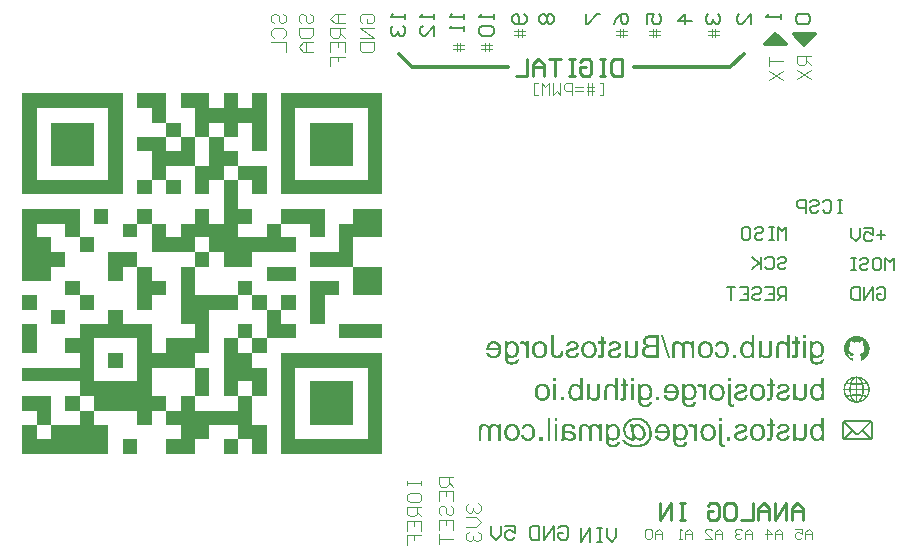
<source format=gbo>
G04 Layer_Color=32896*
%FSLAX24Y24*%
%MOIN*%
G70*
G01*
G75*
%ADD32C,0.0120*%
%ADD63C,0.0064*%
%ADD64C,0.0084*%
%ADD65C,0.0048*%
%ADD66C,0.0057*%
%ADD67C,0.0049*%
%ADD68C,0.0041*%
G36*
X29639Y8043D02*
Y8023D01*
X29638Y8004D01*
X29637Y7990D01*
X29636Y7977D01*
Y7968D01*
X29635Y7961D01*
X29634Y7957D01*
Y7956D01*
X29630Y7942D01*
X29626Y7929D01*
X29622Y7917D01*
X29616Y7907D01*
X29612Y7898D01*
X29608Y7893D01*
X29606Y7888D01*
X29605Y7887D01*
X29596Y7877D01*
X29587Y7869D01*
X29577Y7861D01*
X29566Y7854D01*
X29557Y7849D01*
X29549Y7844D01*
X29545Y7842D01*
X29543Y7841D01*
X29526Y7835D01*
X29511Y7830D01*
X29496Y7827D01*
X29482Y7825D01*
X29470Y7824D01*
X29460Y7823D01*
X29452D01*
X29432Y7824D01*
X29413Y7827D01*
X29395Y7831D01*
X29378Y7837D01*
X29362Y7844D01*
X29348Y7852D01*
X29335Y7860D01*
X29323Y7869D01*
X29312Y7877D01*
X29303Y7885D01*
X29296Y7894D01*
X29289Y7900D01*
X29284Y7906D01*
X29280Y7910D01*
X29278Y7913D01*
X29277Y7914D01*
Y7835D01*
X29194D01*
Y8383D01*
X29287D01*
Y8089D01*
X29288Y8064D01*
X29289Y8042D01*
X29291Y8024D01*
X29295Y8008D01*
X29298Y7996D01*
X29300Y7988D01*
X29301Y7983D01*
X29302Y7981D01*
X29309Y7968D01*
X29317Y7957D01*
X29325Y7947D01*
X29334Y7938D01*
X29342Y7932D01*
X29348Y7928D01*
X29353Y7924D01*
X29355Y7923D01*
X29369Y7917D01*
X29383Y7911D01*
X29396Y7908D01*
X29408Y7905D01*
X29418Y7904D01*
X29426Y7902D01*
X29434D01*
X29449Y7904D01*
X29462Y7906D01*
X29474Y7909D01*
X29484Y7913D01*
X29493Y7917D01*
X29498Y7920D01*
X29502Y7922D01*
X29503Y7923D01*
X29513Y7932D01*
X29521Y7941D01*
X29527Y7951D01*
X29533Y7959D01*
X29536Y7968D01*
X29538Y7975D01*
X29541Y7979D01*
Y7980D01*
X29543Y7992D01*
X29544Y8006D01*
X29545Y8023D01*
Y8039D01*
X29546Y8054D01*
Y8066D01*
Y8072D01*
Y8075D01*
Y8077D01*
Y8078D01*
Y8383D01*
X29639D01*
Y8043D01*
D02*
G37*
G36*
X25172D02*
Y8023D01*
X25171Y8004D01*
X25170Y7990D01*
X25169Y7977D01*
Y7968D01*
X25168Y7961D01*
X25166Y7957D01*
Y7956D01*
X25163Y7942D01*
X25159Y7929D01*
X25154Y7917D01*
X25149Y7907D01*
X25145Y7898D01*
X25141Y7893D01*
X25139Y7888D01*
X25138Y7887D01*
X25129Y7877D01*
X25119Y7869D01*
X25110Y7861D01*
X25099Y7854D01*
X25090Y7849D01*
X25082Y7844D01*
X25078Y7842D01*
X25076Y7841D01*
X25059Y7835D01*
X25044Y7830D01*
X25029Y7827D01*
X25015Y7825D01*
X25002Y7824D01*
X24993Y7823D01*
X24985D01*
X24965Y7824D01*
X24946Y7827D01*
X24928Y7831D01*
X24911Y7837D01*
X24895Y7844D01*
X24881Y7852D01*
X24868Y7860D01*
X24856Y7869D01*
X24845Y7877D01*
X24836Y7885D01*
X24829Y7894D01*
X24822Y7900D01*
X24817Y7906D01*
X24813Y7910D01*
X24811Y7913D01*
X24810Y7914D01*
Y7835D01*
X24727D01*
Y8383D01*
X24820D01*
Y8089D01*
X24821Y8064D01*
X24822Y8042D01*
X24824Y8024D01*
X24828Y8008D01*
X24831Y7996D01*
X24833Y7988D01*
X24834Y7983D01*
X24835Y7981D01*
X24842Y7968D01*
X24849Y7957D01*
X24858Y7947D01*
X24867Y7938D01*
X24875Y7932D01*
X24881Y7928D01*
X24886Y7924D01*
X24888Y7923D01*
X24902Y7917D01*
X24916Y7911D01*
X24929Y7908D01*
X24941Y7905D01*
X24951Y7904D01*
X24959Y7902D01*
X24966D01*
X24982Y7904D01*
X24995Y7906D01*
X25007Y7909D01*
X25017Y7913D01*
X25025Y7917D01*
X25031Y7920D01*
X25035Y7922D01*
X25036Y7923D01*
X25046Y7932D01*
X25054Y7941D01*
X25060Y7951D01*
X25066Y7959D01*
X25069Y7968D01*
X25071Y7975D01*
X25074Y7979D01*
Y7980D01*
X25076Y7992D01*
X25077Y8006D01*
X25078Y8023D01*
Y8039D01*
X25079Y8054D01*
Y8066D01*
Y8072D01*
Y8075D01*
Y8077D01*
Y8078D01*
Y8383D01*
X25172D01*
Y8043D01*
D02*
G37*
G36*
X20988Y5638D02*
X21005Y5637D01*
X21039Y5630D01*
X21069Y5620D01*
X21082Y5614D01*
X21094Y5609D01*
X21105Y5603D01*
X21114Y5598D01*
X21122Y5592D01*
X21129Y5588D01*
X21134Y5584D01*
X21139Y5580D01*
X21141Y5579D01*
X21142Y5578D01*
X21157Y5564D01*
X21169Y5548D01*
X21181Y5530D01*
X21190Y5513D01*
X21199Y5494D01*
X21205Y5474D01*
X21211Y5456D01*
X21215Y5438D01*
X21220Y5421D01*
X21222Y5406D01*
X21224Y5390D01*
X21225Y5378D01*
Y5367D01*
X21226Y5360D01*
Y5355D01*
Y5353D01*
X21225Y5328D01*
X21223Y5304D01*
X21220Y5282D01*
X21215Y5261D01*
X21210Y5243D01*
X21204Y5225D01*
X21198Y5209D01*
X21191Y5195D01*
X21185Y5181D01*
X21178Y5171D01*
X21173Y5162D01*
X21167Y5154D01*
X21163Y5148D01*
X21160Y5143D01*
X21157Y5141D01*
X21156Y5140D01*
X21142Y5127D01*
X21128Y5116D01*
X21112Y5106D01*
X21097Y5097D01*
X21082Y5091D01*
X21065Y5084D01*
X21036Y5075D01*
X21023Y5073D01*
X21010Y5071D01*
X20999Y5069D01*
X20989Y5068D01*
X20980Y5067D01*
X20969D01*
X20943Y5068D01*
X20919Y5072D01*
X20896Y5078D01*
X20877Y5083D01*
X20861Y5090D01*
X20855Y5092D01*
X20849Y5094D01*
X20844Y5096D01*
X20840Y5098D01*
X20839Y5100D01*
X20838D01*
X20816Y5114D01*
X20798Y5129D01*
X20781Y5144D01*
X20768Y5160D01*
X20758Y5173D01*
X20751Y5184D01*
X20749Y5188D01*
X20746Y5191D01*
X20745Y5192D01*
Y5194D01*
X20734Y5219D01*
X20727Y5246D01*
X20720Y5273D01*
X20717Y5301D01*
X20715Y5313D01*
Y5324D01*
X20714Y5335D01*
X20712Y5343D01*
Y5351D01*
Y5356D01*
Y5360D01*
Y5361D01*
X20714Y5385D01*
X20716Y5407D01*
X20719Y5427D01*
X20723Y5447D01*
X20729Y5466D01*
X20735Y5482D01*
X20742Y5498D01*
X20749Y5512D01*
X20755Y5524D01*
X20762Y5535D01*
X20768Y5544D01*
X20774Y5552D01*
X20778Y5557D01*
X20781Y5562D01*
X20784Y5564D01*
X20785Y5565D01*
X20799Y5578D01*
X20813Y5589D01*
X20828Y5600D01*
X20844Y5608D01*
X20859Y5615D01*
X20874Y5621D01*
X20904Y5631D01*
X20918Y5633D01*
X20930Y5635D01*
X20941Y5637D01*
X20951Y5638D01*
X20958Y5639D01*
X20969D01*
X20988Y5638D01*
D02*
G37*
G36*
X24037Y8519D02*
Y8383D01*
X24106D01*
Y8311D01*
X24037D01*
Y7994D01*
Y7979D01*
Y7966D01*
X24036Y7954D01*
X24035Y7942D01*
Y7932D01*
X24034Y7923D01*
X24032Y7909D01*
X24030Y7898D01*
X24029Y7890D01*
X24026Y7886D01*
Y7885D01*
X24022Y7875D01*
X24016Y7867D01*
X24009Y7860D01*
X24003Y7854D01*
X23997Y7849D01*
X23993Y7846D01*
X23989Y7843D01*
X23988Y7842D01*
X23976Y7837D01*
X23964Y7834D01*
X23951Y7830D01*
X23938Y7829D01*
X23927Y7828D01*
X23918Y7827D01*
X23909D01*
X23885Y7828D01*
X23873Y7829D01*
X23862Y7831D01*
X23853Y7832D01*
X23845Y7834D01*
X23841Y7835D01*
X23838D01*
X23850Y7917D01*
X23859Y7916D01*
X23868Y7914D01*
X23876D01*
X23881Y7913D01*
X23892D01*
X23906Y7914D01*
X23916Y7917D01*
X23922Y7919D01*
X23924Y7920D01*
X23931Y7925D01*
X23936Y7931D01*
X23939Y7935D01*
X23940Y7937D01*
X23941Y7943D01*
X23942Y7951D01*
X23943Y7968D01*
X23944Y7976D01*
Y7982D01*
Y7987D01*
Y7989D01*
Y8311D01*
X23850D01*
Y8383D01*
X23944D01*
Y8575D01*
X24037Y8519D01*
D02*
G37*
G36*
X27967Y5053D02*
Y5039D01*
X27968Y5027D01*
Y5015D01*
X27969Y5006D01*
X27970Y4998D01*
X27971Y4989D01*
X27973Y4977D01*
X27977Y4968D01*
X27979Y4963D01*
X27980Y4960D01*
X27981Y4959D01*
X27986Y4952D01*
X27994Y4948D01*
X28001Y4943D01*
X28007Y4941D01*
X28014Y4940D01*
X28019Y4939D01*
X28030D01*
X28037Y4940D01*
X28051Y4943D01*
X28056Y4944D01*
X28062Y4945D01*
X28065Y4946D01*
X28066D01*
X28084Y4868D01*
X28057Y4861D01*
X28045Y4859D01*
X28034Y4858D01*
X28025D01*
X28018Y4857D01*
X28012D01*
X27997Y4858D01*
X27984Y4859D01*
X27961Y4866D01*
X27942Y4873D01*
X27926Y4883D01*
X27915Y4893D01*
X27907Y4902D01*
X27901Y4907D01*
X27900Y4908D01*
Y4909D01*
X27896Y4917D01*
X27891Y4927D01*
X27885Y4948D01*
X27880Y4972D01*
X27877Y4995D01*
X27875Y5016D01*
Y5025D01*
X27874Y5034D01*
Y5040D01*
Y5046D01*
Y5049D01*
Y5050D01*
Y5627D01*
X27967D01*
Y5053D01*
D02*
G37*
G36*
X25146Y5847D02*
X25174Y5845D01*
X25203Y5842D01*
X25229Y5836D01*
X25254Y5831D01*
X25277Y5825D01*
X25299Y5818D01*
X25318Y5811D01*
X25336Y5804D01*
X25351Y5798D01*
X25365Y5791D01*
X25376Y5786D01*
X25385Y5780D01*
X25392Y5777D01*
X25396Y5775D01*
X25397Y5774D01*
X25418Y5760D01*
X25438Y5743D01*
X25456Y5727D01*
X25474Y5709D01*
X25490Y5691D01*
X25504Y5673D01*
X25517Y5656D01*
X25529Y5639D01*
X25540Y5623D01*
X25549Y5608D01*
X25558Y5595D01*
X25563Y5583D01*
X25569Y5573D01*
X25572Y5566D01*
X25574Y5561D01*
X25575Y5560D01*
X25584Y5538D01*
X25592Y5516D01*
X25605Y5473D01*
X25613Y5433D01*
X25618Y5414D01*
X25620Y5397D01*
X25622Y5380D01*
X25623Y5365D01*
X25625Y5352D01*
Y5341D01*
X25627Y5331D01*
Y5325D01*
Y5320D01*
Y5319D01*
X25624Y5278D01*
X25620Y5239D01*
X25613Y5203D01*
X25609Y5187D01*
X25605Y5172D01*
X25601Y5159D01*
X25597Y5147D01*
X25594Y5136D01*
X25591Y5127D01*
X25588Y5119D01*
X25586Y5114D01*
X25584Y5110D01*
Y5109D01*
X25570Y5082D01*
X25553Y5056D01*
X25536Y5033D01*
X25519Y5013D01*
X25504Y4997D01*
X25498Y4990D01*
X25492Y4985D01*
X25488Y4979D01*
X25484Y4976D01*
X25482Y4975D01*
X25481Y4974D01*
X25455Y4953D01*
X25427Y4936D01*
X25399Y4920D01*
X25374Y4907D01*
X25362Y4903D01*
X25351Y4897D01*
X25341Y4894D01*
X25334Y4891D01*
X25326Y4889D01*
X25322Y4886D01*
X25318Y4885D01*
X25317D01*
X25280Y4875D01*
X25243Y4868D01*
X25207Y4863D01*
X25190Y4861D01*
X25175Y4859D01*
X25160Y4858D01*
X25147Y4857D01*
X25135D01*
X25125Y4856D01*
X25105D01*
X25060Y4857D01*
X25040Y4859D01*
X25020Y4861D01*
X25000Y4863D01*
X24983Y4867D01*
X24968Y4869D01*
X24952Y4872D01*
X24939Y4875D01*
X24927Y4879D01*
X24917Y4881D01*
X24908Y4883D01*
X24902Y4885D01*
X24898Y4887D01*
X24894Y4889D01*
X24893D01*
X24861Y4902D01*
X24832Y4917D01*
X24806Y4931D01*
X24784Y4945D01*
X24774Y4952D01*
X24766Y4959D01*
X24759Y4964D01*
X24752Y4968D01*
X24748Y4973D01*
X24745Y4976D01*
X24742Y4977D01*
X24741Y4978D01*
X24718Y4999D01*
X24700Y5019D01*
X24683Y5037D01*
X24671Y5054D01*
X24661Y5068D01*
X24655Y5079D01*
X24653Y5082D01*
X24651Y5085D01*
X24649Y5086D01*
Y5087D01*
X24742D01*
X24761Y5065D01*
X24783Y5044D01*
X24806Y5024D01*
X24829Y5009D01*
X24848Y4996D01*
X24857Y4990D01*
X24865Y4986D01*
X24871Y4983D01*
X24876Y4980D01*
X24879Y4979D01*
X24880Y4978D01*
X24916Y4963D01*
X24953Y4952D01*
X24992Y4943D01*
X25028Y4938D01*
X25044Y4937D01*
X25058Y4934D01*
X25072Y4933D01*
X25083D01*
X25093Y4932D01*
X25106D01*
X25152Y4934D01*
X25196Y4939D01*
X25216Y4942D01*
X25235Y4946D01*
X25253Y4950D01*
X25269Y4954D01*
X25284Y4959D01*
X25298Y4962D01*
X25309Y4966D01*
X25318Y4969D01*
X25326Y4972D01*
X25333Y4974D01*
X25336Y4976D01*
X25337D01*
X25356Y4985D01*
X25373Y4995D01*
X25391Y5004D01*
X25406Y5015D01*
X25420Y5026D01*
X25433Y5038D01*
X25444Y5049D01*
X25455Y5060D01*
X25465Y5070D01*
X25472Y5080D01*
X25479Y5089D01*
X25486Y5095D01*
X25490Y5102D01*
X25493Y5106D01*
X25494Y5109D01*
X25495Y5110D01*
X25505Y5128D01*
X25513Y5145D01*
X25521Y5164D01*
X25527Y5183D01*
X25537Y5219D01*
X25544Y5254D01*
X25546Y5269D01*
X25547Y5283D01*
X25548Y5296D01*
X25549Y5307D01*
X25550Y5316D01*
Y5322D01*
Y5327D01*
Y5328D01*
X25549Y5350D01*
X25548Y5372D01*
X25541Y5414D01*
X25537Y5434D01*
X25533Y5453D01*
X25528Y5470D01*
X25523Y5485D01*
X25517Y5501D01*
X25513Y5514D01*
X25509Y5525D01*
X25504Y5535D01*
X25501Y5542D01*
X25498Y5549D01*
X25497Y5552D01*
X25495Y5553D01*
X25484Y5573D01*
X25474Y5590D01*
X25460Y5608D01*
X25448Y5623D01*
X25435Y5638D01*
X25422Y5651D01*
X25410Y5663D01*
X25398Y5674D01*
X25386Y5684D01*
X25375Y5692D01*
X25366Y5700D01*
X25358Y5705D01*
X25351Y5710D01*
X25346Y5714D01*
X25342Y5715D01*
X25341Y5716D01*
X25323Y5726D01*
X25303Y5735D01*
X25283Y5742D01*
X25264Y5749D01*
X25227Y5759D01*
X25209Y5763D01*
X25193Y5766D01*
X25177Y5768D01*
X25163Y5770D01*
X25151Y5771D01*
X25140Y5772D01*
X25131Y5773D01*
X25119D01*
X25081Y5771D01*
X25044Y5766D01*
X25011Y5759D01*
X24997Y5754D01*
X24983Y5751D01*
X24971Y5747D01*
X24959Y5742D01*
X24949Y5739D01*
X24941Y5735D01*
X24935Y5732D01*
X24930Y5730D01*
X24927Y5728D01*
X24926D01*
X24895Y5710D01*
X24868Y5691D01*
X24846Y5670D01*
X24828Y5651D01*
X24813Y5634D01*
X24808Y5626D01*
X24802Y5620D01*
X24799Y5615D01*
X24797Y5611D01*
X24795Y5609D01*
Y5608D01*
X24780Y5579D01*
X24769Y5551D01*
X24761Y5525D01*
X24755Y5500D01*
X24753Y5489D01*
X24752Y5479D01*
X24751Y5469D01*
Y5461D01*
X24750Y5456D01*
Y5451D01*
Y5448D01*
Y5447D01*
X24751Y5420D01*
X24755Y5394D01*
X24761Y5369D01*
X24767Y5348D01*
X24774Y5330D01*
X24777Y5322D01*
X24780Y5316D01*
X24782Y5310D01*
X24784Y5307D01*
X24785Y5305D01*
Y5304D01*
X24799Y5280D01*
X24813Y5258D01*
X24829Y5238D01*
X24844Y5223D01*
X24857Y5210D01*
X24868Y5201D01*
X24872Y5198D01*
X24876Y5196D01*
X24877Y5194D01*
X24878D01*
X24893Y5184D01*
X24907Y5176D01*
X24919Y5171D01*
X24929Y5167D01*
X24938Y5165D01*
X24943Y5163D01*
X24949D01*
X24960Y5164D01*
X24968Y5168D01*
X24973Y5172D01*
X24975Y5173D01*
X24981Y5180D01*
X24984Y5188D01*
X24985Y5195D01*
Y5196D01*
Y5197D01*
Y5199D01*
X24984Y5202D01*
Y5207D01*
X24983Y5212D01*
X24981Y5225D01*
X24977Y5239D01*
X24974Y5254D01*
X24972Y5266D01*
X24971Y5270D01*
Y5273D01*
X24970Y5275D01*
Y5277D01*
X24895Y5624D01*
X24988D01*
X25006Y5544D01*
X25017Y5561D01*
X25029Y5575D01*
X25041Y5587D01*
X25052Y5598D01*
X25062Y5606D01*
X25069Y5611D01*
X25074Y5614D01*
X25076Y5615D01*
X25091Y5623D01*
X25106Y5630D01*
X25121Y5634D01*
X25134Y5636D01*
X25145Y5638D01*
X25153Y5639D01*
X25161D01*
X25183Y5637D01*
X25205Y5633D01*
X25225Y5626D01*
X25244Y5619D01*
X25259Y5611D01*
X25271Y5604D01*
X25276Y5602D01*
X25279Y5600D01*
X25281Y5598D01*
X25282D01*
X25304Y5580D01*
X25325Y5561D01*
X25342Y5540D01*
X25358Y5520D01*
X25371Y5502D01*
X25375Y5494D01*
X25380Y5488D01*
X25383Y5481D01*
X25385Y5477D01*
X25387Y5474D01*
Y5473D01*
X25401Y5443D01*
X25411Y5413D01*
X25419Y5386D01*
X25423Y5361D01*
X25425Y5350D01*
X25427Y5340D01*
X25428Y5331D01*
Y5324D01*
X25429Y5317D01*
Y5313D01*
Y5310D01*
Y5309D01*
X25428Y5285D01*
X25424Y5262D01*
X25420Y5242D01*
X25416Y5223D01*
X25411Y5208D01*
X25407Y5197D01*
X25405Y5192D01*
X25404Y5189D01*
X25403Y5188D01*
Y5187D01*
X25392Y5167D01*
X25380Y5151D01*
X25369Y5137D01*
X25358Y5125D01*
X25348Y5116D01*
X25339Y5109D01*
X25335Y5105D01*
X25333Y5104D01*
X25316Y5095D01*
X25300Y5089D01*
X25284Y5084D01*
X25271Y5081D01*
X25259Y5079D01*
X25251Y5078D01*
X25243D01*
X25227Y5079D01*
X25211Y5081D01*
X25197Y5085D01*
X25185Y5090D01*
X25174Y5093D01*
X25166Y5097D01*
X25161Y5100D01*
X25159Y5101D01*
X25143Y5110D01*
X25129Y5120D01*
X25116Y5131D01*
X25105Y5141D01*
X25096Y5150D01*
X25089Y5156D01*
X25084Y5161D01*
X25083Y5163D01*
X25082Y5152D01*
X25081Y5142D01*
X25080Y5134D01*
X25078Y5129D01*
X25077Y5124D01*
X25076Y5120D01*
X25075Y5119D01*
Y5118D01*
X25065Y5105D01*
X25054Y5095D01*
X25049Y5092D01*
X25045Y5090D01*
X25043Y5087D01*
X25042D01*
X25033Y5084D01*
X25023Y5081D01*
X25005Y5078D01*
X24996D01*
X24989Y5077D01*
X24984D01*
X24963Y5078D01*
X24943Y5081D01*
X24924Y5086D01*
X24905Y5093D01*
X24888Y5101D01*
X24870Y5109D01*
X24855Y5119D01*
X24841Y5129D01*
X24827Y5138D01*
X24816Y5148D01*
X24805Y5156D01*
X24796Y5164D01*
X24789Y5171D01*
X24784Y5176D01*
X24781Y5179D01*
X24780Y5180D01*
X24761Y5202D01*
X24745Y5225D01*
X24730Y5248D01*
X24718Y5271D01*
X24707Y5293D01*
X24700Y5316D01*
X24692Y5337D01*
X24687Y5356D01*
X24682Y5375D01*
X24679Y5392D01*
X24677Y5408D01*
X24675Y5421D01*
Y5432D01*
X24673Y5439D01*
Y5444D01*
Y5446D01*
Y5466D01*
X24676Y5484D01*
X24681Y5520D01*
X24690Y5553D01*
X24694Y5567D01*
X24699Y5582D01*
X24703Y5595D01*
X24707Y5606D01*
X24712Y5615D01*
X24716Y5624D01*
X24719Y5631D01*
X24722Y5635D01*
X24723Y5638D01*
X24724Y5639D01*
X24736Y5658D01*
X24748Y5676D01*
X24761Y5693D01*
X24774Y5707D01*
X24787Y5721D01*
X24801Y5735D01*
X24814Y5747D01*
X24827Y5756D01*
X24839Y5766D01*
X24849Y5774D01*
X24860Y5780D01*
X24868Y5786D01*
X24876Y5790D01*
X24881Y5794D01*
X24884Y5795D01*
X24886Y5796D01*
X24905Y5804D01*
X24925Y5813D01*
X24964Y5826D01*
X25002Y5835D01*
X25021Y5838D01*
X25039Y5842D01*
X25055Y5844D01*
X25069Y5846D01*
X25082Y5847D01*
X25093D01*
X25103Y5848D01*
X25115D01*
X25146Y5847D01*
D02*
G37*
G36*
X27971Y8394D02*
X27995Y8390D01*
X28018Y8384D01*
X28037Y8379D01*
X28053Y8372D01*
X28060Y8369D01*
X28065Y8367D01*
X28069Y8365D01*
X28073Y8363D01*
X28075Y8361D01*
X28076D01*
X28097Y8348D01*
X28115Y8332D01*
X28131Y8316D01*
X28144Y8299D01*
X28154Y8285D01*
X28160Y8273D01*
X28162Y8269D01*
X28165Y8265D01*
X28166Y8263D01*
Y8262D01*
X28175Y8236D01*
X28182Y8210D01*
X28187Y8183D01*
X28191Y8159D01*
X28192Y8148D01*
X28193Y8138D01*
Y8130D01*
X28194Y8122D01*
Y8116D01*
Y8111D01*
Y8108D01*
Y8107D01*
X28193Y8082D01*
X28191Y8059D01*
X28187Y8036D01*
X28183Y8016D01*
X28179Y7996D01*
X28172Y7980D01*
X28167Y7964D01*
X28160Y7949D01*
X28154Y7937D01*
X28148Y7926D01*
X28142Y7917D01*
X28137Y7909D01*
X28133Y7904D01*
X28130Y7899D01*
X28127Y7897D01*
X28126Y7896D01*
X28113Y7883D01*
X28099Y7872D01*
X28085Y7862D01*
X28069Y7853D01*
X28054Y7847D01*
X28040Y7840D01*
X28010Y7831D01*
X27997Y7829D01*
X27985Y7827D01*
X27974Y7825D01*
X27965Y7824D01*
X27957Y7823D01*
X27946D01*
X27930Y7824D01*
X27913Y7825D01*
X27885Y7831D01*
X27858Y7839D01*
X27837Y7849D01*
X27828Y7854D01*
X27819Y7859D01*
X27811Y7863D01*
X27806Y7867D01*
X27802Y7871D01*
X27798Y7873D01*
X27796Y7874D01*
X27795Y7875D01*
X27784Y7886D01*
X27774Y7897D01*
X27757Y7921D01*
X27743Y7946D01*
X27733Y7969D01*
X27725Y7991D01*
X27723Y8000D01*
X27721Y8008D01*
X27720Y8015D01*
X27719Y8019D01*
X27717Y8023D01*
Y8024D01*
X27809Y8036D01*
X27814Y8012D01*
X27820Y7990D01*
X27829Y7972D01*
X27837Y7958D01*
X27844Y7946D01*
X27851Y7938D01*
X27854Y7933D01*
X27856Y7932D01*
X27871Y7921D01*
X27886Y7913D01*
X27901Y7907D01*
X27915Y7904D01*
X27927Y7901D01*
X27938Y7900D01*
X27945Y7899D01*
X27947D01*
X27959Y7900D01*
X27971Y7901D01*
X27993Y7907D01*
X28012Y7914D01*
X28028Y7924D01*
X28040Y7933D01*
X28050Y7941D01*
X28055Y7946D01*
X28057Y7948D01*
X28065Y7958D01*
X28072Y7970D01*
X28081Y7994D01*
X28089Y8022D01*
X28093Y8048D01*
X28097Y8072D01*
X28098Y8082D01*
Y8091D01*
X28099Y8098D01*
Y8105D01*
Y8108D01*
Y8109D01*
Y8129D01*
X28097Y8147D01*
X28095Y8165D01*
X28092Y8180D01*
X28089Y8194D01*
X28085Y8207D01*
X28081Y8219D01*
X28077Y8230D01*
X28073Y8239D01*
X28069Y8247D01*
X28065Y8253D01*
X28062Y8259D01*
X28060Y8263D01*
X28057Y8266D01*
X28055Y8267D01*
Y8269D01*
X28046Y8277D01*
X28038Y8285D01*
X28019Y8298D01*
X27999Y8307D01*
X27982Y8312D01*
X27966Y8317D01*
X27954Y8318D01*
X27948Y8319D01*
X27942D01*
X27925Y8318D01*
X27910Y8314D01*
X27897Y8310D01*
X27885Y8305D01*
X27876Y8299D01*
X27868Y8295D01*
X27864Y8292D01*
X27863Y8290D01*
X27852Y8280D01*
X27842Y8266D01*
X27833Y8252D01*
X27828Y8239D01*
X27822Y8227D01*
X27819Y8217D01*
X27818Y8211D01*
X27817Y8210D01*
Y8208D01*
X27726Y8223D01*
X27734Y8252D01*
X27745Y8277D01*
X27757Y8299D01*
X27769Y8317D01*
X27781Y8331D01*
X27791Y8341D01*
X27797Y8347D01*
X27798Y8349D01*
X27799D01*
X27822Y8365D01*
X27846Y8376D01*
X27871Y8384D01*
X27893Y8390D01*
X27914Y8393D01*
X27923Y8394D01*
X27930D01*
X27936Y8395D01*
X27945D01*
X27971Y8394D01*
D02*
G37*
G36*
X20381D02*
X20401Y8392D01*
X20420Y8389D01*
X20437Y8383D01*
X20453Y8378D01*
X20469Y8371D01*
X20483Y8365D01*
X20495Y8357D01*
X20507Y8351D01*
X20517Y8343D01*
X20526Y8336D01*
X20532Y8331D01*
X20538Y8325D01*
X20542Y8322D01*
X20544Y8320D01*
X20545Y8319D01*
X20557Y8304D01*
X20568Y8287D01*
X20578Y8271D01*
X20587Y8253D01*
X20593Y8235D01*
X20599Y8217D01*
X20608Y8182D01*
X20611Y8167D01*
X20613Y8152D01*
X20614Y8138D01*
X20615Y8126D01*
X20616Y8117D01*
Y8110D01*
Y8105D01*
Y8104D01*
X20615Y8079D01*
X20613Y8057D01*
X20610Y8035D01*
X20605Y8015D01*
X20600Y7996D01*
X20594Y7979D01*
X20588Y7964D01*
X20581Y7949D01*
X20575Y7937D01*
X20568Y7926D01*
X20563Y7918D01*
X20557Y7910D01*
X20553Y7904D01*
X20550Y7899D01*
X20547Y7897D01*
X20546Y7896D01*
X20532Y7883D01*
X20518Y7872D01*
X20503Y7862D01*
X20486Y7853D01*
X20471Y7847D01*
X20455Y7840D01*
X20424Y7831D01*
X20410Y7829D01*
X20397Y7827D01*
X20385Y7825D01*
X20375Y7824D01*
X20367Y7823D01*
X20355D01*
X20321Y7825D01*
X20291Y7830D01*
X20263Y7837D01*
X20252Y7841D01*
X20241Y7846D01*
X20232Y7850D01*
X20223Y7854D01*
X20216Y7858D01*
X20210Y7861D01*
X20205Y7864D01*
X20202Y7866D01*
X20200Y7869D01*
X20199D01*
X20177Y7888D01*
X20159Y7909D01*
X20144Y7931D01*
X20133Y7952D01*
X20124Y7970D01*
X20121Y7979D01*
X20118Y7985D01*
X20116Y7992D01*
X20115Y7996D01*
X20113Y7999D01*
Y8000D01*
X20210Y8012D01*
X20218Y7991D01*
X20228Y7973D01*
X20238Y7958D01*
X20247Y7946D01*
X20254Y7937D01*
X20261Y7931D01*
X20267Y7926D01*
X20268Y7925D01*
X20282Y7917D01*
X20296Y7910D01*
X20311Y7906D01*
X20324Y7902D01*
X20336Y7900D01*
X20346Y7899D01*
X20355D01*
X20368Y7900D01*
X20380Y7901D01*
X20402Y7907D01*
X20422Y7914D01*
X20439Y7923D01*
X20452Y7931D01*
X20462Y7938D01*
X20469Y7944D01*
X20470Y7946D01*
X20471D01*
X20486Y7966D01*
X20498Y7988D01*
X20507Y8012D01*
X20514Y8034D01*
X20517Y8053D01*
X20519Y8062D01*
X20520Y8070D01*
Y8076D01*
X20521Y8081D01*
Y8084D01*
Y8085D01*
X20111D01*
X20110Y8096D01*
Y8104D01*
Y8108D01*
Y8109D01*
X20111Y8134D01*
X20113Y8157D01*
X20117Y8179D01*
X20121Y8200D01*
X20127Y8218D01*
X20132Y8236D01*
X20139Y8251D01*
X20145Y8265D01*
X20152Y8278D01*
X20158Y8289D01*
X20164Y8298D01*
X20169Y8306D01*
X20174Y8312D01*
X20177Y8317D01*
X20179Y8319D01*
X20180Y8320D01*
X20193Y8333D01*
X20207Y8345D01*
X20223Y8355D01*
X20238Y8364D01*
X20253Y8371D01*
X20268Y8377D01*
X20283Y8382D01*
X20296Y8386D01*
X20310Y8389D01*
X20322Y8391D01*
X20333Y8393D01*
X20342Y8394D01*
X20350Y8395D01*
X20361D01*
X20381Y8394D01*
D02*
G37*
G36*
X30754Y7835D02*
X30661D01*
Y8383D01*
X30754D01*
Y7835D01*
D02*
G37*
G36*
X28435D02*
X28328D01*
Y7941D01*
X28435D01*
Y7835D01*
D02*
G37*
G36*
X27527Y5638D02*
X27545Y5637D01*
X27579Y5630D01*
X27608Y5620D01*
X27621Y5614D01*
X27633Y5609D01*
X27644Y5603D01*
X27653Y5598D01*
X27662Y5592D01*
X27668Y5588D01*
X27674Y5584D01*
X27678Y5580D01*
X27680Y5579D01*
X27681Y5578D01*
X27697Y5564D01*
X27709Y5548D01*
X27721Y5530D01*
X27730Y5513D01*
X27738Y5494D01*
X27745Y5474D01*
X27750Y5456D01*
X27755Y5438D01*
X27759Y5421D01*
X27761Y5406D01*
X27763Y5390D01*
X27764Y5378D01*
Y5367D01*
X27766Y5360D01*
Y5355D01*
Y5353D01*
X27764Y5328D01*
X27762Y5304D01*
X27759Y5282D01*
X27755Y5261D01*
X27749Y5243D01*
X27744Y5225D01*
X27737Y5209D01*
X27731Y5195D01*
X27724Y5181D01*
X27717Y5171D01*
X27712Y5162D01*
X27707Y5154D01*
X27702Y5148D01*
X27699Y5143D01*
X27697Y5141D01*
X27696Y5140D01*
X27681Y5127D01*
X27667Y5116D01*
X27652Y5106D01*
X27637Y5097D01*
X27621Y5091D01*
X27605Y5084D01*
X27575Y5075D01*
X27562Y5073D01*
X27549Y5071D01*
X27538Y5069D01*
X27528Y5068D01*
X27520Y5067D01*
X27509D01*
X27483Y5068D01*
X27458Y5072D01*
X27436Y5078D01*
X27417Y5083D01*
X27401Y5090D01*
X27394Y5092D01*
X27389Y5094D01*
X27383Y5096D01*
X27380Y5098D01*
X27379Y5100D01*
X27378D01*
X27356Y5114D01*
X27337Y5129D01*
X27321Y5144D01*
X27308Y5160D01*
X27298Y5173D01*
X27290Y5184D01*
X27288Y5188D01*
X27286Y5191D01*
X27285Y5192D01*
Y5194D01*
X27274Y5219D01*
X27266Y5246D01*
X27260Y5273D01*
X27256Y5301D01*
X27254Y5313D01*
Y5324D01*
X27253Y5335D01*
X27252Y5343D01*
Y5351D01*
Y5356D01*
Y5360D01*
Y5361D01*
X27253Y5385D01*
X27255Y5407D01*
X27258Y5427D01*
X27263Y5447D01*
X27268Y5466D01*
X27275Y5482D01*
X27281Y5498D01*
X27288Y5512D01*
X27294Y5524D01*
X27301Y5535D01*
X27308Y5544D01*
X27313Y5552D01*
X27317Y5557D01*
X27321Y5562D01*
X27323Y5564D01*
X27324Y5565D01*
X27338Y5578D01*
X27352Y5589D01*
X27368Y5600D01*
X27383Y5608D01*
X27398Y5615D01*
X27414Y5621D01*
X27443Y5631D01*
X27457Y5633D01*
X27469Y5635D01*
X27480Y5637D01*
X27490Y5638D01*
X27498Y5639D01*
X27509D01*
X27527Y5638D01*
D02*
G37*
G36*
X28640Y5637D02*
X28653Y5636D01*
X28665Y5634D01*
X28675Y5632D01*
X28683Y5630D01*
X28687Y5629D01*
X28689Y5627D01*
X28702Y5623D01*
X28714Y5619D01*
X28724Y5614D01*
X28733Y5610D01*
X28739Y5607D01*
X28744Y5603D01*
X28747Y5602D01*
X28748Y5601D01*
X28759Y5594D01*
X28768Y5585D01*
X28776Y5575D01*
X28782Y5567D01*
X28788Y5560D01*
X28791Y5554D01*
X28793Y5550D01*
X28794Y5549D01*
X28800Y5537D01*
X28804Y5526D01*
X28806Y5514D01*
X28808Y5504D01*
X28809Y5494D01*
X28811Y5488D01*
Y5483D01*
Y5481D01*
X28809Y5466D01*
X28807Y5453D01*
X28804Y5439D01*
X28801Y5429D01*
X28797Y5420D01*
X28794Y5412D01*
X28792Y5408D01*
X28791Y5407D01*
X28782Y5395D01*
X28772Y5385D01*
X28762Y5376D01*
X28753Y5368D01*
X28744Y5363D01*
X28737Y5359D01*
X28733Y5356D01*
X28731Y5355D01*
X28723Y5352D01*
X28713Y5348D01*
X28691Y5340D01*
X28668Y5333D01*
X28644Y5326D01*
X28624Y5320D01*
X28614Y5317D01*
X28605Y5315D01*
X28598Y5313D01*
X28593Y5312D01*
X28590Y5310D01*
X28589D01*
X28574Y5307D01*
X28562Y5304D01*
X28551Y5301D01*
X28542Y5297D01*
X28533Y5295D01*
X28525Y5292D01*
X28512Y5288D01*
X28503Y5284D01*
X28498Y5281D01*
X28495Y5280D01*
X28494Y5279D01*
X28484Y5272D01*
X28477Y5263D01*
X28472Y5256D01*
X28468Y5248D01*
X28466Y5240D01*
X28465Y5235D01*
Y5231D01*
Y5230D01*
X28466Y5216D01*
X28469Y5206D01*
X28475Y5195D01*
X28480Y5186D01*
X28487Y5178D01*
X28491Y5173D01*
X28496Y5169D01*
X28497Y5168D01*
X28510Y5160D01*
X28524Y5154D01*
X28541Y5150D01*
X28556Y5147D01*
X28570Y5144D01*
X28581Y5143D01*
X28592D01*
X28615Y5144D01*
X28635Y5148D01*
X28651Y5152D01*
X28665Y5157D01*
X28676Y5163D01*
X28685Y5167D01*
X28689Y5171D01*
X28691Y5172D01*
X28703Y5184D01*
X28713Y5198D01*
X28720Y5212D01*
X28725Y5225D01*
X28730Y5237D01*
X28732Y5248D01*
X28734Y5255D01*
Y5256D01*
Y5257D01*
X28826Y5243D01*
X28818Y5212D01*
X28808Y5185D01*
X28796Y5163D01*
X28784Y5144D01*
X28773Y5129D01*
X28763Y5119D01*
X28757Y5113D01*
X28756Y5112D01*
X28755Y5110D01*
X28744Y5103D01*
X28732Y5096D01*
X28706Y5085D01*
X28678Y5078D01*
X28652Y5072D01*
X28640Y5070D01*
X28629Y5069D01*
X28618Y5068D01*
X28609D01*
X28602Y5067D01*
X28592D01*
X28568Y5068D01*
X28547Y5070D01*
X28527Y5073D01*
X28510Y5078D01*
X28496Y5082D01*
X28485Y5085D01*
X28478Y5087D01*
X28477Y5089D01*
X28476D01*
X28457Y5098D01*
X28442Y5108D01*
X28429Y5119D01*
X28417Y5129D01*
X28408Y5138D01*
X28403Y5145D01*
X28398Y5150D01*
X28397Y5152D01*
X28389Y5167D01*
X28382Y5184D01*
X28377Y5198D01*
X28373Y5211D01*
X28371Y5223D01*
X28370Y5232D01*
Y5237D01*
Y5239D01*
X28371Y5257D01*
X28373Y5272D01*
X28378Y5285D01*
X28381Y5297D01*
X28385Y5307D01*
X28390Y5314D01*
X28392Y5318D01*
X28393Y5319D01*
X28402Y5330D01*
X28412Y5340D01*
X28421Y5349D01*
X28431Y5355D01*
X28441Y5361D01*
X28448Y5364D01*
X28452Y5366D01*
X28454Y5367D01*
X28462Y5371D01*
X28471Y5374D01*
X28491Y5382D01*
X28514Y5389D01*
X28537Y5396D01*
X28558Y5402D01*
X28568Y5404D01*
X28575Y5407D01*
X28582Y5409D01*
X28588Y5410D01*
X28591Y5411D01*
X28592D01*
X28604Y5414D01*
X28615Y5418D01*
X28625Y5420D01*
X28633Y5423D01*
X28648Y5426D01*
X28659Y5430D01*
X28666Y5433D01*
X28671Y5434D01*
X28673Y5435D01*
X28674D01*
X28683Y5439D01*
X28690Y5443D01*
X28697Y5447D01*
X28701Y5450D01*
X28706Y5454D01*
X28708Y5457D01*
X28709Y5458D01*
X28710Y5459D01*
X28716Y5470D01*
X28720Y5481D01*
Y5485D01*
X28721Y5489D01*
Y5491D01*
Y5492D01*
X28720Y5502D01*
X28716Y5512D01*
X28712Y5520D01*
X28707Y5527D01*
X28702Y5533D01*
X28698Y5538D01*
X28695Y5540D01*
X28694Y5541D01*
X28682Y5549D01*
X28667Y5554D01*
X28652Y5557D01*
X28638Y5561D01*
X28624Y5562D01*
X28613Y5563D01*
X28602D01*
X28583Y5562D01*
X28566Y5560D01*
X28551Y5555D01*
X28541Y5551D01*
X28531Y5547D01*
X28524Y5542D01*
X28520Y5540D01*
X28519Y5539D01*
X28508Y5529D01*
X28500Y5518D01*
X28494Y5507D01*
X28488Y5497D01*
X28485Y5488D01*
X28483Y5480D01*
X28482Y5476D01*
Y5473D01*
X28391Y5485D01*
X28395Y5504D01*
X28400Y5520D01*
X28405Y5535D01*
X28410Y5548D01*
X28416Y5556D01*
X28420Y5564D01*
X28422Y5568D01*
X28424Y5569D01*
X28433Y5580D01*
X28444Y5590D01*
X28456Y5599D01*
X28468Y5607D01*
X28479Y5612D01*
X28488Y5616D01*
X28494Y5619D01*
X28495Y5620D01*
X28496D01*
X28514Y5626D01*
X28534Y5631D01*
X28553Y5635D01*
X28570Y5637D01*
X28586Y5638D01*
X28598Y5639D01*
X28625D01*
X28640Y5637D01*
D02*
G37*
G36*
X29173Y5638D02*
X29191Y5637D01*
X29225Y5630D01*
X29254Y5620D01*
X29267Y5614D01*
X29279Y5609D01*
X29290Y5603D01*
X29299Y5598D01*
X29308Y5592D01*
X29314Y5588D01*
X29320Y5584D01*
X29324Y5580D01*
X29326Y5579D01*
X29327Y5578D01*
X29343Y5564D01*
X29355Y5548D01*
X29367Y5530D01*
X29376Y5513D01*
X29384Y5494D01*
X29391Y5474D01*
X29396Y5456D01*
X29401Y5438D01*
X29405Y5421D01*
X29407Y5406D01*
X29409Y5390D01*
X29411Y5378D01*
Y5367D01*
X29412Y5360D01*
Y5355D01*
Y5353D01*
X29411Y5328D01*
X29408Y5304D01*
X29405Y5282D01*
X29401Y5261D01*
X29395Y5243D01*
X29390Y5225D01*
X29383Y5209D01*
X29377Y5195D01*
X29370Y5181D01*
X29364Y5171D01*
X29358Y5162D01*
X29353Y5154D01*
X29348Y5148D01*
X29345Y5143D01*
X29343Y5141D01*
X29342Y5140D01*
X29327Y5127D01*
X29313Y5116D01*
X29298Y5106D01*
X29283Y5097D01*
X29267Y5091D01*
X29251Y5084D01*
X29221Y5075D01*
X29208Y5073D01*
X29195Y5071D01*
X29184Y5069D01*
X29174Y5068D01*
X29166Y5067D01*
X29155D01*
X29129Y5068D01*
X29105Y5072D01*
X29082Y5078D01*
X29063Y5083D01*
X29047Y5090D01*
X29040Y5092D01*
X29035Y5094D01*
X29029Y5096D01*
X29026Y5098D01*
X29025Y5100D01*
X29024D01*
X29002Y5114D01*
X28983Y5129D01*
X28967Y5144D01*
X28954Y5160D01*
X28944Y5173D01*
X28936Y5184D01*
X28934Y5188D01*
X28932Y5191D01*
X28931Y5192D01*
Y5194D01*
X28920Y5219D01*
X28912Y5246D01*
X28906Y5273D01*
X28902Y5301D01*
X28900Y5313D01*
Y5324D01*
X28899Y5335D01*
X28898Y5343D01*
Y5351D01*
Y5356D01*
Y5360D01*
Y5361D01*
X28899Y5385D01*
X28901Y5407D01*
X28904Y5427D01*
X28909Y5447D01*
X28914Y5466D01*
X28921Y5482D01*
X28927Y5498D01*
X28934Y5512D01*
X28941Y5524D01*
X28947Y5535D01*
X28954Y5544D01*
X28959Y5552D01*
X28964Y5557D01*
X28967Y5562D01*
X28969Y5564D01*
X28970Y5565D01*
X28984Y5578D01*
X28998Y5589D01*
X29014Y5600D01*
X29029Y5608D01*
X29044Y5615D01*
X29060Y5621D01*
X29089Y5631D01*
X29103Y5633D01*
X29115Y5635D01*
X29126Y5637D01*
X29136Y5638D01*
X29144Y5639D01*
X29155D01*
X29173Y5638D01*
D02*
G37*
G36*
X30754Y8485D02*
X30661D01*
Y8591D01*
X30754D01*
Y8485D01*
D02*
G37*
G36*
X29051Y7835D02*
X28965D01*
Y7904D01*
X28954Y7889D01*
X28943Y7877D01*
X28931Y7866D01*
X28918Y7857D01*
X28906Y7849D01*
X28892Y7842D01*
X28880Y7837D01*
X28868Y7832D01*
X28847Y7827D01*
X28837Y7825D01*
X28829Y7824D01*
X28823D01*
X28817Y7823D01*
X28813D01*
X28795Y7824D01*
X28778Y7826D01*
X28761Y7829D01*
X28746Y7835D01*
X28716Y7847D01*
X28704Y7854D01*
X28692Y7861D01*
X28682Y7869D01*
X28673Y7875D01*
X28665Y7882D01*
X28657Y7887D01*
X28652Y7893D01*
X28649Y7896D01*
X28647Y7898D01*
X28645Y7899D01*
X28633Y7914D01*
X28623Y7931D01*
X28613Y7947D01*
X28605Y7966D01*
X28598Y7983D01*
X28593Y8002D01*
X28584Y8037D01*
X28581Y8053D01*
X28579Y8069D01*
X28578Y8082D01*
X28577Y8094D01*
X28575Y8104D01*
Y8110D01*
Y8116D01*
Y8117D01*
X28577Y8138D01*
X28578Y8159D01*
X28581Y8178D01*
X28584Y8194D01*
X28588Y8208D01*
X28590Y8219D01*
X28591Y8223D01*
X28592Y8226D01*
X28593Y8227D01*
Y8228D01*
X28600Y8247D01*
X28607Y8264D01*
X28615Y8280D01*
X28623Y8293D01*
X28629Y8302D01*
X28635Y8310D01*
X28638Y8316D01*
X28639Y8317D01*
X28650Y8330D01*
X28663Y8342D01*
X28675Y8352D01*
X28687Y8359D01*
X28697Y8366D01*
X28706Y8371D01*
X28711Y8374D01*
X28713Y8375D01*
X28730Y8381D01*
X28747Y8387D01*
X28763Y8390D01*
X28778Y8393D01*
X28790Y8394D01*
X28800Y8395D01*
X28808D01*
X28825Y8394D01*
X28841Y8392D01*
X28856Y8389D01*
X28871Y8383D01*
X28896Y8372D01*
X28918Y8358D01*
X28926Y8352D01*
X28935Y8345D01*
X28942Y8339D01*
X28947Y8333D01*
X28953Y8328D01*
X28956Y8324D01*
X28957Y8322D01*
X28958Y8321D01*
Y8591D01*
X29051D01*
Y7835D01*
D02*
G37*
G36*
X30225D02*
X30132D01*
Y8134D01*
X30131Y8157D01*
X30130Y8177D01*
X30128Y8194D01*
X30124Y8208D01*
X30121Y8219D01*
X30119Y8228D01*
X30118Y8232D01*
X30117Y8235D01*
X30110Y8248D01*
X30102Y8260D01*
X30094Y8270D01*
X30085Y8278D01*
X30077Y8285D01*
X30071Y8289D01*
X30066Y8293D01*
X30065Y8294D01*
X30051Y8301D01*
X30038Y8307D01*
X30025Y8310D01*
X30014Y8313D01*
X30003Y8314D01*
X29995Y8316D01*
X29989D01*
X29969Y8314D01*
X29952Y8310D01*
X29937Y8306D01*
X29925Y8299D01*
X29916Y8294D01*
X29909Y8288D01*
X29905Y8284D01*
X29904Y8283D01*
X29894Y8270D01*
X29886Y8253D01*
X29881Y8237D01*
X29876Y8220D01*
X29874Y8205D01*
X29873Y8193D01*
Y8189D01*
Y8185D01*
Y8183D01*
Y8182D01*
Y7835D01*
X29780D01*
Y8181D01*
X29781Y8210D01*
X29783Y8235D01*
X29787Y8255D01*
X29790Y8273D01*
X29793Y8287D01*
X29796Y8297D01*
X29799Y8302D01*
X29800Y8305D01*
X29808Y8320D01*
X29818Y8333D01*
X29829Y8344D01*
X29839Y8354D01*
X29849Y8361D01*
X29857Y8367D01*
X29862Y8370D01*
X29864Y8371D01*
X29882Y8379D01*
X29899Y8386D01*
X29917Y8390D01*
X29933Y8392D01*
X29947Y8394D01*
X29959Y8395D01*
X29969D01*
X29987Y8394D01*
X30004Y8392D01*
X30020Y8389D01*
X30036Y8383D01*
X30064Y8371D01*
X30076Y8365D01*
X30087Y8358D01*
X30097Y8351D01*
X30107Y8344D01*
X30114Y8337D01*
X30120Y8332D01*
X30125Y8327D01*
X30129Y8323D01*
X30131Y8321D01*
X30132Y8320D01*
Y8591D01*
X30225D01*
Y7835D01*
D02*
G37*
G36*
X16621Y7969D02*
X16649D01*
Y7940D01*
X16621D01*
Y7911D01*
X16649D01*
Y7883D01*
Y7854D01*
Y7825D01*
Y7796D01*
Y7768D01*
Y7739D01*
Y7710D01*
Y7681D01*
Y7653D01*
Y7624D01*
Y7595D01*
Y7566D01*
Y7538D01*
Y7509D01*
Y7480D01*
Y7451D01*
Y7423D01*
Y7394D01*
Y7365D01*
Y7336D01*
Y7308D01*
Y7279D01*
Y7250D01*
Y7221D01*
Y7193D01*
Y7164D01*
Y7135D01*
Y7106D01*
Y7078D01*
Y7049D01*
Y7020D01*
Y6991D01*
Y6963D01*
Y6934D01*
Y6905D01*
Y6876D01*
Y6847D01*
Y6819D01*
Y6790D01*
Y6761D01*
Y6732D01*
Y6704D01*
Y6675D01*
Y6646D01*
Y6617D01*
Y6589D01*
Y6560D01*
Y6531D01*
Y6502D01*
Y6474D01*
Y6445D01*
Y6416D01*
Y6387D01*
Y6359D01*
Y6330D01*
Y6301D01*
Y6272D01*
Y6244D01*
Y6215D01*
Y6186D01*
Y6157D01*
Y6129D01*
Y6100D01*
Y6071D01*
Y6042D01*
Y6014D01*
Y5985D01*
Y5956D01*
Y5927D01*
Y5899D01*
Y5870D01*
Y5841D01*
Y5812D01*
Y5784D01*
Y5755D01*
Y5726D01*
Y5697D01*
Y5669D01*
Y5640D01*
Y5611D01*
Y5582D01*
Y5554D01*
Y5525D01*
Y5496D01*
Y5467D01*
Y5439D01*
Y5410D01*
Y5381D01*
Y5352D01*
Y5324D01*
Y5295D01*
Y5266D01*
Y5237D01*
Y5209D01*
Y5180D01*
Y5151D01*
Y5122D01*
Y5094D01*
Y5065D01*
Y5036D01*
Y5007D01*
Y4979D01*
Y4950D01*
Y4921D01*
Y4892D01*
Y4864D01*
Y4835D01*
Y4806D01*
Y4777D01*
Y4749D01*
Y4720D01*
Y4691D01*
Y4662D01*
X16621D01*
Y4634D01*
X13285D01*
Y4662D01*
Y4691D01*
Y4720D01*
Y4749D01*
Y4777D01*
Y4806D01*
Y4835D01*
Y4864D01*
Y4892D01*
Y4921D01*
Y4950D01*
Y4979D01*
Y5007D01*
Y5036D01*
Y5065D01*
Y5094D01*
Y5122D01*
Y5151D01*
Y5180D01*
Y5209D01*
Y5237D01*
Y5266D01*
Y5295D01*
Y5324D01*
Y5352D01*
Y5381D01*
Y5410D01*
Y5439D01*
Y5467D01*
Y5496D01*
Y5525D01*
Y5554D01*
Y5582D01*
Y5611D01*
Y5640D01*
Y5669D01*
Y5697D01*
Y5726D01*
Y5755D01*
Y5784D01*
Y5812D01*
Y5841D01*
Y5870D01*
Y5899D01*
Y5927D01*
Y5956D01*
Y5985D01*
Y6014D01*
Y6042D01*
Y6071D01*
Y6100D01*
Y6129D01*
Y6157D01*
Y6186D01*
Y6215D01*
Y6244D01*
Y6272D01*
Y6301D01*
Y6330D01*
Y6359D01*
Y6387D01*
Y6416D01*
Y6445D01*
Y6474D01*
Y6502D01*
Y6531D01*
Y6560D01*
Y6589D01*
Y6617D01*
Y6646D01*
Y6675D01*
Y6704D01*
Y6732D01*
Y6761D01*
Y6790D01*
Y6819D01*
Y6847D01*
Y6876D01*
Y6905D01*
Y6934D01*
Y6963D01*
Y6991D01*
Y7020D01*
Y7049D01*
Y7078D01*
Y7106D01*
Y7135D01*
Y7164D01*
Y7193D01*
Y7221D01*
Y7250D01*
Y7279D01*
Y7308D01*
Y7336D01*
Y7365D01*
Y7394D01*
Y7423D01*
Y7451D01*
Y7480D01*
Y7509D01*
Y7538D01*
Y7566D01*
Y7595D01*
Y7624D01*
Y7653D01*
Y7681D01*
Y7710D01*
Y7739D01*
Y7768D01*
Y7796D01*
Y7825D01*
Y7854D01*
Y7883D01*
Y7911D01*
Y7940D01*
Y7969D01*
Y7998D01*
X16621D01*
Y7969D01*
D02*
G37*
G36*
X11848Y5094D02*
Y5065D01*
Y5036D01*
Y5007D01*
Y4979D01*
Y4950D01*
Y4921D01*
Y4892D01*
Y4864D01*
Y4835D01*
Y4806D01*
Y4777D01*
Y4749D01*
Y4720D01*
Y4691D01*
Y4662D01*
Y4634D01*
X11359D01*
Y4662D01*
Y4691D01*
Y4720D01*
Y4749D01*
Y4777D01*
Y4806D01*
Y4835D01*
Y4864D01*
Y4892D01*
Y4921D01*
Y4950D01*
Y4979D01*
Y5007D01*
Y5036D01*
Y5065D01*
Y5094D01*
Y5122D01*
X11848D01*
Y5094D01*
D02*
G37*
G36*
X8484D02*
Y5065D01*
Y5036D01*
Y5007D01*
Y4979D01*
Y4950D01*
Y4921D01*
Y4892D01*
Y4864D01*
Y4835D01*
Y4806D01*
Y4777D01*
Y4749D01*
Y4720D01*
Y4691D01*
Y4662D01*
Y4634D01*
X7995D01*
Y4662D01*
Y4691D01*
Y4720D01*
Y4749D01*
Y4777D01*
Y4806D01*
Y4835D01*
Y4864D01*
Y4892D01*
Y4921D01*
Y4950D01*
Y4979D01*
Y5007D01*
Y5036D01*
Y5065D01*
Y5094D01*
Y5122D01*
X8484D01*
Y5094D01*
D02*
G37*
G36*
X31167Y8394D02*
X31191Y8390D01*
X31213Y8383D01*
X31231Y8377D01*
X31247Y8370D01*
X31258Y8364D01*
X31262Y8361D01*
X31265Y8359D01*
X31266Y8358D01*
X31268D01*
X31286Y8344D01*
X31303Y8327D01*
X31317Y8310D01*
X31329Y8294D01*
X31338Y8278D01*
X31344Y8266D01*
X31346Y8262D01*
X31348Y8259D01*
X31350Y8257D01*
Y8255D01*
X31359Y8230D01*
X31366Y8205D01*
X31371Y8181D01*
X31375Y8159D01*
X31377Y8140D01*
Y8132D01*
X31378Y8124D01*
Y8119D01*
Y8114D01*
Y8112D01*
Y8111D01*
X31377Y8090D01*
X31376Y8070D01*
X31368Y8032D01*
X31364Y8015D01*
X31358Y8000D01*
X31353Y7984D01*
X31347Y7971D01*
X31342Y7958D01*
X31336Y7947D01*
X31331Y7938D01*
X31327Y7930D01*
X31322Y7924D01*
X31319Y7919D01*
X31318Y7917D01*
X31317Y7916D01*
X31305Y7901D01*
X31292Y7889D01*
X31277Y7878D01*
X31263Y7869D01*
X31248Y7861D01*
X31234Y7854D01*
X31219Y7849D01*
X31205Y7844D01*
X31192Y7841D01*
X31180Y7839D01*
X31169Y7837D01*
X31159Y7836D01*
X31152D01*
X31146Y7835D01*
X31141D01*
X31124Y7836D01*
X31108Y7838D01*
X31093Y7841D01*
X31078Y7846D01*
X31053Y7858D01*
X31030Y7871D01*
X31022Y7877D01*
X31013Y7884D01*
X31005Y7890D01*
X31000Y7896D01*
X30995Y7900D01*
X30992Y7904D01*
X30990Y7906D01*
X30989Y7907D01*
Y7890D01*
Y7876D01*
X30990Y7862D01*
Y7850D01*
Y7839D01*
X30991Y7829D01*
Y7820D01*
X30992Y7813D01*
X30993Y7802D01*
X30994Y7793D01*
X30995Y7789D01*
Y7788D01*
X31001Y7771D01*
X31009Y7757D01*
X31016Y7745D01*
X31024Y7734D01*
X31031Y7726D01*
X31038Y7720D01*
X31042Y7717D01*
X31043Y7716D01*
X31058Y7707D01*
X31074Y7700D01*
X31090Y7696D01*
X31106Y7693D01*
X31121Y7690D01*
X31132Y7689D01*
X31143D01*
X31164Y7690D01*
X31183Y7694D01*
X31200Y7698D01*
X31213Y7703D01*
X31224Y7708D01*
X31231Y7712D01*
X31236Y7716D01*
X31238Y7717D01*
X31247Y7724D01*
X31253Y7734D01*
X31259Y7744D01*
X31263Y7754D01*
X31265Y7764D01*
X31268Y7771D01*
X31269Y7776D01*
Y7778D01*
X31359Y7790D01*
Y7773D01*
X31357Y7759D01*
X31355Y7745D01*
X31352Y7732D01*
X31342Y7709D01*
X31331Y7690D01*
X31320Y7676D01*
X31311Y7666D01*
X31304Y7660D01*
X31303Y7659D01*
X31301Y7658D01*
X31277Y7642D01*
X31251Y7631D01*
X31225Y7624D01*
X31200Y7618D01*
X31188Y7616D01*
X31177Y7615D01*
X31168Y7614D01*
X31159D01*
X31153Y7613D01*
X31143D01*
X31113Y7614D01*
X31086Y7618D01*
X31062Y7623D01*
X31042Y7629D01*
X31026Y7635D01*
X31019Y7637D01*
X31014Y7640D01*
X31010Y7641D01*
X31006Y7643D01*
X31005Y7644D01*
X31004D01*
X30984Y7656D01*
X30967Y7671D01*
X30953Y7685D01*
X30941Y7698D01*
X30932Y7710D01*
X30927Y7720D01*
X30922Y7726D01*
X30921Y7728D01*
Y7729D01*
X30917Y7740D01*
X30912Y7752D01*
X30909Y7765D01*
X30906Y7779D01*
X30901Y7810D01*
X30898Y7839D01*
X30897Y7853D01*
X30896Y7866D01*
Y7878D01*
X30895Y7888D01*
Y7897D01*
Y7904D01*
Y7908D01*
Y7909D01*
Y8383D01*
X30980D01*
Y8316D01*
X30992Y8330D01*
X31005Y8342D01*
X31018Y8353D01*
X31031Y8361D01*
X31046Y8369D01*
X31059Y8376D01*
X31072Y8381D01*
X31084Y8386D01*
X31096Y8389D01*
X31107Y8391D01*
X31117Y8393D01*
X31124Y8394D01*
X31131Y8395D01*
X31141D01*
X31167Y8394D01*
D02*
G37*
G36*
X22439Y7068D02*
X22346D01*
Y7174D01*
X22439D01*
Y7068D01*
D02*
G37*
G36*
X25027D02*
X24934D01*
Y7174D01*
X25027D01*
Y7068D01*
D02*
G37*
G36*
X30504Y8519D02*
Y8383D01*
X30572D01*
Y8311D01*
X30504D01*
Y7994D01*
Y7979D01*
Y7966D01*
X30502Y7954D01*
X30501Y7942D01*
Y7932D01*
X30500Y7923D01*
X30498Y7909D01*
X30496Y7898D01*
X30495Y7890D01*
X30493Y7886D01*
Y7885D01*
X30488Y7875D01*
X30482Y7867D01*
X30475Y7860D01*
X30470Y7854D01*
X30463Y7849D01*
X30459Y7846D01*
X30455Y7843D01*
X30454Y7842D01*
X30442Y7837D01*
X30430Y7834D01*
X30417Y7830D01*
X30404Y7829D01*
X30393Y7828D01*
X30384Y7827D01*
X30376D01*
X30352Y7828D01*
X30340Y7829D01*
X30329Y7831D01*
X30319Y7832D01*
X30311Y7834D01*
X30307Y7835D01*
X30305D01*
X30317Y7917D01*
X30325Y7916D01*
X30334Y7914D01*
X30342D01*
X30347Y7913D01*
X30358D01*
X30372Y7914D01*
X30382Y7917D01*
X30388Y7919D01*
X30390Y7920D01*
X30398Y7925D01*
X30402Y7931D01*
X30405Y7935D01*
X30406Y7937D01*
X30407Y7943D01*
X30408Y7951D01*
X30410Y7968D01*
X30411Y7976D01*
Y7982D01*
Y7987D01*
Y7989D01*
Y8311D01*
X30317D01*
Y8383D01*
X30411D01*
Y8575D01*
X30504Y8519D01*
D02*
G37*
G36*
X20998Y8394D02*
X21022Y8390D01*
X21044Y8383D01*
X21062Y8377D01*
X21078Y8370D01*
X21088Y8364D01*
X21093Y8361D01*
X21096Y8359D01*
X21097Y8358D01*
X21098D01*
X21117Y8344D01*
X21133Y8327D01*
X21147Y8310D01*
X21160Y8294D01*
X21168Y8278D01*
X21175Y8266D01*
X21177Y8262D01*
X21179Y8259D01*
X21180Y8257D01*
Y8255D01*
X21190Y8230D01*
X21197Y8205D01*
X21202Y8181D01*
X21205Y8159D01*
X21208Y8140D01*
Y8132D01*
X21209Y8124D01*
Y8119D01*
Y8114D01*
Y8112D01*
Y8111D01*
X21208Y8090D01*
X21206Y8070D01*
X21199Y8032D01*
X21194Y8015D01*
X21189Y8000D01*
X21184Y7984D01*
X21178Y7971D01*
X21173Y7958D01*
X21167Y7947D01*
X21162Y7938D01*
X21157Y7930D01*
X21153Y7924D01*
X21150Y7919D01*
X21149Y7917D01*
X21147Y7916D01*
X21135Y7901D01*
X21122Y7889D01*
X21108Y7878D01*
X21094Y7869D01*
X21079Y7861D01*
X21064Y7854D01*
X21050Y7849D01*
X21036Y7844D01*
X21023Y7841D01*
X21011Y7839D01*
X21000Y7837D01*
X20990Y7836D01*
X20982D01*
X20977Y7835D01*
X20972D01*
X20955Y7836D01*
X20939Y7838D01*
X20923Y7841D01*
X20909Y7846D01*
X20884Y7858D01*
X20861Y7871D01*
X20852Y7877D01*
X20844Y7884D01*
X20836Y7890D01*
X20831Y7896D01*
X20826Y7900D01*
X20823Y7904D01*
X20821Y7906D01*
X20820Y7907D01*
Y7890D01*
Y7876D01*
X20821Y7862D01*
Y7850D01*
Y7839D01*
X20822Y7829D01*
Y7820D01*
X20823Y7813D01*
X20824Y7802D01*
X20825Y7793D01*
X20826Y7789D01*
Y7788D01*
X20832Y7771D01*
X20839Y7757D01*
X20847Y7745D01*
X20855Y7734D01*
X20862Y7726D01*
X20869Y7720D01*
X20873Y7717D01*
X20874Y7716D01*
X20888Y7707D01*
X20905Y7700D01*
X20921Y7696D01*
X20937Y7693D01*
X20952Y7690D01*
X20963Y7689D01*
X20974D01*
X20994Y7690D01*
X21014Y7694D01*
X21031Y7698D01*
X21044Y7703D01*
X21055Y7708D01*
X21062Y7712D01*
X21067Y7716D01*
X21069Y7717D01*
X21078Y7724D01*
X21084Y7734D01*
X21090Y7744D01*
X21094Y7754D01*
X21096Y7764D01*
X21098Y7771D01*
X21099Y7776D01*
Y7778D01*
X21190Y7790D01*
Y7773D01*
X21188Y7759D01*
X21186Y7745D01*
X21182Y7732D01*
X21173Y7709D01*
X21162Y7690D01*
X21151Y7676D01*
X21142Y7666D01*
X21134Y7660D01*
X21133Y7659D01*
X21132Y7658D01*
X21108Y7642D01*
X21082Y7631D01*
X21056Y7624D01*
X21031Y7618D01*
X21019Y7616D01*
X21008Y7615D01*
X20999Y7614D01*
X20990D01*
X20984Y7613D01*
X20974D01*
X20944Y7614D01*
X20917Y7618D01*
X20893Y7623D01*
X20873Y7629D01*
X20857Y7635D01*
X20850Y7637D01*
X20845Y7640D01*
X20840Y7641D01*
X20837Y7643D01*
X20836Y7644D01*
X20835D01*
X20815Y7656D01*
X20798Y7671D01*
X20784Y7685D01*
X20771Y7698D01*
X20763Y7710D01*
X20757Y7720D01*
X20753Y7726D01*
X20752Y7728D01*
Y7729D01*
X20747Y7740D01*
X20743Y7752D01*
X20740Y7765D01*
X20737Y7779D01*
X20732Y7810D01*
X20729Y7839D01*
X20728Y7853D01*
X20727Y7866D01*
Y7878D01*
X20726Y7888D01*
Y7897D01*
Y7904D01*
Y7908D01*
Y7909D01*
Y8383D01*
X20811D01*
Y8316D01*
X20823Y8330D01*
X20836Y8342D01*
X20849Y8353D01*
X20862Y8361D01*
X20876Y8369D01*
X20890Y8376D01*
X20903Y8381D01*
X20915Y8386D01*
X20927Y8389D01*
X20938Y8391D01*
X20947Y8393D01*
X20955Y8394D01*
X20962Y8395D01*
X20972D01*
X20998Y8394D01*
D02*
G37*
G36*
X26821D02*
X26840Y8391D01*
X26856Y8388D01*
X26870Y8383D01*
X26882Y8378D01*
X26891Y8375D01*
X26897Y8371D01*
X26899Y8370D01*
X26914Y8360D01*
X26927Y8349D01*
X26939Y8339D01*
X26949Y8328D01*
X26957Y8319D01*
X26963Y8311D01*
X26967Y8307D01*
X26968Y8305D01*
Y8383D01*
X27051D01*
Y7835D01*
X26958D01*
Y8119D01*
X26957Y8145D01*
X26956Y8168D01*
X26953Y8188D01*
X26950Y8204D01*
X26947Y8216D01*
X26945Y8225D01*
X26944Y8230D01*
X26943Y8232D01*
X26936Y8247D01*
X26928Y8259D01*
X26921Y8270D01*
X26913Y8278D01*
X26905Y8285D01*
X26900Y8289D01*
X26896Y8293D01*
X26894Y8294D01*
X26881Y8300D01*
X26869Y8306D01*
X26856Y8309D01*
X26845Y8312D01*
X26837Y8313D01*
X26829Y8314D01*
X26822D01*
X26804Y8313D01*
X26788Y8310D01*
X26775Y8305D01*
X26765Y8299D01*
X26758Y8293D01*
X26752Y8288D01*
X26749Y8284D01*
X26748Y8283D01*
X26740Y8270D01*
X26735Y8255D01*
X26731Y8240D01*
X26728Y8225D01*
X26726Y8212D01*
X26725Y8200D01*
Y8195D01*
Y8193D01*
Y8191D01*
Y8190D01*
Y7835D01*
X26632D01*
Y8153D01*
X26630Y8182D01*
X26626Y8207D01*
X26620Y8228D01*
X26612Y8246D01*
X26606Y8259D01*
X26599Y8267D01*
X26595Y8273D01*
X26594Y8275D01*
X26579Y8288D01*
X26562Y8298D01*
X26546Y8305D01*
X26530Y8310D01*
X26517Y8312D01*
X26506Y8313D01*
X26502Y8314D01*
X26497D01*
X26485Y8313D01*
X26475Y8312D01*
X26465Y8310D01*
X26457Y8307D01*
X26450Y8304D01*
X26445Y8301D01*
X26442Y8300D01*
X26441Y8299D01*
X26432Y8293D01*
X26426Y8286D01*
X26420Y8280D01*
X26416Y8273D01*
X26412Y8267D01*
X26410Y8263D01*
X26408Y8260D01*
Y8259D01*
X26405Y8249D01*
X26403Y8236D01*
X26402Y8223D01*
X26400Y8210D01*
X26399Y8198D01*
Y8188D01*
Y8181D01*
Y8180D01*
Y8179D01*
Y7835D01*
X26306D01*
Y8211D01*
Y8228D01*
X26309Y8243D01*
X26311Y8259D01*
X26313Y8272D01*
X26316Y8285D01*
X26321Y8296D01*
X26324Y8306D01*
X26328Y8316D01*
X26333Y8323D01*
X26336Y8331D01*
X26344Y8341D01*
X26348Y8347D01*
X26350Y8349D01*
X26368Y8365D01*
X26388Y8376D01*
X26409Y8384D01*
X26429Y8390D01*
X26447Y8393D01*
X26455Y8394D01*
X26463D01*
X26468Y8395D01*
X26476D01*
X26496Y8394D01*
X26513Y8391D01*
X26530Y8387D01*
X26547Y8380D01*
X26562Y8372D01*
X26576Y8365D01*
X26588Y8356D01*
X26600Y8347D01*
X26611Y8337D01*
X26620Y8329D01*
X26628Y8321D01*
X26634Y8313D01*
X26640Y8307D01*
X26643Y8302D01*
X26645Y8299D01*
X26646Y8298D01*
X26653Y8314D01*
X26662Y8329D01*
X26671Y8341D01*
X26680Y8351D01*
X26689Y8359D01*
X26696Y8365D01*
X26700Y8368D01*
X26702Y8369D01*
X26717Y8378D01*
X26734Y8384D01*
X26750Y8389D01*
X26767Y8392D01*
X26780Y8394D01*
X26792Y8395D01*
X26802D01*
X26821Y8394D01*
D02*
G37*
G36*
X28261Y7065D02*
X28168D01*
Y7174D01*
X28261D01*
Y7065D01*
D02*
G37*
G36*
X25867Y7835D02*
X25578D01*
X25552Y7836D01*
X25529Y7837D01*
X25509Y7839D01*
X25491Y7841D01*
X25477Y7843D01*
X25466Y7844D01*
X25459Y7847D01*
X25457D01*
X25439Y7852D01*
X25423Y7858D01*
X25409Y7864D01*
X25397Y7871D01*
X25387Y7875D01*
X25380Y7879D01*
X25375Y7883D01*
X25374Y7884D01*
X25362Y7894D01*
X25351Y7906D01*
X25342Y7918D01*
X25334Y7929D01*
X25327Y7940D01*
X25323Y7947D01*
X25319Y7953D01*
X25318Y7955D01*
X25311Y7972D01*
X25305Y7990D01*
X25301Y8006D01*
X25299Y8022D01*
X25296Y8035D01*
X25295Y8046D01*
Y8052D01*
Y8053D01*
Y8054D01*
X25296Y8078D01*
X25301Y8100D01*
X25307Y8119D01*
X25314Y8136D01*
X25321Y8149D01*
X25327Y8159D01*
X25331Y8166D01*
X25333Y8168D01*
X25348Y8185D01*
X25364Y8200D01*
X25383Y8212D01*
X25399Y8222D01*
X25415Y8229D01*
X25428Y8234D01*
X25432Y8236D01*
X25435Y8237D01*
X25438Y8238D01*
X25439D01*
X25420Y8249D01*
X25404Y8260D01*
X25391Y8272D01*
X25380Y8283D01*
X25371Y8292D01*
X25364Y8300D01*
X25361Y8305D01*
X25360Y8307D01*
X25351Y8323D01*
X25345Y8339D01*
X25339Y8354D01*
X25336Y8368D01*
X25334Y8380D01*
X25333Y8390D01*
Y8395D01*
Y8398D01*
X25334Y8416D01*
X25337Y8435D01*
X25342Y8451D01*
X25348Y8466D01*
X25353Y8480D01*
X25359Y8488D01*
X25362Y8495D01*
X25363Y8497D01*
X25375Y8513D01*
X25388Y8529D01*
X25403Y8541D01*
X25416Y8551D01*
X25427Y8558D01*
X25436Y8564D01*
X25443Y8567D01*
X25444Y8568D01*
X25445D01*
X25466Y8576D01*
X25489Y8581D01*
X25512Y8586D01*
X25534Y8588D01*
X25553Y8590D01*
X25562D01*
X25570Y8591D01*
X25867D01*
Y7835D01*
D02*
G37*
G36*
X30051Y5637D02*
X30064Y5636D01*
X30076Y5634D01*
X30086Y5632D01*
X30094Y5630D01*
X30098Y5629D01*
X30100Y5627D01*
X30113Y5623D01*
X30125Y5619D01*
X30135Y5614D01*
X30144Y5610D01*
X30151Y5607D01*
X30155Y5603D01*
X30158Y5602D01*
X30159Y5601D01*
X30170Y5594D01*
X30179Y5585D01*
X30187Y5575D01*
X30193Y5567D01*
X30199Y5560D01*
X30202Y5554D01*
X30204Y5550D01*
X30205Y5549D01*
X30211Y5537D01*
X30215Y5526D01*
X30217Y5514D01*
X30219Y5504D01*
X30220Y5494D01*
X30222Y5488D01*
Y5483D01*
Y5481D01*
X30220Y5466D01*
X30218Y5453D01*
X30215Y5439D01*
X30212Y5429D01*
X30208Y5420D01*
X30205Y5412D01*
X30203Y5408D01*
X30202Y5407D01*
X30193Y5395D01*
X30183Y5385D01*
X30173Y5376D01*
X30164Y5368D01*
X30155Y5363D01*
X30148Y5359D01*
X30144Y5356D01*
X30142Y5355D01*
X30134Y5352D01*
X30124Y5348D01*
X30102Y5340D01*
X30079Y5333D01*
X30055Y5326D01*
X30035Y5320D01*
X30025Y5317D01*
X30016Y5315D01*
X30010Y5313D01*
X30004Y5312D01*
X30001Y5310D01*
X30000D01*
X29985Y5307D01*
X29973Y5304D01*
X29963Y5301D01*
X29953Y5297D01*
X29944Y5295D01*
X29936Y5292D01*
X29923Y5288D01*
X29914Y5284D01*
X29909Y5281D01*
X29906Y5280D01*
X29905Y5279D01*
X29895Y5272D01*
X29888Y5263D01*
X29883Y5256D01*
X29879Y5248D01*
X29877Y5240D01*
X29876Y5235D01*
Y5231D01*
Y5230D01*
X29877Y5216D01*
X29881Y5206D01*
X29886Y5195D01*
X29891Y5186D01*
X29898Y5178D01*
X29902Y5173D01*
X29907Y5169D01*
X29908Y5168D01*
X29921Y5160D01*
X29935Y5154D01*
X29952Y5150D01*
X29967Y5147D01*
X29981Y5144D01*
X29992Y5143D01*
X30003D01*
X30026Y5144D01*
X30046Y5148D01*
X30062Y5152D01*
X30076Y5157D01*
X30087Y5163D01*
X30096Y5167D01*
X30100Y5171D01*
X30102Y5172D01*
X30114Y5184D01*
X30124Y5198D01*
X30131Y5212D01*
X30136Y5225D01*
X30141Y5237D01*
X30143Y5248D01*
X30145Y5255D01*
Y5256D01*
Y5257D01*
X30237Y5243D01*
X30229Y5212D01*
X30219Y5185D01*
X30207Y5163D01*
X30195Y5144D01*
X30184Y5129D01*
X30175Y5119D01*
X30168Y5113D01*
X30167Y5112D01*
X30166Y5110D01*
X30155Y5103D01*
X30143Y5096D01*
X30117Y5085D01*
X30089Y5078D01*
X30063Y5072D01*
X30051Y5070D01*
X30040Y5069D01*
X30029Y5068D01*
X30020D01*
X30013Y5067D01*
X30003D01*
X29979Y5068D01*
X29958Y5070D01*
X29938Y5073D01*
X29921Y5078D01*
X29907Y5082D01*
X29896Y5085D01*
X29889Y5087D01*
X29888Y5089D01*
X29887D01*
X29869Y5098D01*
X29853Y5108D01*
X29840Y5119D01*
X29828Y5129D01*
X29819Y5138D01*
X29814Y5145D01*
X29810Y5150D01*
X29808Y5152D01*
X29800Y5167D01*
X29793Y5184D01*
X29788Y5198D01*
X29784Y5211D01*
X29782Y5223D01*
X29781Y5232D01*
Y5237D01*
Y5239D01*
X29782Y5257D01*
X29784Y5272D01*
X29789Y5285D01*
X29792Y5297D01*
X29796Y5307D01*
X29801Y5314D01*
X29803Y5318D01*
X29804Y5319D01*
X29813Y5330D01*
X29823Y5340D01*
X29832Y5349D01*
X29842Y5355D01*
X29852Y5361D01*
X29859Y5364D01*
X29863Y5366D01*
X29865Y5367D01*
X29873Y5371D01*
X29882Y5374D01*
X29902Y5382D01*
X29925Y5389D01*
X29948Y5396D01*
X29969Y5402D01*
X29979Y5404D01*
X29987Y5407D01*
X29993Y5409D01*
X29999Y5410D01*
X30002Y5411D01*
X30003D01*
X30015Y5414D01*
X30026Y5418D01*
X30036Y5420D01*
X30044Y5423D01*
X30059Y5426D01*
X30070Y5430D01*
X30077Y5433D01*
X30082Y5434D01*
X30084Y5435D01*
X30085D01*
X30094Y5439D01*
X30101Y5443D01*
X30108Y5447D01*
X30112Y5450D01*
X30117Y5454D01*
X30119Y5457D01*
X30120Y5458D01*
X30121Y5459D01*
X30128Y5470D01*
X30131Y5481D01*
Y5485D01*
X30132Y5489D01*
Y5491D01*
Y5492D01*
X30131Y5502D01*
X30128Y5512D01*
X30123Y5520D01*
X30118Y5527D01*
X30113Y5533D01*
X30109Y5538D01*
X30106Y5540D01*
X30105Y5541D01*
X30093Y5549D01*
X30078Y5554D01*
X30063Y5557D01*
X30049Y5561D01*
X30035Y5562D01*
X30024Y5563D01*
X30013D01*
X29994Y5562D01*
X29977Y5560D01*
X29963Y5555D01*
X29952Y5551D01*
X29942Y5547D01*
X29935Y5542D01*
X29931Y5540D01*
X29930Y5539D01*
X29919Y5529D01*
X29911Y5518D01*
X29905Y5507D01*
X29899Y5497D01*
X29896Y5488D01*
X29894Y5480D01*
X29893Y5476D01*
Y5473D01*
X29802Y5485D01*
X29806Y5504D01*
X29811Y5520D01*
X29816Y5535D01*
X29822Y5548D01*
X29827Y5556D01*
X29831Y5564D01*
X29834Y5568D01*
X29835Y5569D01*
X29844Y5580D01*
X29855Y5590D01*
X29867Y5599D01*
X29879Y5607D01*
X29890Y5612D01*
X29899Y5616D01*
X29905Y5619D01*
X29906Y5620D01*
X29907D01*
X29925Y5626D01*
X29945Y5631D01*
X29964Y5635D01*
X29981Y5637D01*
X29997Y5638D01*
X30010Y5639D01*
X30036D01*
X30051Y5637D01*
D02*
G37*
G36*
X29655Y5763D02*
Y5627D01*
X29724D01*
Y5555D01*
X29655D01*
Y5238D01*
Y5223D01*
Y5210D01*
X29654Y5198D01*
X29653Y5186D01*
Y5176D01*
X29652Y5167D01*
X29650Y5153D01*
X29648Y5142D01*
X29647Y5134D01*
X29644Y5130D01*
Y5129D01*
X29640Y5119D01*
X29634Y5112D01*
X29627Y5104D01*
X29622Y5098D01*
X29615Y5093D01*
X29611Y5090D01*
X29607Y5087D01*
X29606Y5086D01*
X29594Y5081D01*
X29582Y5078D01*
X29569Y5074D01*
X29556Y5073D01*
X29545Y5072D01*
X29536Y5071D01*
X29527D01*
X29503Y5072D01*
X29491Y5073D01*
X29481Y5075D01*
X29471Y5077D01*
X29463Y5078D01*
X29459Y5079D01*
X29456D01*
X29468Y5161D01*
X29477Y5160D01*
X29486Y5159D01*
X29494D01*
X29499Y5157D01*
X29510D01*
X29524Y5159D01*
X29534Y5161D01*
X29540Y5163D01*
X29542Y5164D01*
X29549Y5169D01*
X29554Y5175D01*
X29557Y5179D01*
X29558Y5181D01*
X29559Y5187D01*
X29560Y5195D01*
X29561Y5212D01*
X29562Y5220D01*
Y5226D01*
Y5231D01*
Y5233D01*
Y5555D01*
X29468D01*
Y5627D01*
X29562D01*
Y5819D01*
X29655Y5763D01*
D02*
G37*
G36*
X21988Y5079D02*
X21882D01*
Y5185D01*
X21988D01*
Y5079D01*
D02*
G37*
G36*
X23725Y5638D02*
X23743Y5635D01*
X23760Y5632D01*
X23774Y5627D01*
X23786Y5622D01*
X23795Y5619D01*
X23800Y5615D01*
X23802Y5614D01*
X23818Y5604D01*
X23831Y5594D01*
X23843Y5583D01*
X23853Y5572D01*
X23860Y5563D01*
X23867Y5555D01*
X23870Y5551D01*
X23871Y5549D01*
Y5627D01*
X23954D01*
Y5079D01*
X23861D01*
Y5363D01*
X23860Y5389D01*
X23859Y5412D01*
X23857Y5432D01*
X23854Y5448D01*
X23850Y5460D01*
X23848Y5469D01*
X23847Y5474D01*
X23846Y5477D01*
X23840Y5491D01*
X23832Y5503D01*
X23824Y5514D01*
X23817Y5523D01*
X23809Y5529D01*
X23803Y5533D01*
X23799Y5537D01*
X23798Y5538D01*
X23785Y5544D01*
X23773Y5550D01*
X23760Y5553D01*
X23749Y5556D01*
X23740Y5557D01*
X23732Y5559D01*
X23726D01*
X23707Y5557D01*
X23692Y5554D01*
X23679Y5549D01*
X23669Y5543D01*
X23661Y5537D01*
X23656Y5532D01*
X23653Y5528D01*
X23652Y5527D01*
X23644Y5514D01*
X23638Y5500D01*
X23634Y5484D01*
X23632Y5469D01*
X23630Y5456D01*
X23629Y5444D01*
Y5439D01*
Y5437D01*
Y5435D01*
Y5434D01*
Y5079D01*
X23536D01*
Y5397D01*
X23533Y5426D01*
X23529Y5451D01*
X23524Y5472D01*
X23516Y5490D01*
X23509Y5503D01*
X23503Y5512D01*
X23499Y5517D01*
X23497Y5519D01*
X23482Y5532D01*
X23466Y5542D01*
X23449Y5549D01*
X23434Y5554D01*
X23421Y5556D01*
X23410Y5557D01*
X23406Y5559D01*
X23400D01*
X23388Y5557D01*
X23378Y5556D01*
X23368Y5554D01*
X23361Y5551D01*
X23353Y5548D01*
X23349Y5545D01*
X23345Y5544D01*
X23344Y5543D01*
X23336Y5537D01*
X23329Y5530D01*
X23324Y5524D01*
X23319Y5517D01*
X23316Y5512D01*
X23314Y5507D01*
X23312Y5504D01*
Y5503D01*
X23308Y5493D01*
X23306Y5480D01*
X23305Y5467D01*
X23304Y5454D01*
X23303Y5442D01*
Y5432D01*
Y5425D01*
Y5424D01*
Y5423D01*
Y5079D01*
X23210D01*
Y5455D01*
Y5472D01*
X23212Y5488D01*
X23214Y5503D01*
X23217Y5516D01*
X23220Y5529D01*
X23224Y5540D01*
X23227Y5550D01*
X23232Y5560D01*
X23236Y5567D01*
X23239Y5575D01*
X23247Y5585D01*
X23252Y5591D01*
X23254Y5594D01*
X23271Y5609D01*
X23292Y5620D01*
X23313Y5629D01*
X23332Y5634D01*
X23351Y5637D01*
X23359Y5638D01*
X23366D01*
X23372Y5639D01*
X23379D01*
X23399Y5638D01*
X23417Y5635D01*
X23434Y5631D01*
X23450Y5624D01*
X23466Y5616D01*
X23480Y5609D01*
X23492Y5600D01*
X23504Y5591D01*
X23515Y5582D01*
X23524Y5573D01*
X23531Y5565D01*
X23538Y5557D01*
X23543Y5551D01*
X23547Y5547D01*
X23549Y5543D01*
X23550Y5542D01*
X23556Y5559D01*
X23565Y5573D01*
X23575Y5585D01*
X23584Y5595D01*
X23593Y5603D01*
X23599Y5609D01*
X23603Y5612D01*
X23606Y5613D01*
X23621Y5622D01*
X23637Y5629D01*
X23654Y5633D01*
X23670Y5636D01*
X23683Y5638D01*
X23695Y5639D01*
X23705D01*
X23725Y5638D01*
D02*
G37*
G36*
X20375D02*
X20393Y5635D01*
X20410Y5632D01*
X20424Y5627D01*
X20436Y5622D01*
X20445Y5619D01*
X20450Y5615D01*
X20452Y5614D01*
X20468Y5604D01*
X20481Y5594D01*
X20493Y5583D01*
X20503Y5572D01*
X20510Y5563D01*
X20517Y5555D01*
X20520Y5551D01*
X20521Y5549D01*
Y5627D01*
X20604D01*
Y5079D01*
X20511D01*
Y5363D01*
X20510Y5389D01*
X20509Y5412D01*
X20507Y5432D01*
X20504Y5448D01*
X20500Y5460D01*
X20498Y5469D01*
X20497Y5474D01*
X20496Y5477D01*
X20489Y5491D01*
X20482Y5503D01*
X20474Y5514D01*
X20467Y5523D01*
X20459Y5529D01*
X20453Y5533D01*
X20449Y5537D01*
X20448Y5538D01*
X20435Y5544D01*
X20423Y5550D01*
X20410Y5553D01*
X20399Y5556D01*
X20390Y5557D01*
X20382Y5559D01*
X20376D01*
X20357Y5557D01*
X20342Y5554D01*
X20329Y5549D01*
X20319Y5543D01*
X20311Y5537D01*
X20306Y5532D01*
X20303Y5528D01*
X20301Y5527D01*
X20294Y5514D01*
X20288Y5500D01*
X20284Y5484D01*
X20282Y5469D01*
X20280Y5456D01*
X20279Y5444D01*
Y5439D01*
Y5437D01*
Y5435D01*
Y5434D01*
Y5079D01*
X20186D01*
Y5397D01*
X20183Y5426D01*
X20179Y5451D01*
X20174Y5472D01*
X20166Y5490D01*
X20159Y5503D01*
X20153Y5512D01*
X20148Y5517D01*
X20147Y5519D01*
X20132Y5532D01*
X20116Y5542D01*
X20099Y5549D01*
X20084Y5554D01*
X20071Y5556D01*
X20060Y5557D01*
X20056Y5559D01*
X20050D01*
X20038Y5557D01*
X20028Y5556D01*
X20018Y5554D01*
X20011Y5551D01*
X20003Y5548D01*
X19999Y5545D01*
X19995Y5544D01*
X19994Y5543D01*
X19986Y5537D01*
X19979Y5530D01*
X19974Y5524D01*
X19969Y5517D01*
X19966Y5512D01*
X19964Y5507D01*
X19962Y5504D01*
Y5503D01*
X19958Y5493D01*
X19956Y5480D01*
X19955Y5467D01*
X19954Y5454D01*
X19953Y5442D01*
Y5432D01*
Y5425D01*
Y5424D01*
Y5423D01*
Y5079D01*
X19860D01*
Y5455D01*
Y5472D01*
X19862Y5488D01*
X19864Y5503D01*
X19866Y5516D01*
X19870Y5529D01*
X19874Y5540D01*
X19877Y5550D01*
X19882Y5560D01*
X19886Y5567D01*
X19889Y5575D01*
X19897Y5585D01*
X19901Y5591D01*
X19904Y5594D01*
X19921Y5609D01*
X19942Y5620D01*
X19963Y5629D01*
X19982Y5634D01*
X20001Y5637D01*
X20009Y5638D01*
X20016D01*
X20022Y5639D01*
X20029D01*
X20049Y5638D01*
X20066Y5635D01*
X20084Y5631D01*
X20100Y5624D01*
X20116Y5616D01*
X20130Y5609D01*
X20142Y5600D01*
X20154Y5591D01*
X20165Y5582D01*
X20174Y5573D01*
X20181Y5565D01*
X20188Y5557D01*
X20193Y5551D01*
X20197Y5547D01*
X20199Y5543D01*
X20200Y5542D01*
X20206Y5559D01*
X20215Y5573D01*
X20225Y5585D01*
X20234Y5595D01*
X20242Y5603D01*
X20249Y5609D01*
X20253Y5612D01*
X20256Y5613D01*
X20271Y5622D01*
X20287Y5629D01*
X20304Y5633D01*
X20320Y5636D01*
X20333Y5638D01*
X20345Y5639D01*
X20355D01*
X20375Y5638D01*
D02*
G37*
G36*
X22867D02*
X22890Y5636D01*
X22912Y5633D01*
X22929Y5630D01*
X22944Y5626D01*
X22955Y5623D01*
X22960Y5622D01*
X22963Y5621D01*
X22964Y5620D01*
X22965D01*
X22984Y5612D01*
X23000Y5602D01*
X23014Y5594D01*
X23026Y5585D01*
X23035Y5576D01*
X23042Y5569D01*
X23046Y5565D01*
X23047Y5564D01*
X23057Y5550D01*
X23066Y5535D01*
X23072Y5519D01*
X23078Y5505D01*
X23082Y5491D01*
X23085Y5481D01*
X23086Y5477D01*
Y5473D01*
X23088Y5472D01*
Y5471D01*
X22997Y5459D01*
X22990Y5479D01*
X22984Y5496D01*
X22976Y5510D01*
X22970Y5521D01*
X22963Y5530D01*
X22957Y5536D01*
X22953Y5539D01*
X22952Y5540D01*
X22939Y5548D01*
X22924Y5553D01*
X22907Y5557D01*
X22892Y5560D01*
X22877Y5562D01*
X22866Y5563D01*
X22855D01*
X22830Y5562D01*
X22808Y5559D01*
X22790Y5553D01*
X22775Y5548D01*
X22764Y5541D01*
X22755Y5537D01*
X22750Y5532D01*
X22749Y5531D01*
X22740Y5521D01*
X22733Y5509D01*
X22728Y5496D01*
X22725Y5483D01*
X22722Y5471D01*
X22721Y5460D01*
Y5454D01*
Y5453D01*
Y5451D01*
Y5449D01*
Y5445D01*
Y5437D01*
X22722Y5431D01*
Y5429D01*
Y5427D01*
X22733Y5424D01*
X22745Y5421D01*
X22771Y5414D01*
X22799Y5409D01*
X22825Y5403D01*
X22838Y5401D01*
X22850Y5400D01*
X22861Y5398D01*
X22870Y5397D01*
X22878Y5396D01*
X22883D01*
X22888Y5395D01*
X22889D01*
X22908Y5392D01*
X22925Y5389D01*
X22939Y5387D01*
X22950Y5385D01*
X22959Y5384D01*
X22965Y5382D01*
X22970Y5380D01*
X22971D01*
X22985Y5376D01*
X22997Y5372D01*
X23009Y5366D01*
X23019Y5362D01*
X23027Y5357D01*
X23033Y5353D01*
X23037Y5351D01*
X23038Y5350D01*
X23049Y5342D01*
X23058Y5333D01*
X23067Y5325D01*
X23073Y5316D01*
X23079Y5308D01*
X23083Y5302D01*
X23085Y5297D01*
X23086Y5296D01*
X23092Y5284D01*
X23096Y5271D01*
X23100Y5259D01*
X23102Y5247D01*
X23103Y5237D01*
X23104Y5230D01*
Y5225D01*
Y5223D01*
X23103Y5210D01*
X23102Y5199D01*
X23096Y5176D01*
X23089Y5157D01*
X23080Y5141D01*
X23071Y5128D01*
X23063Y5118D01*
X23058Y5113D01*
X23056Y5110D01*
X23036Y5096D01*
X23014Y5085D01*
X22990Y5078D01*
X22968Y5072D01*
X22949Y5069D01*
X22940Y5068D01*
X22932D01*
X22926Y5067D01*
X22917D01*
X22897Y5068D01*
X22878Y5070D01*
X22860Y5072D01*
X22845Y5075D01*
X22833Y5079D01*
X22823Y5082D01*
X22816Y5083D01*
X22814Y5084D01*
X22796Y5092D01*
X22778Y5102D01*
X22762Y5113D01*
X22745Y5122D01*
X22732Y5132D01*
X22722Y5140D01*
X22716Y5145D01*
X22715Y5148D01*
X22714D01*
X22712Y5133D01*
X22709Y5120D01*
X22707Y5108D01*
X22704Y5098D01*
X22701Y5090D01*
X22698Y5084D01*
X22697Y5080D01*
X22696Y5079D01*
X22599D01*
X22604Y5091D01*
X22610Y5103D01*
X22614Y5114D01*
X22616Y5124D01*
X22620Y5132D01*
X22621Y5139D01*
X22622Y5143D01*
Y5144D01*
X22623Y5152D01*
X22624Y5162D01*
Y5173D01*
X22625Y5185D01*
X22626Y5212D01*
Y5239D01*
X22627Y5266D01*
Y5278D01*
Y5288D01*
Y5296D01*
Y5303D01*
Y5307D01*
Y5308D01*
Y5433D01*
Y5454D01*
X22628Y5472D01*
X22630Y5486D01*
Y5498D01*
X22631Y5507D01*
X22632Y5514D01*
X22633Y5517D01*
Y5518D01*
X22636Y5532D01*
X22641Y5544D01*
X22645Y5554D01*
X22650Y5564D01*
X22655Y5571D01*
X22658Y5576D01*
X22660Y5579D01*
X22661Y5580D01*
X22670Y5589D01*
X22680Y5598D01*
X22691Y5604D01*
X22702Y5611D01*
X22712Y5615D01*
X22719Y5619D01*
X22725Y5621D01*
X22727Y5622D01*
X22744Y5627D01*
X22763Y5632D01*
X22782Y5635D01*
X22800Y5637D01*
X22816Y5638D01*
X22829Y5639D01*
X22841D01*
X22867Y5638D01*
D02*
G37*
G36*
X22251Y5079D02*
X22159D01*
Y5835D01*
X22251D01*
Y5079D01*
D02*
G37*
G36*
X28233D02*
X28127D01*
Y5185D01*
X28233D01*
Y5079D01*
D02*
G37*
G36*
X25999Y5638D02*
X26019Y5636D01*
X26038Y5633D01*
X26055Y5627D01*
X26071Y5622D01*
X26087Y5615D01*
X26101Y5609D01*
X26113Y5601D01*
X26125Y5595D01*
X26135Y5587D01*
X26144Y5580D01*
X26150Y5575D01*
X26156Y5569D01*
X26160Y5566D01*
X26162Y5564D01*
X26163Y5563D01*
X26175Y5548D01*
X26186Y5531D01*
X26196Y5515D01*
X26205Y5497D01*
X26211Y5479D01*
X26217Y5461D01*
X26226Y5426D01*
X26229Y5411D01*
X26231Y5396D01*
X26232Y5383D01*
X26233Y5371D01*
X26234Y5361D01*
Y5354D01*
Y5349D01*
Y5348D01*
X26233Y5324D01*
X26231Y5301D01*
X26228Y5279D01*
X26223Y5259D01*
X26218Y5240D01*
X26212Y5223D01*
X26206Y5208D01*
X26199Y5194D01*
X26193Y5181D01*
X26186Y5171D01*
X26181Y5162D01*
X26175Y5154D01*
X26171Y5148D01*
X26168Y5143D01*
X26165Y5141D01*
X26164Y5140D01*
X26150Y5127D01*
X26136Y5116D01*
X26121Y5106D01*
X26104Y5097D01*
X26089Y5091D01*
X26073Y5084D01*
X26042Y5075D01*
X26028Y5073D01*
X26015Y5071D01*
X26003Y5069D01*
X25993Y5068D01*
X25985Y5067D01*
X25973D01*
X25939Y5069D01*
X25909Y5074D01*
X25881Y5081D01*
X25870Y5085D01*
X25859Y5090D01*
X25850Y5094D01*
X25841Y5098D01*
X25834Y5102D01*
X25828Y5105D01*
X25823Y5108D01*
X25820Y5110D01*
X25818Y5113D01*
X25817D01*
X25795Y5132D01*
X25777Y5153D01*
X25762Y5175D01*
X25751Y5196D01*
X25742Y5214D01*
X25739Y5223D01*
X25736Y5230D01*
X25734Y5236D01*
X25733Y5240D01*
X25732Y5243D01*
Y5244D01*
X25828Y5256D01*
X25836Y5235D01*
X25846Y5218D01*
X25856Y5202D01*
X25865Y5190D01*
X25873Y5181D01*
X25879Y5175D01*
X25885Y5171D01*
X25886Y5169D01*
X25900Y5161D01*
X25914Y5154D01*
X25929Y5150D01*
X25942Y5147D01*
X25954Y5144D01*
X25964Y5143D01*
X25973D01*
X25986Y5144D01*
X25998Y5145D01*
X26020Y5151D01*
X26040Y5159D01*
X26057Y5167D01*
X26070Y5175D01*
X26080Y5183D01*
X26087Y5188D01*
X26088Y5190D01*
X26089D01*
X26104Y5210D01*
X26116Y5232D01*
X26125Y5256D01*
X26132Y5278D01*
X26135Y5297D01*
X26137Y5306D01*
X26138Y5314D01*
Y5320D01*
X26139Y5325D01*
Y5328D01*
Y5329D01*
X25729D01*
X25728Y5340D01*
Y5348D01*
Y5352D01*
Y5353D01*
X25729Y5378D01*
X25732Y5401D01*
X25735Y5423D01*
X25739Y5444D01*
X25745Y5462D01*
X25750Y5480D01*
X25757Y5495D01*
X25763Y5509D01*
X25770Y5523D01*
X25776Y5533D01*
X25782Y5542D01*
X25787Y5550D01*
X25792Y5556D01*
X25795Y5561D01*
X25797Y5563D01*
X25798Y5564D01*
X25811Y5577D01*
X25826Y5589D01*
X25841Y5599D01*
X25856Y5608D01*
X25871Y5615D01*
X25886Y5621D01*
X25901Y5626D01*
X25914Y5630D01*
X25928Y5633D01*
X25940Y5635D01*
X25951Y5637D01*
X25960Y5638D01*
X25968Y5639D01*
X25979D01*
X25999Y5638D01*
D02*
G37*
G36*
X21525D02*
X21549Y5634D01*
X21572Y5629D01*
X21590Y5623D01*
X21607Y5616D01*
X21613Y5613D01*
X21619Y5611D01*
X21623Y5609D01*
X21626Y5607D01*
X21628Y5606D01*
X21629D01*
X21650Y5592D01*
X21669Y5576D01*
X21684Y5560D01*
X21697Y5543D01*
X21707Y5529D01*
X21714Y5517D01*
X21716Y5513D01*
X21718Y5509D01*
X21719Y5507D01*
Y5506D01*
X21729Y5480D01*
X21736Y5454D01*
X21741Y5427D01*
X21744Y5403D01*
X21745Y5392D01*
X21746Y5383D01*
Y5374D01*
X21748Y5366D01*
Y5360D01*
Y5355D01*
Y5352D01*
Y5351D01*
X21746Y5326D01*
X21744Y5303D01*
X21741Y5280D01*
X21737Y5260D01*
X21732Y5240D01*
X21726Y5224D01*
X21720Y5208D01*
X21714Y5194D01*
X21707Y5181D01*
X21702Y5171D01*
X21695Y5161D01*
X21691Y5153D01*
X21686Y5148D01*
X21683Y5143D01*
X21681Y5141D01*
X21680Y5140D01*
X21667Y5127D01*
X21652Y5116D01*
X21638Y5106D01*
X21623Y5097D01*
X21608Y5091D01*
X21593Y5084D01*
X21564Y5075D01*
X21551Y5073D01*
X21539Y5071D01*
X21528Y5069D01*
X21518Y5068D01*
X21510Y5067D01*
X21499D01*
X21483Y5068D01*
X21467Y5069D01*
X21438Y5075D01*
X21412Y5083D01*
X21390Y5093D01*
X21381Y5098D01*
X21373Y5103D01*
X21365Y5107D01*
X21360Y5112D01*
X21355Y5115D01*
X21352Y5117D01*
X21350Y5118D01*
X21349Y5119D01*
X21338Y5130D01*
X21328Y5141D01*
X21310Y5165D01*
X21296Y5190D01*
X21286Y5213D01*
X21279Y5235D01*
X21276Y5244D01*
X21274Y5253D01*
X21273Y5259D01*
X21272Y5263D01*
X21271Y5267D01*
Y5268D01*
X21363Y5280D01*
X21367Y5256D01*
X21374Y5234D01*
X21382Y5216D01*
X21390Y5202D01*
X21398Y5190D01*
X21404Y5183D01*
X21408Y5177D01*
X21410Y5176D01*
X21424Y5165D01*
X21439Y5157D01*
X21455Y5151D01*
X21469Y5148D01*
X21481Y5145D01*
X21492Y5144D01*
X21498Y5143D01*
X21501D01*
X21513Y5144D01*
X21525Y5145D01*
X21546Y5151D01*
X21565Y5159D01*
X21581Y5168D01*
X21593Y5177D01*
X21603Y5185D01*
X21609Y5190D01*
X21611Y5192D01*
X21619Y5202D01*
X21625Y5214D01*
X21635Y5238D01*
X21643Y5266D01*
X21647Y5292D01*
X21650Y5316D01*
X21651Y5326D01*
Y5336D01*
X21652Y5342D01*
Y5349D01*
Y5352D01*
Y5353D01*
Y5373D01*
X21650Y5391D01*
X21648Y5409D01*
X21646Y5424D01*
X21643Y5438D01*
X21638Y5451D01*
X21635Y5463D01*
X21631Y5474D01*
X21626Y5483D01*
X21623Y5491D01*
X21619Y5497D01*
X21615Y5503D01*
X21613Y5507D01*
X21611Y5510D01*
X21609Y5512D01*
Y5513D01*
X21600Y5521D01*
X21591Y5529D01*
X21573Y5542D01*
X21553Y5551D01*
X21535Y5556D01*
X21519Y5561D01*
X21507Y5562D01*
X21502Y5563D01*
X21495D01*
X21479Y5562D01*
X21463Y5559D01*
X21450Y5554D01*
X21438Y5549D01*
X21429Y5543D01*
X21422Y5539D01*
X21417Y5536D01*
X21416Y5535D01*
X21405Y5524D01*
X21396Y5510D01*
X21387Y5496D01*
X21381Y5483D01*
X21376Y5471D01*
X21373Y5461D01*
X21372Y5455D01*
X21370Y5454D01*
Y5453D01*
X21280Y5467D01*
X21287Y5496D01*
X21298Y5521D01*
X21310Y5543D01*
X21322Y5561D01*
X21334Y5575D01*
X21344Y5585D01*
X21351Y5591D01*
X21352Y5594D01*
X21353D01*
X21376Y5609D01*
X21400Y5620D01*
X21424Y5629D01*
X21447Y5634D01*
X21468Y5637D01*
X21476Y5638D01*
X21483D01*
X21490Y5639D01*
X21498D01*
X21525Y5638D01*
D02*
G37*
G36*
X22484Y5079D02*
X22391D01*
Y5627D01*
X22484D01*
Y5079D01*
D02*
G37*
G36*
X30790Y5288D02*
Y5267D01*
X30789Y5248D01*
X30788Y5234D01*
X30787Y5221D01*
Y5212D01*
X30786Y5206D01*
X30784Y5201D01*
Y5200D01*
X30781Y5186D01*
X30777Y5173D01*
X30772Y5161D01*
X30767Y5151D01*
X30763Y5142D01*
X30759Y5137D01*
X30757Y5132D01*
X30756Y5131D01*
X30747Y5121D01*
X30737Y5113D01*
X30728Y5105D01*
X30717Y5098D01*
X30708Y5093D01*
X30700Y5089D01*
X30696Y5086D01*
X30694Y5085D01*
X30677Y5079D01*
X30662Y5074D01*
X30647Y5071D01*
X30633Y5069D01*
X30621Y5068D01*
X30611Y5067D01*
X30603D01*
X30583Y5068D01*
X30564Y5071D01*
X30546Y5075D01*
X30529Y5081D01*
X30513Y5089D01*
X30499Y5096D01*
X30486Y5104D01*
X30474Y5113D01*
X30463Y5121D01*
X30454Y5129D01*
X30447Y5138D01*
X30440Y5144D01*
X30435Y5150D01*
X30431Y5154D01*
X30429Y5157D01*
X30428Y5159D01*
Y5079D01*
X30345D01*
Y5627D01*
X30438D01*
Y5333D01*
X30439Y5308D01*
X30440Y5286D01*
X30442Y5268D01*
X30446Y5253D01*
X30449Y5240D01*
X30451Y5232D01*
X30452Y5227D01*
X30453Y5225D01*
X30460Y5212D01*
X30467Y5201D01*
X30476Y5191D01*
X30485Y5183D01*
X30493Y5176D01*
X30499Y5172D01*
X30504Y5168D01*
X30506Y5167D01*
X30520Y5161D01*
X30534Y5155D01*
X30547Y5152D01*
X30559Y5149D01*
X30569Y5148D01*
X30577Y5147D01*
X30584D01*
X30600Y5148D01*
X30613Y5150D01*
X30625Y5153D01*
X30635Y5157D01*
X30643Y5161D01*
X30649Y5164D01*
X30653Y5166D01*
X30654Y5167D01*
X30664Y5176D01*
X30672Y5185D01*
X30678Y5195D01*
X30684Y5203D01*
X30687Y5212D01*
X30689Y5219D01*
X30692Y5223D01*
Y5224D01*
X30694Y5236D01*
X30695Y5250D01*
X30696Y5267D01*
Y5283D01*
X30697Y5298D01*
Y5310D01*
Y5316D01*
Y5319D01*
Y5321D01*
Y5322D01*
Y5627D01*
X30790D01*
Y5288D01*
D02*
G37*
G36*
X26953Y5638D02*
X26964Y5636D01*
X26975Y5633D01*
X26984Y5630D01*
X26991Y5626D01*
X26997Y5623D01*
X27000Y5621D01*
X27002Y5620D01*
X27011Y5611D01*
X27021Y5600D01*
X27031Y5587D01*
X27040Y5575D01*
X27049Y5563D01*
X27054Y5553D01*
X27058Y5545D01*
X27060Y5544D01*
Y5627D01*
X27144D01*
Y5079D01*
X27051D01*
Y5365D01*
X27050Y5387D01*
X27049Y5407D01*
X27046Y5425D01*
X27043Y5442D01*
X27040Y5455D01*
X27038Y5465D01*
X27037Y5471D01*
X27035Y5473D01*
X27031Y5485D01*
X27026Y5495D01*
X27020Y5504D01*
X27015Y5512D01*
X27009Y5517D01*
X27006Y5521D01*
X27003Y5524D01*
X27002Y5525D01*
X26993Y5531D01*
X26983Y5536D01*
X26973Y5539D01*
X26966Y5541D01*
X26958Y5542D01*
X26952Y5543D01*
X26947D01*
X26935Y5542D01*
X26923Y5540D01*
X26911Y5537D01*
X26901Y5533D01*
X26892Y5530D01*
X26886Y5527D01*
X26881Y5525D01*
X26880Y5524D01*
X26846Y5609D01*
X26865Y5619D01*
X26882Y5626D01*
X26898Y5632D01*
X26912Y5636D01*
X26924Y5638D01*
X26934Y5639D01*
X26941D01*
X26953Y5638D01*
D02*
G37*
G36*
X23555Y8394D02*
X23573Y8393D01*
X23607Y8386D01*
X23636Y8376D01*
X23649Y8370D01*
X23661Y8365D01*
X23672Y8359D01*
X23681Y8354D01*
X23690Y8348D01*
X23696Y8344D01*
X23702Y8340D01*
X23706Y8336D01*
X23708Y8335D01*
X23709Y8334D01*
X23725Y8320D01*
X23737Y8304D01*
X23749Y8286D01*
X23758Y8269D01*
X23766Y8250D01*
X23773Y8230D01*
X23778Y8212D01*
X23783Y8194D01*
X23787Y8177D01*
X23789Y8161D01*
X23791Y8146D01*
X23793Y8134D01*
Y8123D01*
X23794Y8116D01*
Y8111D01*
Y8109D01*
X23793Y8084D01*
X23790Y8060D01*
X23787Y8038D01*
X23783Y8017D01*
X23777Y7999D01*
X23772Y7981D01*
X23765Y7965D01*
X23759Y7951D01*
X23752Y7937D01*
X23746Y7926D01*
X23740Y7918D01*
X23735Y7910D01*
X23730Y7904D01*
X23727Y7899D01*
X23725Y7897D01*
X23724Y7896D01*
X23709Y7883D01*
X23695Y7872D01*
X23680Y7862D01*
X23665Y7853D01*
X23649Y7847D01*
X23633Y7840D01*
X23603Y7831D01*
X23590Y7829D01*
X23577Y7827D01*
X23566Y7825D01*
X23556Y7824D01*
X23548Y7823D01*
X23537D01*
X23511Y7824D01*
X23486Y7828D01*
X23464Y7834D01*
X23445Y7839D01*
X23429Y7846D01*
X23422Y7848D01*
X23417Y7850D01*
X23411Y7852D01*
X23408Y7854D01*
X23407Y7855D01*
X23406D01*
X23384Y7870D01*
X23365Y7885D01*
X23349Y7900D01*
X23336Y7916D01*
X23326Y7929D01*
X23318Y7940D01*
X23316Y7944D01*
X23314Y7947D01*
X23313Y7948D01*
Y7949D01*
X23302Y7975D01*
X23294Y8002D01*
X23288Y8029D01*
X23284Y8057D01*
X23282Y8069D01*
Y8079D01*
X23281Y8090D01*
X23280Y8099D01*
Y8107D01*
Y8112D01*
Y8116D01*
Y8117D01*
X23281Y8141D01*
X23283Y8163D01*
X23286Y8183D01*
X23291Y8203D01*
X23296Y8222D01*
X23303Y8238D01*
X23309Y8254D01*
X23316Y8267D01*
X23323Y8280D01*
X23329Y8290D01*
X23336Y8300D01*
X23341Y8308D01*
X23345Y8313D01*
X23349Y8318D01*
X23351Y8320D01*
X23352Y8321D01*
X23366Y8334D01*
X23380Y8345D01*
X23396Y8356D01*
X23411Y8364D01*
X23426Y8371D01*
X23442Y8377D01*
X23471Y8387D01*
X23485Y8389D01*
X23497Y8391D01*
X23508Y8393D01*
X23518Y8394D01*
X23526Y8395D01*
X23537D01*
X23555Y8394D01*
D02*
G37*
G36*
X23022Y8393D02*
X23035Y8392D01*
X23047Y8390D01*
X23057Y8388D01*
X23065Y8386D01*
X23069Y8384D01*
X23071Y8383D01*
X23084Y8379D01*
X23096Y8375D01*
X23106Y8370D01*
X23115Y8366D01*
X23121Y8363D01*
X23126Y8359D01*
X23129Y8358D01*
X23130Y8357D01*
X23141Y8349D01*
X23150Y8341D01*
X23157Y8331D01*
X23164Y8323D01*
X23170Y8316D01*
X23173Y8310D01*
X23175Y8306D01*
X23176Y8305D01*
X23182Y8293D01*
X23186Y8282D01*
X23188Y8270D01*
X23190Y8260D01*
X23191Y8250D01*
X23192Y8243D01*
Y8239D01*
Y8237D01*
X23191Y8222D01*
X23189Y8208D01*
X23186Y8195D01*
X23183Y8184D01*
X23179Y8176D01*
X23176Y8168D01*
X23174Y8164D01*
X23173Y8163D01*
X23164Y8151D01*
X23154Y8141D01*
X23144Y8132D01*
X23135Y8124D01*
X23126Y8119D01*
X23119Y8114D01*
X23115Y8112D01*
X23113Y8111D01*
X23105Y8108D01*
X23095Y8104D01*
X23073Y8096D01*
X23050Y8089D01*
X23026Y8082D01*
X23006Y8076D01*
X22996Y8073D01*
X22987Y8071D01*
X22980Y8069D01*
X22975Y8067D01*
X22972Y8066D01*
X22971D01*
X22956Y8063D01*
X22944Y8060D01*
X22933Y8057D01*
X22924Y8053D01*
X22915Y8051D01*
X22907Y8048D01*
X22894Y8043D01*
X22885Y8040D01*
X22880Y8037D01*
X22877Y8036D01*
X22876Y8035D01*
X22866Y8028D01*
X22859Y8019D01*
X22854Y8012D01*
X22850Y8004D01*
X22848Y7996D01*
X22847Y7991D01*
Y7987D01*
Y7985D01*
X22848Y7972D01*
X22851Y7961D01*
X22857Y7951D01*
X22862Y7942D01*
X22869Y7934D01*
X22873Y7929D01*
X22878Y7925D01*
X22879Y7924D01*
X22892Y7916D01*
X22906Y7910D01*
X22923Y7906D01*
X22938Y7902D01*
X22952Y7900D01*
X22963Y7899D01*
X22974D01*
X22997Y7900D01*
X23017Y7904D01*
X23033Y7908D01*
X23047Y7913D01*
X23058Y7919D01*
X23067Y7923D01*
X23071Y7926D01*
X23073Y7928D01*
X23085Y7940D01*
X23095Y7954D01*
X23102Y7968D01*
X23107Y7981D01*
X23112Y7993D01*
X23114Y8004D01*
X23116Y8011D01*
Y8012D01*
Y8013D01*
X23208Y7999D01*
X23200Y7968D01*
X23190Y7941D01*
X23178Y7919D01*
X23166Y7900D01*
X23155Y7885D01*
X23145Y7875D01*
X23139Y7869D01*
X23138Y7867D01*
X23137Y7866D01*
X23126Y7859D01*
X23114Y7852D01*
X23088Y7841D01*
X23060Y7834D01*
X23034Y7828D01*
X23022Y7826D01*
X23011Y7825D01*
X23000Y7824D01*
X22991D01*
X22984Y7823D01*
X22974D01*
X22950Y7824D01*
X22929Y7826D01*
X22909Y7829D01*
X22892Y7834D01*
X22878Y7838D01*
X22867Y7841D01*
X22860Y7843D01*
X22859Y7844D01*
X22858D01*
X22839Y7854D01*
X22824Y7864D01*
X22811Y7875D01*
X22799Y7885D01*
X22790Y7894D01*
X22785Y7901D01*
X22780Y7906D01*
X22779Y7908D01*
X22771Y7923D01*
X22764Y7940D01*
X22759Y7954D01*
X22755Y7967D01*
X22753Y7979D01*
X22752Y7988D01*
Y7993D01*
Y7995D01*
X22753Y8013D01*
X22755Y8028D01*
X22760Y8041D01*
X22763Y8053D01*
X22767Y8063D01*
X22772Y8070D01*
X22774Y8074D01*
X22775Y8075D01*
X22784Y8086D01*
X22794Y8096D01*
X22803Y8105D01*
X22813Y8111D01*
X22823Y8117D01*
X22830Y8120D01*
X22834Y8122D01*
X22836Y8123D01*
X22844Y8126D01*
X22853Y8130D01*
X22873Y8137D01*
X22896Y8145D01*
X22919Y8152D01*
X22940Y8158D01*
X22950Y8160D01*
X22957Y8163D01*
X22964Y8165D01*
X22970Y8166D01*
X22973Y8167D01*
X22974D01*
X22986Y8170D01*
X22997Y8173D01*
X23007Y8176D01*
X23015Y8179D01*
X23030Y8182D01*
X23041Y8185D01*
X23048Y8189D01*
X23053Y8190D01*
X23055Y8191D01*
X23056D01*
X23065Y8195D01*
X23072Y8199D01*
X23079Y8203D01*
X23083Y8206D01*
X23088Y8210D01*
X23090Y8213D01*
X23091Y8214D01*
X23092Y8215D01*
X23098Y8226D01*
X23102Y8237D01*
Y8241D01*
X23103Y8245D01*
Y8247D01*
Y8248D01*
X23102Y8258D01*
X23098Y8267D01*
X23094Y8276D01*
X23089Y8283D01*
X23084Y8289D01*
X23080Y8294D01*
X23077Y8296D01*
X23076Y8297D01*
X23063Y8305D01*
X23049Y8310D01*
X23034Y8313D01*
X23020Y8317D01*
X23006Y8318D01*
X22995Y8319D01*
X22984D01*
X22965Y8318D01*
X22948Y8316D01*
X22933Y8311D01*
X22923Y8307D01*
X22913Y8302D01*
X22906Y8298D01*
X22902Y8296D01*
X22901Y8295D01*
X22890Y8285D01*
X22882Y8274D01*
X22876Y8263D01*
X22870Y8253D01*
X22867Y8243D01*
X22865Y8236D01*
X22863Y8231D01*
Y8229D01*
X22773Y8241D01*
X22777Y8260D01*
X22782Y8276D01*
X22787Y8290D01*
X22792Y8304D01*
X22798Y8312D01*
X22802Y8320D01*
X22804Y8324D01*
X22806Y8325D01*
X22815Y8336D01*
X22826Y8346D01*
X22838Y8355D01*
X22850Y8363D01*
X22861Y8368D01*
X22870Y8372D01*
X22876Y8375D01*
X22877Y8376D01*
X22878D01*
X22896Y8382D01*
X22916Y8387D01*
X22935Y8391D01*
X22952Y8393D01*
X22968Y8394D01*
X22980Y8395D01*
X23007D01*
X23022Y8393D01*
D02*
G37*
G36*
X21909Y8394D02*
X21927Y8393D01*
X21961Y8386D01*
X21990Y8376D01*
X22003Y8370D01*
X22015Y8365D01*
X22026Y8359D01*
X22035Y8354D01*
X22044Y8348D01*
X22050Y8344D01*
X22056Y8340D01*
X22060Y8336D01*
X22062Y8335D01*
X22063Y8334D01*
X22079Y8320D01*
X22091Y8304D01*
X22103Y8286D01*
X22111Y8269D01*
X22120Y8250D01*
X22127Y8230D01*
X22132Y8212D01*
X22137Y8194D01*
X22141Y8177D01*
X22143Y8161D01*
X22145Y8146D01*
X22146Y8134D01*
Y8123D01*
X22148Y8116D01*
Y8111D01*
Y8109D01*
X22146Y8084D01*
X22144Y8060D01*
X22141Y8038D01*
X22137Y8017D01*
X22131Y7999D01*
X22126Y7981D01*
X22119Y7965D01*
X22113Y7951D01*
X22106Y7937D01*
X22099Y7926D01*
X22094Y7918D01*
X22089Y7910D01*
X22084Y7904D01*
X22081Y7899D01*
X22079Y7897D01*
X22078Y7896D01*
X22063Y7883D01*
X22049Y7872D01*
X22034Y7862D01*
X22019Y7853D01*
X22003Y7847D01*
X21987Y7840D01*
X21957Y7831D01*
X21944Y7829D01*
X21931Y7827D01*
X21920Y7825D01*
X21910Y7824D01*
X21902Y7823D01*
X21891D01*
X21864Y7824D01*
X21840Y7828D01*
X21817Y7834D01*
X21799Y7839D01*
X21783Y7846D01*
X21776Y7848D01*
X21770Y7850D01*
X21765Y7852D01*
X21762Y7854D01*
X21761Y7855D01*
X21760D01*
X21738Y7870D01*
X21719Y7885D01*
X21703Y7900D01*
X21690Y7916D01*
X21680Y7929D01*
X21672Y7940D01*
X21670Y7944D01*
X21668Y7947D01*
X21667Y7948D01*
Y7949D01*
X21656Y7975D01*
X21648Y8002D01*
X21642Y8029D01*
X21638Y8057D01*
X21636Y8069D01*
Y8079D01*
X21635Y8090D01*
X21634Y8099D01*
Y8107D01*
Y8112D01*
Y8116D01*
Y8117D01*
X21635Y8141D01*
X21637Y8163D01*
X21640Y8183D01*
X21645Y8203D01*
X21650Y8222D01*
X21657Y8238D01*
X21663Y8254D01*
X21670Y8267D01*
X21676Y8280D01*
X21683Y8290D01*
X21690Y8300D01*
X21695Y8308D01*
X21699Y8313D01*
X21703Y8318D01*
X21705Y8320D01*
X21706Y8321D01*
X21720Y8334D01*
X21734Y8345D01*
X21750Y8356D01*
X21765Y8364D01*
X21780Y8371D01*
X21796Y8377D01*
X21825Y8387D01*
X21839Y8389D01*
X21851Y8391D01*
X21862Y8393D01*
X21872Y8394D01*
X21880Y8395D01*
X21891D01*
X21909Y8394D01*
D02*
G37*
G36*
X21335D02*
X21346Y8392D01*
X21357Y8389D01*
X21366Y8386D01*
X21373Y8382D01*
X21379Y8379D01*
X21382Y8377D01*
X21384Y8376D01*
X21393Y8367D01*
X21403Y8356D01*
X21413Y8343D01*
X21422Y8331D01*
X21431Y8319D01*
X21436Y8309D01*
X21440Y8301D01*
X21441Y8300D01*
Y8383D01*
X21526D01*
Y7835D01*
X21433D01*
Y8121D01*
X21432Y8143D01*
X21431Y8163D01*
X21428Y8181D01*
X21425Y8198D01*
X21422Y8211D01*
X21420Y8220D01*
X21419Y8227D01*
X21417Y8229D01*
X21413Y8241D01*
X21408Y8251D01*
X21402Y8260D01*
X21397Y8267D01*
X21391Y8273D01*
X21388Y8277D01*
X21385Y8280D01*
X21384Y8281D01*
X21375Y8287D01*
X21365Y8292D01*
X21355Y8295D01*
X21347Y8297D01*
X21340Y8298D01*
X21334Y8299D01*
X21329D01*
X21317Y8298D01*
X21305Y8296D01*
X21293Y8293D01*
X21283Y8289D01*
X21274Y8286D01*
X21268Y8283D01*
X21263Y8281D01*
X21262Y8280D01*
X21228Y8365D01*
X21247Y8375D01*
X21264Y8382D01*
X21280Y8388D01*
X21294Y8392D01*
X21306Y8394D01*
X21316Y8395D01*
X21323D01*
X21335Y8394D01*
D02*
G37*
G36*
X27434D02*
X27452Y8393D01*
X27486Y8386D01*
X27515Y8376D01*
X27528Y8370D01*
X27540Y8365D01*
X27551Y8359D01*
X27560Y8354D01*
X27569Y8348D01*
X27575Y8344D01*
X27581Y8340D01*
X27585Y8336D01*
X27587Y8335D01*
X27589Y8334D01*
X27604Y8320D01*
X27616Y8304D01*
X27628Y8286D01*
X27637Y8269D01*
X27645Y8250D01*
X27652Y8230D01*
X27657Y8212D01*
X27662Y8194D01*
X27666Y8177D01*
X27668Y8161D01*
X27671Y8146D01*
X27672Y8134D01*
Y8123D01*
X27673Y8116D01*
Y8111D01*
Y8109D01*
X27672Y8084D01*
X27669Y8060D01*
X27666Y8038D01*
X27662Y8017D01*
X27656Y7999D01*
X27651Y7981D01*
X27644Y7965D01*
X27638Y7951D01*
X27631Y7937D01*
X27625Y7926D01*
X27619Y7918D01*
X27614Y7910D01*
X27609Y7904D01*
X27606Y7899D01*
X27604Y7897D01*
X27603Y7896D01*
X27589Y7883D01*
X27574Y7872D01*
X27559Y7862D01*
X27544Y7853D01*
X27528Y7847D01*
X27512Y7840D01*
X27483Y7831D01*
X27469Y7829D01*
X27456Y7827D01*
X27445Y7825D01*
X27436Y7824D01*
X27427Y7823D01*
X27416D01*
X27390Y7824D01*
X27366Y7828D01*
X27343Y7834D01*
X27324Y7839D01*
X27308Y7846D01*
X27301Y7848D01*
X27296Y7850D01*
X27290Y7852D01*
X27287Y7854D01*
X27286Y7855D01*
X27285D01*
X27263Y7870D01*
X27244Y7885D01*
X27228Y7900D01*
X27215Y7916D01*
X27205Y7929D01*
X27197Y7940D01*
X27195Y7944D01*
X27193Y7947D01*
X27192Y7948D01*
Y7949D01*
X27181Y7975D01*
X27173Y8002D01*
X27167Y8029D01*
X27163Y8057D01*
X27161Y8069D01*
Y8079D01*
X27160Y8090D01*
X27159Y8099D01*
Y8107D01*
Y8112D01*
Y8116D01*
Y8117D01*
X27160Y8141D01*
X27162Y8163D01*
X27166Y8183D01*
X27170Y8203D01*
X27175Y8222D01*
X27182Y8238D01*
X27188Y8254D01*
X27195Y8267D01*
X27202Y8280D01*
X27208Y8290D01*
X27215Y8300D01*
X27220Y8308D01*
X27225Y8313D01*
X27228Y8318D01*
X27230Y8320D01*
X27231Y8321D01*
X27245Y8334D01*
X27260Y8345D01*
X27275Y8356D01*
X27290Y8364D01*
X27305Y8371D01*
X27321Y8377D01*
X27350Y8387D01*
X27364Y8389D01*
X27376Y8391D01*
X27387Y8393D01*
X27397Y8394D01*
X27405Y8395D01*
X27416D01*
X27434Y8394D01*
D02*
G37*
G36*
X24433Y8393D02*
X24446Y8392D01*
X24458Y8390D01*
X24468Y8388D01*
X24476Y8386D01*
X24480Y8384D01*
X24482Y8383D01*
X24495Y8379D01*
X24507Y8375D01*
X24517Y8370D01*
X24526Y8366D01*
X24532Y8363D01*
X24537Y8359D01*
X24540Y8358D01*
X24541Y8357D01*
X24552Y8349D01*
X24561Y8341D01*
X24569Y8331D01*
X24575Y8323D01*
X24581Y8316D01*
X24584Y8310D01*
X24586Y8306D01*
X24587Y8305D01*
X24593Y8293D01*
X24597Y8282D01*
X24599Y8270D01*
X24601Y8260D01*
X24602Y8250D01*
X24604Y8243D01*
Y8239D01*
Y8237D01*
X24602Y8222D01*
X24600Y8208D01*
X24597Y8195D01*
X24594Y8184D01*
X24590Y8176D01*
X24587Y8168D01*
X24585Y8164D01*
X24584Y8163D01*
X24575Y8151D01*
X24565Y8141D01*
X24555Y8132D01*
X24546Y8124D01*
X24537Y8119D01*
X24530Y8114D01*
X24526Y8112D01*
X24524Y8111D01*
X24516Y8108D01*
X24506Y8104D01*
X24484Y8096D01*
X24461Y8089D01*
X24437Y8082D01*
X24417Y8076D01*
X24407Y8073D01*
X24398Y8071D01*
X24392Y8069D01*
X24386Y8067D01*
X24383Y8066D01*
X24382D01*
X24367Y8063D01*
X24355Y8060D01*
X24344Y8057D01*
X24335Y8053D01*
X24326Y8051D01*
X24318Y8048D01*
X24305Y8043D01*
X24296Y8040D01*
X24291Y8037D01*
X24288Y8036D01*
X24287Y8035D01*
X24277Y8028D01*
X24270Y8019D01*
X24265Y8012D01*
X24261Y8004D01*
X24259Y7996D01*
X24258Y7991D01*
Y7987D01*
Y7985D01*
X24259Y7972D01*
X24263Y7961D01*
X24268Y7951D01*
X24273Y7942D01*
X24280Y7934D01*
X24284Y7929D01*
X24289Y7925D01*
X24290Y7924D01*
X24303Y7916D01*
X24317Y7910D01*
X24334Y7906D01*
X24349Y7902D01*
X24363Y7900D01*
X24374Y7899D01*
X24385D01*
X24408Y7900D01*
X24428Y7904D01*
X24444Y7908D01*
X24458Y7913D01*
X24469Y7919D01*
X24478Y7923D01*
X24482Y7926D01*
X24484Y7928D01*
X24496Y7940D01*
X24506Y7954D01*
X24513Y7968D01*
X24518Y7981D01*
X24523Y7993D01*
X24525Y8004D01*
X24527Y8011D01*
Y8012D01*
Y8013D01*
X24619Y7999D01*
X24611Y7968D01*
X24601Y7941D01*
X24589Y7919D01*
X24577Y7900D01*
X24566Y7885D01*
X24557Y7875D01*
X24550Y7869D01*
X24549Y7867D01*
X24548Y7866D01*
X24537Y7859D01*
X24525Y7852D01*
X24499Y7841D01*
X24471Y7834D01*
X24445Y7828D01*
X24433Y7826D01*
X24422Y7825D01*
X24411Y7824D01*
X24402D01*
X24395Y7823D01*
X24385D01*
X24361Y7824D01*
X24340Y7826D01*
X24320Y7829D01*
X24303Y7834D01*
X24289Y7838D01*
X24278Y7841D01*
X24271Y7843D01*
X24270Y7844D01*
X24269D01*
X24251Y7854D01*
X24235Y7864D01*
X24222Y7875D01*
X24210Y7885D01*
X24201Y7894D01*
X24196Y7901D01*
X24191Y7906D01*
X24190Y7908D01*
X24182Y7923D01*
X24175Y7940D01*
X24170Y7954D01*
X24166Y7967D01*
X24164Y7979D01*
X24163Y7988D01*
Y7993D01*
Y7995D01*
X24164Y8013D01*
X24166Y8028D01*
X24171Y8041D01*
X24174Y8053D01*
X24178Y8063D01*
X24183Y8070D01*
X24185Y8074D01*
X24186Y8075D01*
X24195Y8086D01*
X24205Y8096D01*
X24214Y8105D01*
X24224Y8111D01*
X24234Y8117D01*
X24241Y8120D01*
X24245Y8122D01*
X24247Y8123D01*
X24255Y8126D01*
X24264Y8130D01*
X24284Y8137D01*
X24307Y8145D01*
X24330Y8152D01*
X24351Y8158D01*
X24361Y8160D01*
X24369Y8163D01*
X24375Y8165D01*
X24381Y8166D01*
X24384Y8167D01*
X24385D01*
X24397Y8170D01*
X24408Y8173D01*
X24418Y8176D01*
X24426Y8179D01*
X24441Y8182D01*
X24452Y8185D01*
X24459Y8189D01*
X24464Y8190D01*
X24466Y8191D01*
X24467D01*
X24476Y8195D01*
X24483Y8199D01*
X24490Y8203D01*
X24494Y8206D01*
X24499Y8210D01*
X24501Y8213D01*
X24502Y8214D01*
X24503Y8215D01*
X24510Y8226D01*
X24513Y8237D01*
Y8241D01*
X24514Y8245D01*
Y8247D01*
Y8248D01*
X24513Y8258D01*
X24510Y8267D01*
X24505Y8276D01*
X24500Y8283D01*
X24495Y8289D01*
X24491Y8294D01*
X24488Y8296D01*
X24487Y8297D01*
X24475Y8305D01*
X24460Y8310D01*
X24445Y8313D01*
X24431Y8317D01*
X24417Y8318D01*
X24406Y8319D01*
X24395D01*
X24376Y8318D01*
X24359Y8316D01*
X24344Y8311D01*
X24334Y8307D01*
X24324Y8302D01*
X24317Y8298D01*
X24313Y8296D01*
X24312Y8295D01*
X24301Y8285D01*
X24293Y8274D01*
X24287Y8263D01*
X24281Y8253D01*
X24278Y8243D01*
X24276Y8236D01*
X24275Y8231D01*
Y8229D01*
X24184Y8241D01*
X24188Y8260D01*
X24193Y8276D01*
X24198Y8290D01*
X24204Y8304D01*
X24209Y8312D01*
X24213Y8320D01*
X24216Y8324D01*
X24217Y8325D01*
X24226Y8336D01*
X24237Y8346D01*
X24249Y8355D01*
X24261Y8363D01*
X24272Y8368D01*
X24281Y8372D01*
X24287Y8375D01*
X24288Y8376D01*
X24289D01*
X24307Y8382D01*
X24327Y8387D01*
X24346Y8391D01*
X24363Y8393D01*
X24379Y8394D01*
X24392Y8395D01*
X24418D01*
X24433Y8393D01*
D02*
G37*
G36*
X26239Y7822D02*
X26164D01*
X25945Y8604D01*
X26019D01*
X26239Y7822D01*
D02*
G37*
G36*
X31378Y5079D02*
X31292D01*
Y5148D01*
X31281Y5133D01*
X31270Y5121D01*
X31258Y5110D01*
X31245Y5101D01*
X31233Y5093D01*
X31219Y5086D01*
X31207Y5081D01*
X31195Y5077D01*
X31174Y5071D01*
X31164Y5069D01*
X31156Y5068D01*
X31150D01*
X31144Y5067D01*
X31140D01*
X31122Y5068D01*
X31105Y5070D01*
X31088Y5073D01*
X31073Y5079D01*
X31043Y5091D01*
X31031Y5098D01*
X31019Y5105D01*
X31009Y5113D01*
X31000Y5119D01*
X30992Y5126D01*
X30984Y5131D01*
X30979Y5137D01*
X30976Y5140D01*
X30974Y5142D01*
X30972Y5143D01*
X30960Y5159D01*
X30949Y5175D01*
X30940Y5191D01*
X30932Y5210D01*
X30925Y5227D01*
X30920Y5246D01*
X30911Y5281D01*
X30908Y5297D01*
X30906Y5313D01*
X30905Y5326D01*
X30904Y5338D01*
X30903Y5348D01*
Y5354D01*
Y5360D01*
Y5361D01*
X30904Y5383D01*
X30905Y5403D01*
X30908Y5422D01*
X30911Y5438D01*
X30915Y5453D01*
X30917Y5463D01*
X30918Y5467D01*
X30919Y5470D01*
X30920Y5471D01*
Y5472D01*
X30927Y5491D01*
X30934Y5508D01*
X30942Y5524D01*
X30949Y5537D01*
X30956Y5547D01*
X30962Y5554D01*
X30965Y5560D01*
X30966Y5561D01*
X30977Y5574D01*
X30990Y5586D01*
X31002Y5596D01*
X31014Y5603D01*
X31024Y5610D01*
X31033Y5615D01*
X31038Y5618D01*
X31040Y5619D01*
X31057Y5625D01*
X31074Y5631D01*
X31090Y5634D01*
X31105Y5637D01*
X31117Y5638D01*
X31127Y5639D01*
X31135D01*
X31152Y5638D01*
X31168Y5636D01*
X31183Y5633D01*
X31198Y5627D01*
X31223Y5616D01*
X31245Y5602D01*
X31253Y5596D01*
X31262Y5589D01*
X31269Y5583D01*
X31274Y5577D01*
X31280Y5572D01*
X31283Y5568D01*
X31284Y5566D01*
X31285Y5565D01*
Y5835D01*
X31378D01*
Y5079D01*
D02*
G37*
G36*
X26616Y5638D02*
X26640Y5634D01*
X26662Y5627D01*
X26680Y5621D01*
X26696Y5614D01*
X26706Y5608D01*
X26711Y5606D01*
X26714Y5603D01*
X26715Y5602D01*
X26716D01*
X26735Y5588D01*
X26751Y5571D01*
X26765Y5554D01*
X26778Y5538D01*
X26786Y5523D01*
X26793Y5510D01*
X26795Y5506D01*
X26797Y5503D01*
X26798Y5501D01*
Y5500D01*
X26808Y5474D01*
X26815Y5449D01*
X26820Y5425D01*
X26823Y5403D01*
X26826Y5384D01*
Y5376D01*
X26827Y5368D01*
Y5363D01*
Y5359D01*
Y5356D01*
Y5355D01*
X26826Y5335D01*
X26825Y5314D01*
X26817Y5277D01*
X26812Y5259D01*
X26807Y5244D01*
X26802Y5228D01*
X26796Y5215D01*
X26791Y5202D01*
X26785Y5191D01*
X26780Y5183D01*
X26775Y5174D01*
X26771Y5168D01*
X26768Y5163D01*
X26767Y5161D01*
X26765Y5160D01*
X26753Y5145D01*
X26740Y5133D01*
X26726Y5122D01*
X26712Y5113D01*
X26697Y5105D01*
X26682Y5098D01*
X26668Y5093D01*
X26654Y5089D01*
X26641Y5085D01*
X26629Y5083D01*
X26618Y5081D01*
X26608Y5080D01*
X26600D01*
X26595Y5079D01*
X26590D01*
X26573Y5080D01*
X26557Y5082D01*
X26541Y5085D01*
X26527Y5090D01*
X26502Y5102D01*
X26479Y5115D01*
X26470Y5121D01*
X26462Y5128D01*
X26454Y5134D01*
X26449Y5140D01*
X26444Y5144D01*
X26441Y5148D01*
X26439Y5150D01*
X26438Y5151D01*
Y5134D01*
Y5120D01*
X26439Y5106D01*
Y5094D01*
Y5083D01*
X26440Y5073D01*
Y5065D01*
X26441Y5057D01*
X26442Y5046D01*
X26443Y5037D01*
X26444Y5033D01*
Y5032D01*
X26450Y5015D01*
X26457Y5001D01*
X26465Y4989D01*
X26473Y4978D01*
X26480Y4971D01*
X26487Y4964D01*
X26491Y4961D01*
X26492Y4960D01*
X26506Y4951D01*
X26523Y4944D01*
X26539Y4940D01*
X26555Y4937D01*
X26570Y4934D01*
X26581Y4933D01*
X26592D01*
X26612Y4934D01*
X26632Y4938D01*
X26649Y4942D01*
X26662Y4948D01*
X26673Y4952D01*
X26680Y4956D01*
X26685Y4960D01*
X26687Y4961D01*
X26696Y4968D01*
X26702Y4978D01*
X26708Y4988D01*
X26712Y4998D01*
X26714Y5008D01*
X26716Y5015D01*
X26717Y5020D01*
Y5022D01*
X26808Y5034D01*
Y5018D01*
X26806Y5003D01*
X26804Y4989D01*
X26800Y4976D01*
X26791Y4953D01*
X26780Y4934D01*
X26769Y4920D01*
X26760Y4910D01*
X26752Y4904D01*
X26751Y4903D01*
X26750Y4902D01*
X26726Y4886D01*
X26700Y4875D01*
X26674Y4868D01*
X26649Y4862D01*
X26637Y4860D01*
X26626Y4859D01*
X26617Y4858D01*
X26608D01*
X26602Y4857D01*
X26592D01*
X26562Y4858D01*
X26535Y4862D01*
X26511Y4867D01*
X26491Y4873D01*
X26475Y4879D01*
X26468Y4881D01*
X26463Y4884D01*
X26458Y4885D01*
X26455Y4887D01*
X26454Y4889D01*
X26453D01*
X26433Y4901D01*
X26416Y4915D01*
X26402Y4929D01*
X26390Y4942D01*
X26381Y4954D01*
X26375Y4964D01*
X26371Y4971D01*
X26370Y4972D01*
Y4973D01*
X26365Y4984D01*
X26361Y4996D01*
X26358Y5009D01*
X26355Y5023D01*
X26350Y5054D01*
X26347Y5083D01*
X26346Y5097D01*
X26345Y5110D01*
Y5122D01*
X26344Y5132D01*
Y5141D01*
Y5148D01*
Y5152D01*
Y5153D01*
Y5627D01*
X26429D01*
Y5560D01*
X26441Y5574D01*
X26454Y5586D01*
X26467Y5597D01*
X26480Y5606D01*
X26494Y5613D01*
X26508Y5620D01*
X26521Y5625D01*
X26533Y5630D01*
X26545Y5633D01*
X26556Y5635D01*
X26565Y5637D01*
X26573Y5638D01*
X26580Y5639D01*
X26590D01*
X26616Y5638D01*
D02*
G37*
G36*
X24366D02*
X24390Y5634D01*
X24412Y5627D01*
X24431Y5621D01*
X24446Y5614D01*
X24457Y5608D01*
X24461Y5606D01*
X24465Y5603D01*
X24466Y5602D01*
X24467D01*
X24485Y5588D01*
X24502Y5571D01*
X24516Y5554D01*
X24528Y5538D01*
X24537Y5523D01*
X24543Y5510D01*
X24546Y5506D01*
X24548Y5503D01*
X24549Y5501D01*
Y5500D01*
X24559Y5474D01*
X24565Y5449D01*
X24571Y5425D01*
X24574Y5403D01*
X24576Y5384D01*
Y5376D01*
X24577Y5368D01*
Y5363D01*
Y5359D01*
Y5356D01*
Y5355D01*
X24576Y5335D01*
X24575Y5314D01*
X24567Y5277D01*
X24563Y5259D01*
X24558Y5244D01*
X24552Y5228D01*
X24547Y5215D01*
X24541Y5202D01*
X24536Y5191D01*
X24530Y5183D01*
X24526Y5174D01*
X24522Y5168D01*
X24518Y5163D01*
X24517Y5161D01*
X24516Y5160D01*
X24504Y5145D01*
X24491Y5133D01*
X24477Y5122D01*
X24463Y5113D01*
X24447Y5105D01*
X24433Y5098D01*
X24419Y5093D01*
X24405Y5089D01*
X24392Y5085D01*
X24379Y5083D01*
X24369Y5081D01*
X24359Y5080D01*
X24351D01*
X24346Y5079D01*
X24340D01*
X24324Y5080D01*
X24307Y5082D01*
X24292Y5085D01*
X24278Y5090D01*
X24253Y5102D01*
X24230Y5115D01*
X24221Y5121D01*
X24212Y5128D01*
X24205Y5134D01*
X24199Y5140D01*
X24195Y5144D01*
X24191Y5148D01*
X24189Y5150D01*
X24188Y5151D01*
Y5134D01*
Y5120D01*
X24189Y5106D01*
Y5094D01*
Y5083D01*
X24190Y5073D01*
Y5065D01*
X24191Y5057D01*
X24193Y5046D01*
X24194Y5037D01*
X24195Y5033D01*
Y5032D01*
X24200Y5015D01*
X24208Y5001D01*
X24216Y4989D01*
X24223Y4978D01*
X24231Y4971D01*
X24237Y4964D01*
X24242Y4961D01*
X24243Y4960D01*
X24257Y4951D01*
X24273Y4944D01*
X24290Y4940D01*
X24305Y4937D01*
X24320Y4934D01*
X24331Y4933D01*
X24342D01*
X24363Y4934D01*
X24383Y4938D01*
X24399Y4942D01*
X24412Y4948D01*
X24423Y4952D01*
X24431Y4956D01*
X24435Y4960D01*
X24437Y4961D01*
X24446Y4968D01*
X24453Y4978D01*
X24458Y4988D01*
X24463Y4998D01*
X24465Y5008D01*
X24467Y5015D01*
X24468Y5020D01*
Y5022D01*
X24559Y5034D01*
Y5018D01*
X24557Y5003D01*
X24554Y4989D01*
X24551Y4976D01*
X24541Y4953D01*
X24530Y4934D01*
X24519Y4920D01*
X24511Y4910D01*
X24503Y4904D01*
X24502Y4903D01*
X24501Y4902D01*
X24477Y4886D01*
X24451Y4875D01*
X24424Y4868D01*
X24399Y4862D01*
X24387Y4860D01*
X24376Y4859D01*
X24367Y4858D01*
X24359D01*
X24352Y4857D01*
X24342D01*
X24313Y4858D01*
X24285Y4862D01*
X24261Y4867D01*
X24242Y4873D01*
X24225Y4879D01*
X24219Y4881D01*
X24213Y4884D01*
X24209Y4885D01*
X24206Y4887D01*
X24205Y4889D01*
X24204D01*
X24184Y4901D01*
X24166Y4915D01*
X24152Y4929D01*
X24140Y4942D01*
X24131Y4954D01*
X24126Y4964D01*
X24122Y4971D01*
X24120Y4972D01*
Y4973D01*
X24116Y4984D01*
X24112Y4996D01*
X24108Y5009D01*
X24105Y5023D01*
X24101Y5054D01*
X24097Y5083D01*
X24096Y5097D01*
X24095Y5110D01*
Y5122D01*
X24094Y5132D01*
Y5141D01*
Y5148D01*
Y5152D01*
Y5153D01*
Y5627D01*
X24179D01*
Y5560D01*
X24191Y5574D01*
X24205Y5586D01*
X24218Y5597D01*
X24231Y5606D01*
X24245Y5613D01*
X24258Y5620D01*
X24271Y5625D01*
X24283Y5630D01*
X24295Y5633D01*
X24306Y5635D01*
X24316Y5637D01*
X24324Y5638D01*
X24330Y5639D01*
X24340D01*
X24366Y5638D01*
D02*
G37*
G36*
X22365Y8070D02*
Y8047D01*
X22367Y8027D01*
X22368Y8011D01*
X22371Y7997D01*
X22373Y7988D01*
X22374Y7980D01*
X22376Y7976D01*
Y7975D01*
X22380Y7964D01*
X22386Y7955D01*
X22392Y7947D01*
X22398Y7940D01*
X22404Y7935D01*
X22409Y7931D01*
X22412Y7929D01*
X22413Y7928D01*
X22424Y7922D01*
X22435Y7918D01*
X22446Y7916D01*
X22456Y7913D01*
X22466Y7912D01*
X22472Y7911D01*
X22479D01*
X22496Y7912D01*
X22513Y7917D01*
X22526Y7921D01*
X22538Y7928D01*
X22547Y7933D01*
X22553Y7938D01*
X22557Y7942D01*
X22559Y7943D01*
X22564Y7949D01*
X22568Y7957D01*
X22575Y7975D01*
X22581Y7994D01*
X22585Y8014D01*
X22588Y8032D01*
Y8040D01*
X22589Y8047D01*
X22590Y8053D01*
Y8058D01*
Y8060D01*
Y8061D01*
X22681Y8048D01*
Y8027D01*
X22680Y8008D01*
X22677Y7990D01*
X22674Y7973D01*
X22670Y7958D01*
X22666Y7945D01*
X22661Y7932D01*
X22657Y7921D01*
X22651Y7911D01*
X22647Y7902D01*
X22643Y7895D01*
X22638Y7889D01*
X22635Y7885D01*
X22633Y7881D01*
X22632Y7879D01*
X22631Y7878D01*
X22620Y7869D01*
X22609Y7860D01*
X22597Y7852D01*
X22584Y7846D01*
X22559Y7836D01*
X22534Y7829D01*
X22512Y7825D01*
X22503Y7824D01*
X22494Y7823D01*
X22487Y7822D01*
X22478D01*
X22454Y7823D01*
X22432Y7826D01*
X22412Y7830D01*
X22395Y7836D01*
X22380Y7840D01*
X22371Y7844D01*
X22364Y7848D01*
X22362Y7849D01*
X22344Y7860D01*
X22329Y7873D01*
X22317Y7886D01*
X22306Y7898D01*
X22298Y7910D01*
X22293Y7919D01*
X22290Y7925D01*
X22289Y7926D01*
Y7928D01*
X22281Y7949D01*
X22274Y7972D01*
X22270Y7997D01*
X22268Y8022D01*
X22266Y8042D01*
Y8051D01*
X22265Y8060D01*
Y8066D01*
Y8071D01*
Y8074D01*
Y8075D01*
Y8591D01*
X22365D01*
Y8070D01*
D02*
G37*
G36*
X22484Y5729D02*
X22391D01*
Y5835D01*
X22484D01*
Y5729D01*
D02*
G37*
G36*
X27967Y5727D02*
X27874D01*
Y5835D01*
X27967D01*
Y5727D01*
D02*
G37*
G36*
X32904Y5760D02*
X32921D01*
Y5757D01*
X32929D01*
Y5754D01*
X32938D01*
Y5751D01*
X32944D01*
Y5749D01*
X32947D01*
Y5746D01*
X32952D01*
Y5743D01*
X32958D01*
Y5740D01*
X32961D01*
Y5737D01*
X32964D01*
Y5734D01*
X32967D01*
Y5731D01*
X32969D01*
Y5729D01*
X32972D01*
Y5726D01*
X32975D01*
Y5723D01*
X32978D01*
Y5720D01*
Y5717D01*
X32981D01*
Y5714D01*
X32984D01*
Y5711D01*
Y5709D01*
X32987D01*
Y5706D01*
Y5703D01*
X32989D01*
Y5700D01*
Y5697D01*
X32992D01*
Y5694D01*
Y5691D01*
Y5689D01*
X32995D01*
Y5686D01*
Y5683D01*
Y5680D01*
Y5677D01*
Y5674D01*
Y5671D01*
X32998D01*
Y5669D01*
Y5666D01*
Y5663D01*
Y5660D01*
Y5657D01*
Y5654D01*
Y5651D01*
Y5649D01*
Y5646D01*
Y5643D01*
Y5640D01*
Y5637D01*
Y5634D01*
Y5631D01*
Y5629D01*
Y5626D01*
Y5623D01*
Y5620D01*
Y5617D01*
Y5614D01*
Y5611D01*
Y5609D01*
Y5606D01*
Y5603D01*
Y5600D01*
Y5597D01*
Y5594D01*
Y5591D01*
Y5589D01*
Y5586D01*
Y5583D01*
Y5580D01*
Y5577D01*
Y5574D01*
Y5571D01*
Y5569D01*
Y5566D01*
Y5563D01*
Y5560D01*
Y5557D01*
Y5554D01*
Y5551D01*
Y5549D01*
Y5546D01*
Y5543D01*
Y5540D01*
Y5537D01*
Y5534D01*
Y5531D01*
Y5529D01*
Y5526D01*
Y5523D01*
Y5520D01*
Y5517D01*
Y5514D01*
Y5511D01*
Y5509D01*
Y5506D01*
Y5503D01*
Y5500D01*
Y5497D01*
Y5494D01*
Y5491D01*
Y5489D01*
Y5486D01*
Y5483D01*
Y5480D01*
Y5477D01*
Y5474D01*
Y5471D01*
Y5469D01*
Y5466D01*
Y5463D01*
Y5460D01*
Y5457D01*
Y5454D01*
Y5451D01*
Y5449D01*
Y5446D01*
Y5443D01*
Y5440D01*
Y5437D01*
Y5434D01*
Y5431D01*
Y5429D01*
Y5426D01*
Y5423D01*
Y5420D01*
Y5417D01*
Y5414D01*
Y5411D01*
Y5409D01*
Y5406D01*
Y5403D01*
Y5400D01*
Y5397D01*
Y5394D01*
Y5391D01*
Y5389D01*
Y5386D01*
Y5383D01*
Y5380D01*
Y5377D01*
Y5374D01*
Y5371D01*
Y5369D01*
Y5366D01*
Y5363D01*
Y5360D01*
Y5357D01*
Y5354D01*
Y5351D01*
Y5349D01*
Y5346D01*
Y5343D01*
Y5340D01*
Y5337D01*
Y5334D01*
Y5331D01*
Y5329D01*
Y5326D01*
Y5323D01*
Y5320D01*
Y5317D01*
Y5314D01*
Y5311D01*
Y5309D01*
Y5306D01*
Y5303D01*
Y5300D01*
Y5297D01*
Y5294D01*
Y5291D01*
Y5289D01*
Y5286D01*
Y5283D01*
Y5280D01*
Y5277D01*
Y5274D01*
Y5271D01*
Y5269D01*
Y5266D01*
Y5263D01*
Y5260D01*
Y5257D01*
Y5254D01*
Y5252D01*
Y5249D01*
Y5246D01*
Y5243D01*
Y5240D01*
Y5237D01*
Y5234D01*
Y5232D01*
Y5229D01*
Y5226D01*
Y5223D01*
Y5220D01*
Y5217D01*
Y5214D01*
Y5212D01*
Y5209D01*
Y5206D01*
Y5203D01*
Y5200D01*
Y5197D01*
Y5194D01*
Y5192D01*
Y5189D01*
Y5186D01*
Y5183D01*
Y5180D01*
X32995D01*
Y5177D01*
Y5174D01*
Y5172D01*
Y5169D01*
Y5166D01*
Y5163D01*
X32992D01*
Y5160D01*
Y5157D01*
Y5154D01*
X32989D01*
Y5152D01*
Y5149D01*
X32987D01*
Y5146D01*
Y5143D01*
X32984D01*
Y5140D01*
Y5137D01*
X32981D01*
Y5134D01*
X32978D01*
Y5132D01*
Y5129D01*
X32975D01*
Y5126D01*
X32972D01*
Y5123D01*
X32969D01*
Y5120D01*
X32967D01*
Y5117D01*
X32964D01*
Y5114D01*
X32961D01*
Y5112D01*
X32955D01*
Y5109D01*
X32952D01*
Y5106D01*
X32947D01*
Y5103D01*
X32944D01*
Y5100D01*
X32938D01*
Y5097D01*
X32929D01*
Y5094D01*
X32921D01*
Y5092D01*
X32904D01*
Y5089D01*
X32064D01*
Y5092D01*
X32047D01*
Y5094D01*
X32038D01*
Y5097D01*
X32030D01*
Y5100D01*
X32024D01*
Y5103D01*
X32021D01*
Y5106D01*
X32015D01*
Y5109D01*
X32012D01*
Y5112D01*
X32007D01*
Y5114D01*
X32004D01*
Y5117D01*
X32001D01*
Y5120D01*
X31998D01*
Y5123D01*
X31995D01*
Y5126D01*
X31992D01*
Y5129D01*
X31990D01*
Y5132D01*
Y5134D01*
X31987D01*
Y5137D01*
X31984D01*
Y5140D01*
Y5143D01*
X31981D01*
Y5146D01*
Y5149D01*
X31978D01*
Y5152D01*
Y5154D01*
X31975D01*
Y5157D01*
Y5160D01*
Y5163D01*
X31972D01*
Y5166D01*
Y5169D01*
Y5172D01*
Y5174D01*
Y5177D01*
Y5180D01*
X31970D01*
Y5183D01*
Y5186D01*
Y5189D01*
Y5192D01*
Y5194D01*
Y5197D01*
Y5200D01*
Y5203D01*
Y5206D01*
Y5209D01*
Y5212D01*
Y5214D01*
Y5217D01*
Y5220D01*
Y5223D01*
Y5226D01*
Y5229D01*
Y5232D01*
Y5234D01*
Y5237D01*
Y5240D01*
Y5243D01*
Y5246D01*
Y5249D01*
Y5252D01*
Y5254D01*
Y5257D01*
Y5260D01*
Y5263D01*
Y5266D01*
Y5269D01*
Y5271D01*
Y5274D01*
Y5277D01*
Y5280D01*
Y5283D01*
Y5286D01*
Y5289D01*
Y5291D01*
Y5294D01*
Y5297D01*
Y5300D01*
Y5303D01*
Y5306D01*
Y5309D01*
Y5311D01*
Y5314D01*
Y5317D01*
Y5320D01*
Y5323D01*
Y5326D01*
Y5329D01*
Y5331D01*
Y5334D01*
Y5337D01*
Y5340D01*
Y5343D01*
Y5346D01*
Y5349D01*
Y5351D01*
Y5354D01*
Y5357D01*
Y5360D01*
Y5363D01*
Y5366D01*
Y5369D01*
Y5371D01*
Y5374D01*
Y5377D01*
Y5380D01*
Y5383D01*
Y5386D01*
Y5389D01*
Y5391D01*
Y5394D01*
Y5397D01*
Y5400D01*
Y5403D01*
Y5406D01*
Y5409D01*
Y5411D01*
Y5414D01*
Y5417D01*
Y5420D01*
Y5423D01*
Y5426D01*
Y5429D01*
Y5431D01*
Y5434D01*
Y5437D01*
Y5440D01*
Y5443D01*
Y5446D01*
Y5449D01*
Y5451D01*
Y5454D01*
Y5457D01*
Y5460D01*
Y5463D01*
Y5466D01*
Y5469D01*
Y5471D01*
Y5474D01*
Y5477D01*
Y5480D01*
Y5483D01*
Y5486D01*
Y5489D01*
Y5491D01*
Y5494D01*
Y5497D01*
Y5500D01*
Y5503D01*
Y5506D01*
Y5509D01*
Y5511D01*
Y5514D01*
Y5517D01*
Y5520D01*
Y5523D01*
Y5526D01*
Y5529D01*
Y5531D01*
Y5534D01*
Y5537D01*
Y5540D01*
Y5543D01*
Y5546D01*
Y5549D01*
Y5551D01*
Y5554D01*
Y5557D01*
Y5560D01*
Y5563D01*
Y5566D01*
Y5569D01*
Y5571D01*
Y5574D01*
Y5577D01*
Y5580D01*
Y5583D01*
Y5586D01*
Y5589D01*
Y5591D01*
Y5594D01*
Y5597D01*
Y5600D01*
Y5603D01*
Y5606D01*
Y5609D01*
Y5611D01*
Y5614D01*
Y5617D01*
Y5620D01*
Y5623D01*
Y5626D01*
Y5629D01*
Y5631D01*
Y5634D01*
Y5637D01*
Y5640D01*
Y5643D01*
Y5646D01*
Y5649D01*
Y5651D01*
Y5654D01*
Y5657D01*
Y5660D01*
Y5663D01*
Y5666D01*
Y5669D01*
Y5671D01*
X31972D01*
Y5674D01*
Y5677D01*
Y5680D01*
Y5683D01*
Y5686D01*
Y5689D01*
X31975D01*
Y5691D01*
Y5694D01*
Y5697D01*
X31978D01*
Y5700D01*
Y5703D01*
X31981D01*
Y5706D01*
Y5709D01*
X31984D01*
Y5711D01*
Y5714D01*
X31987D01*
Y5717D01*
X31990D01*
Y5720D01*
Y5723D01*
X31992D01*
Y5726D01*
X31995D01*
Y5729D01*
X31998D01*
Y5731D01*
X32001D01*
Y5734D01*
X32004D01*
Y5737D01*
X32007D01*
Y5740D01*
X32012D01*
Y5743D01*
X32015D01*
Y5746D01*
X32021D01*
Y5749D01*
X32024D01*
Y5751D01*
X32030D01*
Y5754D01*
X32038D01*
Y5757D01*
X32047D01*
Y5760D01*
X32064D01*
Y5763D01*
X32904D01*
Y5760D01*
D02*
G37*
G36*
X6557Y10384D02*
Y10355D01*
Y10327D01*
Y10298D01*
Y10269D01*
Y10240D01*
Y10212D01*
Y10183D01*
Y10154D01*
Y10125D01*
Y10096D01*
Y10068D01*
Y10039D01*
Y10010D01*
Y9981D01*
Y9953D01*
Y9924D01*
X7046D01*
Y9895D01*
Y9866D01*
Y9838D01*
Y9809D01*
Y9780D01*
Y9751D01*
Y9723D01*
Y9694D01*
Y9665D01*
Y9636D01*
Y9608D01*
Y9579D01*
Y9550D01*
Y9521D01*
Y9493D01*
Y9464D01*
Y9435D01*
X6557D01*
Y9464D01*
Y9493D01*
Y9521D01*
Y9550D01*
Y9579D01*
Y9608D01*
Y9636D01*
Y9665D01*
Y9694D01*
Y9723D01*
Y9751D01*
Y9780D01*
Y9809D01*
Y9838D01*
Y9866D01*
Y9895D01*
Y9924D01*
X6068D01*
Y9953D01*
Y9981D01*
Y10010D01*
Y10039D01*
Y10068D01*
Y10096D01*
Y10125D01*
Y10154D01*
Y10183D01*
Y10212D01*
Y10240D01*
Y10269D01*
Y10298D01*
Y10327D01*
Y10355D01*
Y10384D01*
Y10413D01*
X6557D01*
Y10384D01*
D02*
G37*
G36*
X5120Y9895D02*
Y9866D01*
Y9838D01*
Y9809D01*
Y9780D01*
Y9751D01*
Y9723D01*
Y9694D01*
Y9665D01*
Y9636D01*
Y9608D01*
Y9579D01*
Y9550D01*
Y9521D01*
Y9493D01*
Y9464D01*
Y9435D01*
X4631D01*
Y9464D01*
Y9493D01*
Y9521D01*
Y9550D01*
Y9579D01*
Y9608D01*
Y9636D01*
Y9665D01*
Y9694D01*
Y9723D01*
Y9751D01*
Y9780D01*
Y9809D01*
Y9838D01*
Y9866D01*
Y9895D01*
Y9924D01*
X5120D01*
Y9895D01*
D02*
G37*
G36*
X15212Y10384D02*
Y10355D01*
Y10327D01*
Y10298D01*
Y10269D01*
Y10240D01*
Y10212D01*
Y10183D01*
Y10154D01*
Y10125D01*
Y10096D01*
Y10068D01*
Y10039D01*
Y10010D01*
Y9981D01*
Y9953D01*
Y9924D01*
X14723D01*
Y9895D01*
Y9866D01*
Y9838D01*
Y9809D01*
Y9780D01*
Y9751D01*
Y9723D01*
Y9694D01*
Y9665D01*
Y9636D01*
Y9608D01*
Y9579D01*
Y9550D01*
Y9521D01*
Y9493D01*
Y9464D01*
Y9435D01*
Y9406D01*
Y9378D01*
Y9349D01*
Y9320D01*
Y9291D01*
Y9263D01*
Y9234D01*
Y9205D01*
Y9176D01*
Y9148D01*
Y9119D01*
Y9090D01*
Y9061D01*
Y9033D01*
Y9004D01*
Y8975D01*
X14234D01*
Y9004D01*
Y9033D01*
Y9061D01*
Y9090D01*
Y9119D01*
Y9148D01*
Y9176D01*
Y9205D01*
Y9234D01*
Y9263D01*
Y9291D01*
Y9320D01*
Y9349D01*
Y9378D01*
Y9406D01*
Y9435D01*
Y9464D01*
Y9493D01*
Y9521D01*
Y9550D01*
Y9579D01*
Y9608D01*
Y9636D01*
Y9665D01*
Y9694D01*
Y9723D01*
Y9751D01*
Y9780D01*
Y9809D01*
Y9838D01*
Y9866D01*
Y9895D01*
Y9924D01*
Y9953D01*
Y9981D01*
Y10010D01*
Y10039D01*
Y10068D01*
Y10096D01*
Y10125D01*
Y10154D01*
Y10183D01*
Y10212D01*
Y10240D01*
Y10269D01*
Y10298D01*
Y10327D01*
Y10355D01*
Y10384D01*
Y10413D01*
X15212D01*
Y10384D01*
D02*
G37*
G36*
X16649Y12770D02*
Y12742D01*
Y12713D01*
Y12684D01*
Y12655D01*
Y12627D01*
Y12598D01*
Y12569D01*
Y12540D01*
Y12512D01*
Y12483D01*
Y12454D01*
Y12425D01*
Y12397D01*
Y12368D01*
Y12339D01*
Y12310D01*
Y12282D01*
Y12253D01*
Y12224D01*
Y12195D01*
Y12167D01*
Y12138D01*
Y12109D01*
Y12080D01*
Y12052D01*
Y12023D01*
Y11994D01*
Y11965D01*
Y11937D01*
Y11908D01*
Y11879D01*
Y11850D01*
X15672D01*
Y11822D01*
Y11793D01*
Y11764D01*
Y11735D01*
Y11707D01*
Y11678D01*
Y11649D01*
Y11620D01*
Y11592D01*
Y11563D01*
Y11534D01*
Y11505D01*
Y11477D01*
Y11448D01*
Y11419D01*
Y11390D01*
Y11362D01*
Y11333D01*
Y11304D01*
Y11275D01*
Y11247D01*
Y11218D01*
Y11189D01*
Y11160D01*
Y11132D01*
Y11103D01*
Y11074D01*
Y11045D01*
Y11017D01*
Y10988D01*
Y10959D01*
Y10930D01*
Y10902D01*
Y10873D01*
X16649D01*
Y10844D01*
Y10815D01*
Y10787D01*
Y10758D01*
Y10729D01*
Y10700D01*
Y10672D01*
Y10643D01*
Y10614D01*
Y10585D01*
Y10557D01*
Y10528D01*
Y10499D01*
Y10470D01*
Y10442D01*
Y10413D01*
Y10384D01*
Y10355D01*
Y10327D01*
Y10298D01*
Y10269D01*
Y10240D01*
Y10212D01*
Y10183D01*
Y10154D01*
Y10125D01*
Y10096D01*
Y10068D01*
Y10039D01*
Y10010D01*
Y9981D01*
Y9953D01*
Y9924D01*
X15672D01*
Y9953D01*
Y9981D01*
Y10010D01*
Y10039D01*
Y10068D01*
Y10096D01*
Y10125D01*
Y10154D01*
Y10183D01*
Y10212D01*
Y10240D01*
Y10269D01*
Y10298D01*
Y10327D01*
Y10355D01*
Y10384D01*
Y10413D01*
Y10442D01*
Y10470D01*
Y10499D01*
Y10528D01*
Y10557D01*
Y10585D01*
Y10614D01*
Y10643D01*
Y10672D01*
Y10700D01*
Y10729D01*
Y10758D01*
Y10787D01*
Y10815D01*
Y10844D01*
Y10873D01*
X14234D01*
Y10902D01*
Y10930D01*
Y10959D01*
Y10988D01*
Y11017D01*
Y11045D01*
Y11074D01*
Y11103D01*
Y11132D01*
Y11160D01*
Y11189D01*
Y11218D01*
Y11247D01*
Y11275D01*
Y11304D01*
Y11333D01*
Y11362D01*
X15212D01*
Y11390D01*
Y11419D01*
Y11448D01*
Y11477D01*
Y11505D01*
Y11534D01*
Y11563D01*
Y11592D01*
Y11620D01*
Y11649D01*
Y11678D01*
Y11707D01*
Y11735D01*
Y11764D01*
Y11793D01*
Y11822D01*
Y11850D01*
Y11879D01*
Y11908D01*
Y11937D01*
Y11965D01*
Y11994D01*
Y12023D01*
Y12052D01*
Y12080D01*
Y12109D01*
Y12138D01*
Y12167D01*
Y12195D01*
Y12224D01*
Y12253D01*
Y12282D01*
Y12310D01*
X15672D01*
Y12339D01*
Y12368D01*
Y12397D01*
Y12425D01*
Y12454D01*
Y12483D01*
Y12512D01*
Y12540D01*
Y12569D01*
Y12598D01*
Y12627D01*
Y12655D01*
Y12684D01*
Y12713D01*
Y12742D01*
Y12770D01*
Y12799D01*
X16649D01*
Y12770D01*
D02*
G37*
G36*
X13774Y9895D02*
Y9866D01*
Y9838D01*
Y9809D01*
Y9780D01*
Y9751D01*
Y9723D01*
Y9694D01*
Y9665D01*
Y9636D01*
Y9608D01*
Y9579D01*
Y9550D01*
Y9521D01*
Y9493D01*
Y9464D01*
Y9435D01*
X13285D01*
Y9464D01*
Y9493D01*
Y9521D01*
Y9550D01*
Y9579D01*
Y9608D01*
Y9636D01*
Y9665D01*
Y9694D01*
Y9723D01*
Y9751D01*
Y9780D01*
Y9809D01*
Y9838D01*
Y9866D01*
Y9895D01*
Y9924D01*
X13774D01*
Y9895D01*
D02*
G37*
G36*
X8484Y11333D02*
Y11304D01*
Y11275D01*
Y11247D01*
Y11218D01*
Y11189D01*
Y11160D01*
Y11132D01*
Y11103D01*
Y11074D01*
Y11045D01*
Y11017D01*
Y10988D01*
Y10959D01*
Y10930D01*
Y10902D01*
Y10873D01*
X8972D01*
Y10844D01*
Y10815D01*
Y10787D01*
Y10758D01*
Y10729D01*
Y10700D01*
Y10672D01*
Y10643D01*
Y10614D01*
Y10585D01*
Y10557D01*
Y10528D01*
Y10499D01*
Y10470D01*
Y10442D01*
Y10413D01*
X9432D01*
Y10384D01*
Y10355D01*
Y10327D01*
Y10298D01*
Y10269D01*
Y10240D01*
Y10212D01*
Y10183D01*
Y10154D01*
Y10125D01*
Y10096D01*
Y10068D01*
Y10039D01*
Y10010D01*
Y9981D01*
Y9953D01*
Y9924D01*
X8972D01*
Y9895D01*
Y9866D01*
Y9838D01*
Y9809D01*
Y9780D01*
Y9751D01*
Y9723D01*
Y9694D01*
Y9665D01*
Y9636D01*
Y9608D01*
Y9579D01*
Y9550D01*
Y9521D01*
Y9493D01*
Y9464D01*
Y9435D01*
X8484D01*
Y9464D01*
Y9493D01*
Y9521D01*
Y9550D01*
Y9579D01*
Y9608D01*
Y9636D01*
Y9665D01*
Y9694D01*
Y9723D01*
Y9751D01*
Y9780D01*
Y9809D01*
Y9838D01*
Y9866D01*
Y9895D01*
Y9924D01*
Y9953D01*
Y9981D01*
Y10010D01*
Y10039D01*
Y10068D01*
Y10096D01*
Y10125D01*
Y10154D01*
Y10183D01*
Y10212D01*
Y10240D01*
Y10269D01*
Y10298D01*
Y10327D01*
Y10355D01*
Y10384D01*
Y10413D01*
Y10442D01*
Y10470D01*
Y10499D01*
Y10528D01*
Y10557D01*
Y10585D01*
Y10614D01*
Y10643D01*
Y10672D01*
Y10700D01*
Y10729D01*
Y10758D01*
Y10787D01*
Y10815D01*
Y10844D01*
Y10873D01*
X7995D01*
Y10844D01*
Y10815D01*
Y10787D01*
Y10758D01*
Y10729D01*
Y10700D01*
Y10672D01*
Y10643D01*
Y10614D01*
Y10585D01*
Y10557D01*
Y10528D01*
Y10499D01*
Y10470D01*
Y10442D01*
Y10413D01*
X7506D01*
Y10442D01*
Y10470D01*
Y10499D01*
Y10528D01*
Y10557D01*
Y10585D01*
Y10614D01*
Y10643D01*
Y10672D01*
Y10700D01*
Y10729D01*
Y10758D01*
Y10787D01*
Y10815D01*
Y10844D01*
Y10873D01*
Y10902D01*
Y10930D01*
Y10959D01*
Y10988D01*
Y11017D01*
Y11045D01*
Y11074D01*
Y11103D01*
Y11132D01*
Y11160D01*
Y11189D01*
Y11218D01*
Y11247D01*
Y11275D01*
Y11304D01*
Y11333D01*
Y11362D01*
X8484D01*
Y11333D01*
D02*
G37*
G36*
X6068Y9406D02*
Y9378D01*
Y9349D01*
Y9320D01*
Y9291D01*
Y9263D01*
Y9234D01*
Y9205D01*
Y9176D01*
Y9148D01*
Y9119D01*
Y9090D01*
Y9061D01*
Y9033D01*
Y9004D01*
Y8975D01*
X5608D01*
Y9004D01*
Y9033D01*
Y9061D01*
Y9090D01*
Y9119D01*
Y9148D01*
Y9176D01*
Y9205D01*
Y9234D01*
Y9263D01*
Y9291D01*
Y9320D01*
Y9349D01*
Y9378D01*
Y9406D01*
Y9435D01*
X6068D01*
Y9406D01*
D02*
G37*
G36*
X10410Y10844D02*
Y10815D01*
Y10787D01*
Y10758D01*
Y10729D01*
Y10700D01*
Y10672D01*
Y10643D01*
Y10614D01*
Y10585D01*
Y10557D01*
Y10528D01*
Y10499D01*
Y10470D01*
Y10442D01*
Y10413D01*
Y10384D01*
Y10355D01*
Y10327D01*
Y10298D01*
Y10269D01*
Y10240D01*
Y10212D01*
Y10183D01*
Y10154D01*
Y10125D01*
Y10096D01*
Y10068D01*
Y10039D01*
Y10010D01*
Y9981D01*
Y9953D01*
Y9924D01*
X11848D01*
Y9895D01*
Y9866D01*
Y9838D01*
Y9809D01*
Y9780D01*
Y9751D01*
Y9723D01*
Y9694D01*
Y9665D01*
Y9636D01*
Y9608D01*
Y9579D01*
Y9550D01*
Y9521D01*
Y9493D01*
Y9464D01*
Y9435D01*
X10870D01*
Y9406D01*
Y9378D01*
Y9349D01*
Y9320D01*
Y9291D01*
Y9263D01*
Y9234D01*
Y9205D01*
Y9176D01*
Y9148D01*
Y9119D01*
Y9090D01*
Y9061D01*
Y9033D01*
Y9004D01*
Y8975D01*
Y8946D01*
Y8918D01*
Y8889D01*
Y8860D01*
Y8831D01*
Y8803D01*
Y8774D01*
Y8745D01*
Y8716D01*
Y8688D01*
Y8659D01*
Y8630D01*
Y8601D01*
Y8573D01*
Y8544D01*
Y8515D01*
Y8486D01*
Y8458D01*
Y8429D01*
Y8400D01*
Y8371D01*
Y8343D01*
Y8314D01*
Y8285D01*
Y8256D01*
Y8228D01*
Y8199D01*
Y8170D01*
Y8141D01*
Y8113D01*
Y8084D01*
Y8055D01*
Y8026D01*
Y7998D01*
X10410D01*
Y7969D01*
Y7940D01*
Y7911D01*
Y7883D01*
Y7854D01*
Y7825D01*
Y7796D01*
Y7768D01*
Y7739D01*
Y7710D01*
Y7681D01*
Y7653D01*
Y7624D01*
Y7595D01*
Y7566D01*
Y7538D01*
Y7509D01*
X10870D01*
Y7480D01*
Y7451D01*
Y7423D01*
Y7394D01*
Y7365D01*
Y7336D01*
Y7308D01*
Y7279D01*
Y7250D01*
Y7221D01*
Y7193D01*
Y7164D01*
Y7135D01*
Y7106D01*
Y7078D01*
Y7049D01*
Y7020D01*
Y6991D01*
Y6963D01*
Y6934D01*
Y6905D01*
Y6876D01*
Y6847D01*
Y6819D01*
Y6790D01*
Y6761D01*
Y6732D01*
Y6704D01*
Y6675D01*
Y6646D01*
Y6617D01*
Y6589D01*
Y6560D01*
X10410D01*
Y6589D01*
Y6617D01*
Y6646D01*
Y6675D01*
Y6704D01*
Y6732D01*
Y6761D01*
Y6790D01*
Y6819D01*
Y6847D01*
Y6876D01*
Y6905D01*
Y6934D01*
Y6963D01*
Y6991D01*
Y7020D01*
Y7049D01*
Y7078D01*
Y7106D01*
Y7135D01*
Y7164D01*
Y7193D01*
Y7221D01*
Y7250D01*
Y7279D01*
Y7308D01*
Y7336D01*
Y7365D01*
Y7394D01*
Y7423D01*
Y7451D01*
Y7480D01*
Y7509D01*
X8972D01*
Y7480D01*
Y7451D01*
Y7423D01*
Y7394D01*
Y7365D01*
Y7336D01*
Y7308D01*
Y7279D01*
Y7250D01*
Y7221D01*
Y7193D01*
Y7164D01*
Y7135D01*
Y7106D01*
Y7078D01*
Y7049D01*
Y7020D01*
Y6991D01*
Y6963D01*
Y6934D01*
Y6905D01*
Y6876D01*
Y6847D01*
Y6819D01*
Y6790D01*
Y6761D01*
Y6732D01*
Y6704D01*
Y6675D01*
Y6646D01*
Y6617D01*
Y6589D01*
Y6560D01*
X9432D01*
Y6531D01*
Y6502D01*
Y6474D01*
Y6445D01*
Y6416D01*
Y6387D01*
Y6359D01*
Y6330D01*
Y6301D01*
Y6272D01*
Y6244D01*
Y6215D01*
Y6186D01*
Y6157D01*
Y6129D01*
Y6100D01*
Y6071D01*
X9921D01*
Y6100D01*
Y6129D01*
Y6157D01*
Y6186D01*
Y6215D01*
Y6244D01*
Y6272D01*
Y6301D01*
Y6330D01*
Y6359D01*
Y6387D01*
Y6416D01*
Y6445D01*
Y6474D01*
Y6502D01*
Y6531D01*
Y6560D01*
X10410D01*
Y6531D01*
Y6502D01*
Y6474D01*
Y6445D01*
Y6416D01*
Y6387D01*
Y6359D01*
Y6330D01*
Y6301D01*
Y6272D01*
Y6244D01*
Y6215D01*
Y6186D01*
Y6157D01*
Y6129D01*
Y6100D01*
Y6071D01*
X11848D01*
Y6100D01*
Y6129D01*
Y6157D01*
Y6186D01*
Y6215D01*
Y6244D01*
Y6272D01*
Y6301D01*
Y6330D01*
Y6359D01*
Y6387D01*
Y6416D01*
Y6445D01*
Y6474D01*
Y6502D01*
Y6531D01*
Y6560D01*
X11359D01*
Y6589D01*
Y6617D01*
Y6646D01*
Y6675D01*
Y6704D01*
Y6732D01*
Y6761D01*
Y6790D01*
Y6819D01*
Y6847D01*
Y6876D01*
Y6905D01*
Y6934D01*
Y6963D01*
Y6991D01*
Y7020D01*
Y7049D01*
Y7078D01*
Y7106D01*
Y7135D01*
Y7164D01*
Y7193D01*
Y7221D01*
Y7250D01*
Y7279D01*
Y7308D01*
Y7336D01*
Y7365D01*
Y7394D01*
Y7423D01*
Y7451D01*
Y7480D01*
Y7509D01*
Y7538D01*
Y7566D01*
Y7595D01*
Y7624D01*
Y7653D01*
Y7681D01*
Y7710D01*
Y7739D01*
Y7768D01*
Y7796D01*
Y7825D01*
Y7854D01*
Y7883D01*
Y7911D01*
Y7940D01*
Y7969D01*
Y7998D01*
Y8026D01*
Y8055D01*
Y8084D01*
Y8113D01*
Y8141D01*
Y8170D01*
Y8199D01*
Y8228D01*
Y8256D01*
Y8285D01*
Y8314D01*
Y8343D01*
Y8371D01*
Y8400D01*
Y8429D01*
Y8458D01*
Y8486D01*
X11848D01*
Y8458D01*
Y8429D01*
Y8400D01*
Y8371D01*
Y8343D01*
Y8314D01*
Y8285D01*
Y8256D01*
Y8228D01*
Y8199D01*
Y8170D01*
Y8141D01*
Y8113D01*
Y8084D01*
Y8055D01*
Y8026D01*
Y7998D01*
X12308D01*
Y7969D01*
Y7940D01*
Y7911D01*
Y7883D01*
Y7854D01*
Y7825D01*
Y7796D01*
Y7768D01*
Y7739D01*
Y7710D01*
Y7681D01*
Y7653D01*
Y7624D01*
Y7595D01*
Y7566D01*
Y7538D01*
Y7509D01*
X12796D01*
Y7480D01*
Y7451D01*
Y7423D01*
Y7394D01*
Y7365D01*
Y7336D01*
Y7308D01*
Y7279D01*
Y7250D01*
Y7221D01*
Y7193D01*
Y7164D01*
Y7135D01*
Y7106D01*
Y7078D01*
Y7049D01*
Y7020D01*
Y6991D01*
Y6963D01*
Y6934D01*
Y6905D01*
Y6876D01*
Y6847D01*
Y6819D01*
Y6790D01*
Y6761D01*
Y6732D01*
Y6704D01*
Y6675D01*
Y6646D01*
Y6617D01*
Y6589D01*
Y6560D01*
X12308D01*
Y6589D01*
Y6617D01*
Y6646D01*
Y6675D01*
Y6704D01*
Y6732D01*
Y6761D01*
Y6790D01*
Y6819D01*
Y6847D01*
Y6876D01*
Y6905D01*
Y6934D01*
Y6963D01*
Y6991D01*
Y7020D01*
Y7049D01*
X11848D01*
Y7020D01*
Y6991D01*
Y6963D01*
Y6934D01*
Y6905D01*
Y6876D01*
Y6847D01*
Y6819D01*
Y6790D01*
Y6761D01*
Y6732D01*
Y6704D01*
Y6675D01*
Y6646D01*
Y6617D01*
Y6589D01*
Y6560D01*
X12308D01*
Y6531D01*
Y6502D01*
Y6474D01*
Y6445D01*
Y6416D01*
Y6387D01*
Y6359D01*
Y6330D01*
Y6301D01*
Y6272D01*
Y6244D01*
Y6215D01*
Y6186D01*
Y6157D01*
Y6129D01*
Y6100D01*
Y6071D01*
Y6042D01*
Y6014D01*
Y5985D01*
Y5956D01*
Y5927D01*
Y5899D01*
Y5870D01*
Y5841D01*
Y5812D01*
Y5784D01*
Y5755D01*
Y5726D01*
Y5697D01*
Y5669D01*
Y5640D01*
Y5611D01*
X12796D01*
Y5582D01*
Y5554D01*
Y5525D01*
Y5496D01*
Y5467D01*
Y5439D01*
Y5410D01*
Y5381D01*
Y5352D01*
Y5324D01*
Y5295D01*
Y5266D01*
Y5237D01*
Y5209D01*
Y5180D01*
Y5151D01*
Y5122D01*
Y5094D01*
Y5065D01*
Y5036D01*
Y5007D01*
Y4979D01*
Y4950D01*
Y4921D01*
Y4892D01*
Y4864D01*
Y4835D01*
Y4806D01*
Y4777D01*
Y4749D01*
Y4720D01*
Y4691D01*
Y4662D01*
Y4634D01*
X12308D01*
Y4662D01*
Y4691D01*
Y4720D01*
Y4749D01*
Y4777D01*
Y4806D01*
Y4835D01*
Y4864D01*
Y4892D01*
Y4921D01*
Y4950D01*
Y4979D01*
Y5007D01*
Y5036D01*
Y5065D01*
Y5094D01*
Y5122D01*
X11848D01*
Y5151D01*
Y5180D01*
Y5209D01*
Y5237D01*
Y5266D01*
Y5295D01*
Y5324D01*
Y5352D01*
Y5381D01*
Y5410D01*
Y5439D01*
Y5467D01*
Y5496D01*
Y5525D01*
Y5554D01*
Y5582D01*
Y5611D01*
X10870D01*
Y5582D01*
Y5554D01*
Y5525D01*
Y5496D01*
Y5467D01*
Y5439D01*
Y5410D01*
Y5381D01*
Y5352D01*
Y5324D01*
Y5295D01*
Y5266D01*
Y5237D01*
Y5209D01*
Y5180D01*
Y5151D01*
Y5122D01*
X10410D01*
Y5094D01*
Y5065D01*
Y5036D01*
Y5007D01*
Y4979D01*
Y4950D01*
Y4921D01*
Y4892D01*
Y4864D01*
Y4835D01*
Y4806D01*
Y4777D01*
Y4749D01*
Y4720D01*
Y4691D01*
Y4662D01*
Y4634D01*
X9432D01*
Y4662D01*
Y4691D01*
Y4720D01*
Y4749D01*
Y4777D01*
Y4806D01*
Y4835D01*
Y4864D01*
Y4892D01*
Y4921D01*
Y4950D01*
Y4979D01*
Y5007D01*
Y5036D01*
Y5065D01*
Y5094D01*
Y5122D01*
X9921D01*
Y5151D01*
Y5180D01*
Y5209D01*
Y5237D01*
Y5266D01*
Y5295D01*
Y5324D01*
Y5352D01*
Y5381D01*
Y5410D01*
Y5439D01*
Y5467D01*
Y5496D01*
Y5525D01*
Y5554D01*
Y5582D01*
Y5611D01*
X9432D01*
Y5640D01*
Y5669D01*
Y5697D01*
Y5726D01*
Y5755D01*
Y5784D01*
Y5812D01*
Y5841D01*
Y5870D01*
Y5899D01*
Y5927D01*
Y5956D01*
Y5985D01*
Y6014D01*
Y6042D01*
Y6071D01*
X8972D01*
Y6042D01*
Y6014D01*
Y5985D01*
Y5956D01*
Y5927D01*
Y5899D01*
Y5870D01*
Y5841D01*
Y5812D01*
Y5784D01*
Y5755D01*
Y5726D01*
Y5697D01*
Y5669D01*
Y5640D01*
Y5611D01*
X8484D01*
Y5640D01*
Y5669D01*
Y5697D01*
Y5726D01*
Y5755D01*
Y5784D01*
Y5812D01*
Y5841D01*
Y5870D01*
Y5899D01*
Y5927D01*
Y5956D01*
Y5985D01*
Y6014D01*
Y6042D01*
Y6071D01*
X7046D01*
Y6100D01*
Y6129D01*
Y6157D01*
Y6186D01*
Y6215D01*
Y6244D01*
Y6272D01*
Y6301D01*
Y6330D01*
Y6359D01*
Y6387D01*
Y6416D01*
Y6445D01*
Y6474D01*
Y6502D01*
Y6531D01*
Y6560D01*
X6557D01*
Y6589D01*
Y6617D01*
Y6646D01*
Y6675D01*
Y6704D01*
Y6732D01*
Y6761D01*
Y6790D01*
Y6819D01*
Y6847D01*
Y6876D01*
Y6905D01*
Y6934D01*
Y6963D01*
Y6991D01*
Y7020D01*
Y7049D01*
X4631D01*
Y7078D01*
Y7106D01*
Y7135D01*
Y7164D01*
Y7193D01*
Y7221D01*
Y7250D01*
Y7279D01*
Y7308D01*
Y7336D01*
Y7365D01*
Y7394D01*
Y7423D01*
Y7451D01*
Y7480D01*
Y7509D01*
X6557D01*
Y7538D01*
Y7566D01*
Y7595D01*
Y7624D01*
Y7653D01*
Y7681D01*
Y7710D01*
Y7739D01*
Y7768D01*
Y7796D01*
Y7825D01*
Y7854D01*
Y7883D01*
Y7911D01*
Y7940D01*
Y7969D01*
Y7998D01*
X6068D01*
Y8026D01*
Y8055D01*
Y8084D01*
Y8113D01*
Y8141D01*
Y8170D01*
Y8199D01*
Y8228D01*
Y8256D01*
Y8285D01*
Y8314D01*
Y8343D01*
Y8371D01*
Y8400D01*
Y8429D01*
Y8458D01*
Y8486D01*
X6557D01*
Y8515D01*
Y8544D01*
Y8573D01*
Y8601D01*
Y8630D01*
Y8659D01*
Y8688D01*
Y8716D01*
Y8745D01*
Y8774D01*
Y8803D01*
Y8831D01*
Y8860D01*
Y8889D01*
Y8918D01*
Y8946D01*
Y8975D01*
X7506D01*
Y9004D01*
Y9033D01*
Y9061D01*
Y9090D01*
Y9119D01*
Y9148D01*
Y9176D01*
Y9205D01*
Y9234D01*
Y9263D01*
Y9291D01*
Y9320D01*
Y9349D01*
Y9378D01*
Y9406D01*
Y9435D01*
X7995D01*
Y9406D01*
Y9378D01*
Y9349D01*
Y9320D01*
Y9291D01*
Y9263D01*
Y9234D01*
Y9205D01*
Y9176D01*
Y9148D01*
Y9119D01*
Y9090D01*
Y9061D01*
Y9033D01*
Y9004D01*
Y8975D01*
X8972D01*
Y8946D01*
Y8918D01*
Y8889D01*
Y8860D01*
Y8831D01*
Y8803D01*
Y8774D01*
Y8745D01*
Y8716D01*
Y8688D01*
Y8659D01*
Y8630D01*
Y8601D01*
Y8573D01*
Y8544D01*
Y8515D01*
Y8486D01*
Y8458D01*
Y8429D01*
Y8400D01*
Y8371D01*
Y8343D01*
Y8314D01*
Y8285D01*
Y8256D01*
Y8228D01*
Y8199D01*
Y8170D01*
Y8141D01*
Y8113D01*
Y8084D01*
Y8055D01*
Y8026D01*
Y7998D01*
X9432D01*
Y8026D01*
Y8055D01*
Y8084D01*
Y8113D01*
Y8141D01*
Y8170D01*
Y8199D01*
Y8228D01*
Y8256D01*
Y8285D01*
Y8314D01*
Y8343D01*
Y8371D01*
Y8400D01*
Y8429D01*
Y8458D01*
Y8486D01*
X10410D01*
Y8515D01*
Y8544D01*
Y8573D01*
Y8601D01*
Y8630D01*
Y8659D01*
Y8688D01*
Y8716D01*
Y8745D01*
Y8774D01*
Y8803D01*
Y8831D01*
Y8860D01*
Y8889D01*
Y8918D01*
Y8946D01*
Y8975D01*
X9921D01*
Y9004D01*
Y9033D01*
Y9061D01*
Y9090D01*
Y9119D01*
Y9148D01*
Y9176D01*
Y9205D01*
Y9234D01*
Y9263D01*
Y9291D01*
Y9320D01*
Y9349D01*
Y9378D01*
Y9406D01*
Y9435D01*
Y9464D01*
Y9493D01*
Y9521D01*
Y9550D01*
Y9579D01*
Y9608D01*
Y9636D01*
Y9665D01*
Y9694D01*
Y9723D01*
Y9751D01*
Y9780D01*
Y9809D01*
Y9838D01*
Y9866D01*
Y9895D01*
Y9924D01*
Y9953D01*
Y9981D01*
Y10010D01*
Y10039D01*
Y10068D01*
Y10096D01*
Y10125D01*
Y10154D01*
Y10183D01*
Y10212D01*
Y10240D01*
Y10269D01*
Y10298D01*
Y10327D01*
Y10355D01*
Y10384D01*
Y10413D01*
Y10442D01*
Y10470D01*
Y10499D01*
Y10528D01*
Y10557D01*
Y10585D01*
Y10614D01*
Y10643D01*
Y10672D01*
Y10700D01*
Y10729D01*
Y10758D01*
Y10787D01*
Y10815D01*
Y10844D01*
Y10873D01*
X10410D01*
Y10844D01*
D02*
G37*
G36*
X5120Y8946D02*
Y8918D01*
Y8889D01*
Y8860D01*
Y8831D01*
Y8803D01*
Y8774D01*
Y8745D01*
Y8716D01*
Y8688D01*
Y8659D01*
Y8630D01*
Y8601D01*
Y8573D01*
Y8544D01*
Y8515D01*
Y8486D01*
Y8458D01*
Y8429D01*
Y8400D01*
Y8371D01*
Y8343D01*
Y8314D01*
Y8285D01*
Y8256D01*
Y8228D01*
Y8199D01*
Y8170D01*
Y8141D01*
Y8113D01*
Y8084D01*
Y8055D01*
Y8026D01*
Y7998D01*
X4631D01*
Y8026D01*
Y8055D01*
Y8084D01*
Y8113D01*
Y8141D01*
Y8170D01*
Y8199D01*
Y8228D01*
Y8256D01*
Y8285D01*
Y8314D01*
Y8343D01*
Y8371D01*
Y8400D01*
Y8429D01*
Y8458D01*
Y8486D01*
Y8515D01*
Y8544D01*
Y8573D01*
Y8601D01*
Y8630D01*
Y8659D01*
Y8688D01*
Y8716D01*
Y8745D01*
Y8774D01*
Y8803D01*
Y8831D01*
Y8860D01*
Y8889D01*
Y8918D01*
Y8946D01*
Y8975D01*
X5120D01*
Y8946D01*
D02*
G37*
G36*
X32503Y8560D02*
X32539D01*
Y8555D01*
X32564D01*
Y8550D01*
X32585D01*
Y8545D01*
X32600D01*
Y8539D01*
X32616D01*
Y8534D01*
X32626D01*
Y8529D01*
X32641D01*
Y8524D01*
X32652D01*
Y8519D01*
X32662D01*
Y8514D01*
X32672D01*
Y8509D01*
X32677D01*
Y8503D01*
X32687D01*
Y8498D01*
X32698D01*
Y8493D01*
X32703D01*
Y8488D01*
X32708D01*
Y8483D01*
X32718D01*
Y8478D01*
X32723D01*
Y8473D01*
X32728D01*
Y8468D01*
X32739D01*
Y8462D01*
X32744D01*
Y8457D01*
X32749D01*
Y8452D01*
X32754D01*
Y8447D01*
X32759D01*
Y8442D01*
X32764D01*
Y8437D01*
X32770D01*
Y8432D01*
X32775D01*
Y8427D01*
X32780D01*
Y8421D01*
X32785D01*
Y8416D01*
Y8411D01*
X32790D01*
Y8406D01*
X32795D01*
Y8401D01*
X32800D01*
Y8396D01*
X32805D01*
Y8391D01*
Y8385D01*
X32811D01*
Y8380D01*
X32816D01*
Y8375D01*
Y8370D01*
X32821D01*
Y8365D01*
X32826D01*
Y8360D01*
Y8355D01*
X32831D01*
Y8350D01*
Y8344D01*
X32836D01*
Y8339D01*
X32841D01*
Y8334D01*
Y8329D01*
X32846D01*
Y8324D01*
Y8319D01*
Y8314D01*
X32852D01*
Y8309D01*
Y8303D01*
X32857D01*
Y8298D01*
Y8293D01*
X32862D01*
Y8288D01*
Y8283D01*
Y8278D01*
X32867D01*
Y8273D01*
Y8267D01*
Y8262D01*
X32872D01*
Y8257D01*
Y8252D01*
Y8247D01*
Y8242D01*
X32877D01*
Y8237D01*
Y8232D01*
Y8226D01*
Y8221D01*
X32882D01*
Y8216D01*
Y8211D01*
Y8206D01*
Y8201D01*
Y8196D01*
Y8191D01*
Y8185D01*
X32888D01*
Y8180D01*
Y8175D01*
Y8170D01*
Y8165D01*
Y8160D01*
Y8155D01*
Y8149D01*
Y8144D01*
Y8139D01*
Y8134D01*
Y8129D01*
Y8124D01*
Y8119D01*
Y8114D01*
Y8108D01*
Y8103D01*
Y8098D01*
Y8093D01*
Y8088D01*
X32882D01*
Y8083D01*
Y8078D01*
Y8073D01*
Y8067D01*
Y8062D01*
Y8057D01*
Y8052D01*
X32877D01*
Y8047D01*
Y8042D01*
Y8037D01*
Y8031D01*
X32872D01*
Y8026D01*
Y8021D01*
Y8016D01*
Y8011D01*
X32867D01*
Y8006D01*
Y8001D01*
Y7996D01*
X32862D01*
Y7990D01*
Y7985D01*
Y7980D01*
X32857D01*
Y7975D01*
Y7970D01*
X32852D01*
Y7965D01*
Y7960D01*
X32846D01*
Y7955D01*
Y7949D01*
Y7944D01*
X32841D01*
Y7939D01*
X32836D01*
Y7934D01*
Y7929D01*
X32831D01*
Y7924D01*
Y7919D01*
X32826D01*
Y7914D01*
Y7908D01*
X32821D01*
Y7903D01*
X32816D01*
Y7898D01*
Y7893D01*
X32811D01*
Y7888D01*
X32805D01*
Y7883D01*
Y7878D01*
X32800D01*
Y7872D01*
X32795D01*
Y7867D01*
X32790D01*
Y7862D01*
X32785D01*
Y7857D01*
X32780D01*
Y7852D01*
Y7847D01*
X32775D01*
Y7842D01*
X32770D01*
Y7837D01*
X32764D01*
Y7831D01*
X32759D01*
Y7826D01*
X32754D01*
Y7821D01*
X32749D01*
Y7816D01*
X32739D01*
Y7811D01*
X32734D01*
Y7806D01*
X32728D01*
Y7801D01*
X32723D01*
Y7796D01*
X32718D01*
Y7790D01*
X32708D01*
Y7785D01*
X32703D01*
Y7780D01*
X32693D01*
Y7775D01*
X32687D01*
Y7770D01*
X32677D01*
Y7765D01*
X32667D01*
Y7760D01*
X32657D01*
Y7754D01*
X32652D01*
Y7749D01*
X32636D01*
Y7744D01*
X32626D01*
Y7739D01*
X32600D01*
Y7744D01*
X32595D01*
Y7749D01*
Y7754D01*
X32590D01*
Y7760D01*
Y7765D01*
Y7770D01*
Y7775D01*
Y7780D01*
Y7785D01*
Y7790D01*
Y7796D01*
Y7801D01*
Y7806D01*
Y7811D01*
Y7816D01*
Y7821D01*
Y7826D01*
Y7831D01*
Y7837D01*
Y7842D01*
Y7847D01*
Y7852D01*
Y7857D01*
Y7862D01*
Y7867D01*
Y7872D01*
Y7878D01*
Y7883D01*
Y7888D01*
Y7893D01*
Y7898D01*
Y7903D01*
X32585D01*
Y7908D01*
Y7914D01*
Y7919D01*
X32580D01*
Y7924D01*
Y7929D01*
X32575D01*
Y7934D01*
Y7939D01*
X32569D01*
Y7944D01*
Y7949D01*
X32564D01*
Y7955D01*
X32559D01*
Y7960D01*
X32554D01*
Y7965D01*
X32549D01*
Y7970D01*
X32569D01*
Y7975D01*
X32585D01*
Y7980D01*
X32600D01*
Y7985D01*
X32610D01*
Y7990D01*
X32621D01*
Y7996D01*
X32631D01*
Y8001D01*
X32641D01*
Y8006D01*
X32646D01*
Y8011D01*
X32657D01*
Y8016D01*
X32662D01*
Y8021D01*
X32667D01*
Y8026D01*
X32672D01*
Y8031D01*
X32677D01*
Y8037D01*
X32682D01*
Y8042D01*
X32687D01*
Y8047D01*
X32693D01*
Y8052D01*
Y8057D01*
X32698D01*
Y8062D01*
X32703D01*
Y8067D01*
Y8073D01*
X32708D01*
Y8078D01*
Y8083D01*
Y8088D01*
X32713D01*
Y8093D01*
Y8098D01*
Y8103D01*
X32718D01*
Y8108D01*
Y8114D01*
Y8119D01*
Y8124D01*
Y8129D01*
Y8134D01*
Y8139D01*
Y8144D01*
Y8149D01*
Y8155D01*
Y8160D01*
Y8165D01*
Y8170D01*
Y8175D01*
X32713D01*
Y8180D01*
Y8185D01*
Y8191D01*
Y8196D01*
X32708D01*
Y8201D01*
Y8206D01*
Y8211D01*
X32703D01*
Y8216D01*
Y8221D01*
X32698D01*
Y8226D01*
Y8232D01*
X32693D01*
Y8237D01*
X32687D01*
Y8242D01*
Y8247D01*
X32682D01*
Y8252D01*
X32677D01*
Y8257D01*
X32672D01*
Y8262D01*
Y8267D01*
X32667D01*
Y8273D01*
X32672D01*
Y8278D01*
Y8283D01*
Y8288D01*
Y8293D01*
X32677D01*
Y8298D01*
Y8303D01*
Y8309D01*
Y8314D01*
Y8319D01*
Y8324D01*
Y8329D01*
Y8334D01*
Y8339D01*
Y8344D01*
Y8350D01*
Y8355D01*
Y8360D01*
Y8365D01*
Y8370D01*
Y8375D01*
Y8380D01*
Y8385D01*
X32672D01*
Y8391D01*
X32667D01*
Y8396D01*
X32636D01*
Y8391D01*
X32621D01*
Y8385D01*
X32610D01*
Y8380D01*
X32600D01*
Y8375D01*
X32590D01*
Y8370D01*
X32580D01*
Y8365D01*
X32575D01*
Y8360D01*
X32564D01*
Y8355D01*
X32559D01*
Y8350D01*
X32554D01*
Y8344D01*
X32528D01*
Y8350D01*
X32498D01*
Y8355D01*
X32426D01*
Y8350D01*
X32395D01*
Y8344D01*
X32369D01*
Y8350D01*
X32364D01*
Y8355D01*
X32359D01*
Y8360D01*
X32354D01*
Y8365D01*
X32344D01*
Y8370D01*
X32333D01*
Y8375D01*
X32328D01*
Y8380D01*
X32318D01*
Y8385D01*
X32303D01*
Y8391D01*
X32287D01*
Y8396D01*
X32262D01*
Y8391D01*
X32256D01*
Y8385D01*
Y8380D01*
X32251D01*
Y8375D01*
Y8370D01*
Y8365D01*
Y8360D01*
X32246D01*
Y8355D01*
Y8350D01*
Y8344D01*
Y8339D01*
Y8334D01*
Y8329D01*
Y8324D01*
Y8319D01*
Y8314D01*
Y8309D01*
Y8303D01*
Y8298D01*
Y8293D01*
X32251D01*
Y8288D01*
Y8283D01*
Y8278D01*
Y8273D01*
X32256D01*
Y8267D01*
X32251D01*
Y8262D01*
Y8257D01*
X32246D01*
Y8252D01*
X32241D01*
Y8247D01*
X32236D01*
Y8242D01*
Y8237D01*
X32231D01*
Y8232D01*
Y8226D01*
X32226D01*
Y8221D01*
Y8216D01*
X32221D01*
Y8211D01*
Y8206D01*
X32215D01*
Y8201D01*
Y8196D01*
X32210D01*
Y8191D01*
Y8185D01*
Y8180D01*
Y8175D01*
X32205D01*
Y8170D01*
Y8165D01*
Y8160D01*
Y8155D01*
Y8149D01*
Y8144D01*
Y8139D01*
Y8134D01*
Y8129D01*
Y8124D01*
Y8119D01*
Y8114D01*
Y8108D01*
Y8103D01*
X32210D01*
Y8098D01*
Y8093D01*
Y8088D01*
X32215D01*
Y8083D01*
Y8078D01*
Y8073D01*
X32221D01*
Y8067D01*
Y8062D01*
X32226D01*
Y8057D01*
X32231D01*
Y8052D01*
Y8047D01*
X32236D01*
Y8042D01*
X32241D01*
Y8037D01*
X32246D01*
Y8031D01*
X32251D01*
Y8026D01*
X32256D01*
Y8021D01*
X32262D01*
Y8016D01*
X32267D01*
Y8011D01*
X32277D01*
Y8006D01*
X32282D01*
Y8001D01*
X32292D01*
Y7996D01*
X32303D01*
Y7990D01*
X32313D01*
Y7985D01*
X32323D01*
Y7980D01*
X32339D01*
Y7975D01*
X32354D01*
Y7970D01*
X32374D01*
Y7965D01*
X32369D01*
Y7960D01*
X32359D01*
Y7955D01*
Y7949D01*
X32354D01*
Y7944D01*
X32349D01*
Y7939D01*
Y7934D01*
X32344D01*
Y7929D01*
Y7924D01*
X32339D01*
Y7919D01*
Y7914D01*
Y7908D01*
X32333D01*
Y7903D01*
Y7898D01*
Y7893D01*
X32328D01*
Y7888D01*
X32308D01*
Y7883D01*
X32287D01*
Y7888D01*
X32272D01*
Y7893D01*
X32262D01*
Y7898D01*
X32256D01*
Y7903D01*
X32251D01*
Y7908D01*
X32246D01*
Y7914D01*
X32241D01*
Y7919D01*
Y7924D01*
X32236D01*
Y7929D01*
X32231D01*
Y7934D01*
Y7939D01*
X32226D01*
Y7944D01*
X32221D01*
Y7949D01*
X32215D01*
Y7955D01*
X32210D01*
Y7960D01*
X32200D01*
Y7965D01*
X32190D01*
Y7970D01*
X32169D01*
Y7965D01*
X32164D01*
Y7960D01*
Y7955D01*
X32174D01*
Y7949D01*
X32180D01*
Y7944D01*
X32185D01*
Y7939D01*
X32190D01*
Y7934D01*
X32195D01*
Y7929D01*
Y7924D01*
X32200D01*
Y7919D01*
Y7914D01*
X32205D01*
Y7908D01*
Y7903D01*
Y7898D01*
Y7893D01*
X32210D01*
Y7888D01*
Y7883D01*
Y7878D01*
X32215D01*
Y7872D01*
X32221D01*
Y7867D01*
Y7862D01*
X32226D01*
Y7857D01*
X32231D01*
Y7852D01*
X32236D01*
Y7847D01*
X32241D01*
Y7842D01*
X32246D01*
Y7837D01*
X32256D01*
Y7831D01*
X32272D01*
Y7826D01*
X32328D01*
Y7831D01*
X32333D01*
Y7826D01*
Y7821D01*
Y7816D01*
Y7811D01*
Y7806D01*
Y7801D01*
Y7796D01*
Y7790D01*
Y7785D01*
Y7780D01*
Y7775D01*
Y7770D01*
Y7765D01*
Y7760D01*
Y7754D01*
X32328D01*
Y7749D01*
Y7744D01*
X32298D01*
Y7749D01*
X32287D01*
Y7754D01*
X32277D01*
Y7760D01*
X32267D01*
Y7765D01*
X32256D01*
Y7770D01*
X32246D01*
Y7775D01*
X32241D01*
Y7780D01*
X32231D01*
Y7785D01*
X32226D01*
Y7790D01*
X32215D01*
Y7796D01*
X32210D01*
Y7801D01*
X32200D01*
Y7806D01*
X32195D01*
Y7811D01*
X32190D01*
Y7816D01*
X32185D01*
Y7821D01*
X32180D01*
Y7826D01*
X32174D01*
Y7831D01*
X32164D01*
Y7837D01*
X32159D01*
Y7842D01*
Y7847D01*
X32154D01*
Y7852D01*
X32149D01*
Y7857D01*
X32144D01*
Y7862D01*
X32138D01*
Y7867D01*
X32133D01*
Y7872D01*
X32128D01*
Y7878D01*
Y7883D01*
X32123D01*
Y7888D01*
X32118D01*
Y7893D01*
X32113D01*
Y7898D01*
Y7903D01*
X32108D01*
Y7908D01*
X32103D01*
Y7914D01*
Y7919D01*
X32097D01*
Y7924D01*
Y7929D01*
X32092D01*
Y7934D01*
X32087D01*
Y7939D01*
Y7944D01*
X32082D01*
Y7949D01*
Y7955D01*
X32077D01*
Y7960D01*
Y7965D01*
X32072D01*
Y7970D01*
Y7975D01*
Y7980D01*
X32067D01*
Y7985D01*
Y7990D01*
X32062D01*
Y7996D01*
Y8001D01*
Y8006D01*
X32056D01*
Y8011D01*
Y8016D01*
Y8021D01*
Y8026D01*
X32051D01*
Y8031D01*
Y8037D01*
Y8042D01*
X32046D01*
Y8047D01*
Y8052D01*
Y8057D01*
Y8062D01*
Y8067D01*
X32041D01*
Y8073D01*
Y8078D01*
Y8083D01*
Y8088D01*
Y8093D01*
Y8098D01*
Y8103D01*
Y8108D01*
Y8114D01*
X32036D01*
Y8119D01*
Y8124D01*
Y8129D01*
Y8134D01*
Y8139D01*
Y8144D01*
Y8149D01*
Y8155D01*
Y8160D01*
Y8165D01*
Y8170D01*
Y8175D01*
X32041D01*
Y8180D01*
Y8185D01*
Y8191D01*
Y8196D01*
Y8201D01*
Y8206D01*
Y8211D01*
Y8216D01*
X32046D01*
Y8221D01*
Y8226D01*
Y8232D01*
Y8237D01*
Y8242D01*
X32051D01*
Y8247D01*
Y8252D01*
Y8257D01*
Y8262D01*
X32056D01*
Y8267D01*
Y8273D01*
Y8278D01*
X32062D01*
Y8283D01*
Y8288D01*
Y8293D01*
X32067D01*
Y8298D01*
Y8303D01*
X32072D01*
Y8309D01*
Y8314D01*
X32077D01*
Y8319D01*
Y8324D01*
X32082D01*
Y8329D01*
Y8334D01*
X32087D01*
Y8339D01*
Y8344D01*
X32092D01*
Y8350D01*
Y8355D01*
X32097D01*
Y8360D01*
Y8365D01*
X32103D01*
Y8370D01*
X32108D01*
Y8375D01*
Y8380D01*
X32113D01*
Y8385D01*
X32118D01*
Y8391D01*
X32123D01*
Y8396D01*
Y8401D01*
X32128D01*
Y8406D01*
X32133D01*
Y8411D01*
X32138D01*
Y8416D01*
X32144D01*
Y8421D01*
X32149D01*
Y8427D01*
X32154D01*
Y8432D01*
Y8437D01*
X32159D01*
Y8442D01*
X32164D01*
Y8447D01*
X32174D01*
Y8452D01*
X32180D01*
Y8457D01*
X32185D01*
Y8462D01*
X32190D01*
Y8468D01*
X32195D01*
Y8473D01*
X32205D01*
Y8478D01*
X32210D01*
Y8483D01*
X32215D01*
Y8488D01*
X32226D01*
Y8493D01*
X32231D01*
Y8498D01*
X32241D01*
Y8503D01*
X32246D01*
Y8509D01*
X32256D01*
Y8514D01*
X32267D01*
Y8519D01*
X32277D01*
Y8524D01*
X32287D01*
Y8529D01*
X32303D01*
Y8534D01*
X32313D01*
Y8539D01*
X32328D01*
Y8545D01*
X32344D01*
Y8550D01*
X32364D01*
Y8555D01*
X32390D01*
Y8560D01*
X32431D01*
Y8565D01*
X32503D01*
Y8560D01*
D02*
G37*
G36*
X16649Y8946D02*
Y8918D01*
Y8889D01*
Y8860D01*
Y8831D01*
Y8803D01*
Y8774D01*
Y8745D01*
Y8716D01*
Y8688D01*
Y8659D01*
Y8630D01*
Y8601D01*
Y8573D01*
Y8544D01*
Y8515D01*
Y8486D01*
X15212D01*
Y8515D01*
Y8544D01*
Y8573D01*
Y8601D01*
Y8630D01*
Y8659D01*
Y8688D01*
Y8716D01*
Y8745D01*
Y8774D01*
Y8803D01*
Y8831D01*
Y8860D01*
Y8889D01*
Y8918D01*
Y8946D01*
Y8975D01*
X16649D01*
Y8946D01*
D02*
G37*
G36*
X12308Y10384D02*
Y10355D01*
Y10327D01*
Y10298D01*
Y10269D01*
Y10240D01*
Y10212D01*
Y10183D01*
Y10154D01*
Y10125D01*
Y10096D01*
Y10068D01*
Y10039D01*
Y10010D01*
Y9981D01*
Y9953D01*
Y9924D01*
X12796D01*
Y9895D01*
Y9866D01*
Y9838D01*
Y9809D01*
Y9780D01*
Y9751D01*
Y9723D01*
Y9694D01*
Y9665D01*
Y9636D01*
Y9608D01*
Y9579D01*
Y9550D01*
Y9521D01*
Y9493D01*
Y9464D01*
Y9435D01*
X13285D01*
Y9406D01*
Y9378D01*
Y9349D01*
Y9320D01*
Y9291D01*
Y9263D01*
Y9234D01*
Y9205D01*
Y9176D01*
Y9148D01*
Y9119D01*
Y9090D01*
Y9061D01*
Y9033D01*
Y9004D01*
Y8975D01*
X13774D01*
Y8946D01*
Y8918D01*
Y8889D01*
Y8860D01*
Y8831D01*
Y8803D01*
Y8774D01*
Y8745D01*
Y8716D01*
Y8688D01*
Y8659D01*
Y8630D01*
Y8601D01*
Y8573D01*
Y8544D01*
Y8515D01*
Y8486D01*
X12796D01*
Y8515D01*
Y8544D01*
Y8573D01*
Y8601D01*
Y8630D01*
Y8659D01*
Y8688D01*
Y8716D01*
Y8745D01*
Y8774D01*
Y8803D01*
Y8831D01*
Y8860D01*
Y8889D01*
Y8918D01*
Y8946D01*
Y8975D01*
Y9004D01*
Y9033D01*
Y9061D01*
Y9090D01*
Y9119D01*
Y9148D01*
Y9176D01*
Y9205D01*
Y9234D01*
Y9263D01*
Y9291D01*
Y9320D01*
Y9349D01*
Y9378D01*
Y9406D01*
Y9435D01*
X12308D01*
Y9464D01*
Y9493D01*
Y9521D01*
Y9550D01*
Y9579D01*
Y9608D01*
Y9636D01*
Y9665D01*
Y9694D01*
Y9723D01*
Y9751D01*
Y9780D01*
Y9809D01*
Y9838D01*
Y9866D01*
Y9895D01*
Y9924D01*
X11848D01*
Y9953D01*
Y9981D01*
Y10010D01*
Y10039D01*
Y10068D01*
Y10096D01*
Y10125D01*
Y10154D01*
Y10183D01*
Y10212D01*
Y10240D01*
Y10269D01*
Y10298D01*
Y10327D01*
Y10355D01*
Y10384D01*
Y10413D01*
X12308D01*
Y10384D01*
D02*
G37*
G36*
Y8946D02*
Y8918D01*
Y8889D01*
Y8860D01*
Y8831D01*
Y8803D01*
Y8774D01*
Y8745D01*
Y8716D01*
Y8688D01*
Y8659D01*
Y8630D01*
Y8601D01*
Y8573D01*
Y8544D01*
Y8515D01*
Y8486D01*
X12796D01*
Y8458D01*
Y8429D01*
Y8400D01*
Y8371D01*
Y8343D01*
Y8314D01*
Y8285D01*
Y8256D01*
Y8228D01*
Y8199D01*
Y8170D01*
Y8141D01*
Y8113D01*
Y8084D01*
Y8055D01*
Y8026D01*
Y7998D01*
X12308D01*
Y8026D01*
Y8055D01*
Y8084D01*
Y8113D01*
Y8141D01*
Y8170D01*
Y8199D01*
Y8228D01*
Y8256D01*
Y8285D01*
Y8314D01*
Y8343D01*
Y8371D01*
Y8400D01*
Y8429D01*
Y8458D01*
Y8486D01*
X11848D01*
Y8515D01*
Y8544D01*
Y8573D01*
Y8601D01*
Y8630D01*
Y8659D01*
Y8688D01*
Y8716D01*
Y8745D01*
Y8774D01*
Y8803D01*
Y8831D01*
Y8860D01*
Y8889D01*
Y8918D01*
Y8946D01*
Y8975D01*
X12308D01*
Y8946D01*
D02*
G37*
G36*
X27821Y6977D02*
X27839Y6976D01*
X27873Y6968D01*
X27902Y6958D01*
X27915Y6953D01*
X27927Y6947D01*
X27938Y6942D01*
X27947Y6937D01*
X27956Y6931D01*
X27962Y6927D01*
X27968Y6922D01*
X27972Y6919D01*
X27974Y6918D01*
X27975Y6917D01*
X27991Y6903D01*
X28003Y6886D01*
X28015Y6869D01*
X28024Y6851D01*
X28032Y6833D01*
X28039Y6813D01*
X28044Y6794D01*
X28049Y6777D01*
X28053Y6759D01*
X28055Y6744D01*
X28057Y6729D01*
X28059Y6717D01*
Y6706D01*
X28060Y6698D01*
Y6694D01*
Y6692D01*
X28059Y6667D01*
X28056Y6642D01*
X28053Y6621D01*
X28049Y6600D01*
X28043Y6581D01*
X28038Y6564D01*
X28031Y6547D01*
X28025Y6533D01*
X28018Y6520D01*
X28012Y6509D01*
X28006Y6500D01*
X28001Y6493D01*
X27996Y6486D01*
X27993Y6482D01*
X27991Y6480D01*
X27990Y6479D01*
X27975Y6465D01*
X27961Y6454D01*
X27946Y6445D01*
X27931Y6436D01*
X27915Y6429D01*
X27899Y6423D01*
X27869Y6414D01*
X27856Y6412D01*
X27843Y6410D01*
X27832Y6407D01*
X27822Y6406D01*
X27814Y6405D01*
X27803D01*
X27777Y6406D01*
X27752Y6411D01*
X27730Y6416D01*
X27711Y6422D01*
X27695Y6428D01*
X27688Y6430D01*
X27683Y6433D01*
X27677Y6435D01*
X27674Y6437D01*
X27673Y6438D01*
X27672D01*
X27650Y6452D01*
X27631Y6468D01*
X27615Y6483D01*
X27602Y6498D01*
X27592Y6511D01*
X27584Y6522D01*
X27582Y6527D01*
X27580Y6530D01*
X27579Y6531D01*
Y6532D01*
X27568Y6557D01*
X27560Y6585D01*
X27554Y6612D01*
X27550Y6639D01*
X27548Y6651D01*
Y6662D01*
X27547Y6673D01*
X27546Y6682D01*
Y6689D01*
Y6695D01*
Y6698D01*
Y6699D01*
X27547Y6723D01*
X27549Y6745D01*
X27552Y6766D01*
X27557Y6786D01*
X27562Y6804D01*
X27569Y6821D01*
X27575Y6837D01*
X27582Y6850D01*
X27589Y6862D01*
X27595Y6873D01*
X27602Y6883D01*
X27607Y6891D01*
X27611Y6896D01*
X27615Y6900D01*
X27617Y6903D01*
X27618Y6904D01*
X27632Y6917D01*
X27646Y6928D01*
X27662Y6939D01*
X27677Y6946D01*
X27692Y6954D01*
X27708Y6959D01*
X27737Y6969D01*
X27751Y6971D01*
X27763Y6974D01*
X27774Y6976D01*
X27784Y6977D01*
X27792Y6978D01*
X27803D01*
X27821Y6977D01*
D02*
G37*
G36*
X28640Y6976D02*
X28653Y6975D01*
X28665Y6973D01*
X28675Y6970D01*
X28683Y6968D01*
X28687Y6967D01*
X28689Y6966D01*
X28702Y6962D01*
X28714Y6957D01*
X28724Y6953D01*
X28733Y6949D01*
X28739Y6945D01*
X28744Y6942D01*
X28747Y6941D01*
X28748Y6940D01*
X28759Y6932D01*
X28768Y6923D01*
X28776Y6914D01*
X28782Y6906D01*
X28788Y6898D01*
X28791Y6893D01*
X28793Y6888D01*
X28794Y6887D01*
X28800Y6875D01*
X28804Y6864D01*
X28806Y6852D01*
X28808Y6842D01*
X28809Y6833D01*
X28811Y6826D01*
Y6822D01*
Y6820D01*
X28809Y6804D01*
X28807Y6791D01*
X28804Y6778D01*
X28801Y6767D01*
X28797Y6758D01*
X28794Y6751D01*
X28792Y6746D01*
X28791Y6745D01*
X28782Y6733D01*
X28772Y6723D01*
X28762Y6715D01*
X28753Y6707D01*
X28744Y6701D01*
X28737Y6697D01*
X28733Y6695D01*
X28731Y6694D01*
X28723Y6691D01*
X28713Y6686D01*
X28691Y6679D01*
X28668Y6672D01*
X28644Y6664D01*
X28624Y6659D01*
X28614Y6656D01*
X28605Y6653D01*
X28598Y6651D01*
X28593Y6650D01*
X28590Y6649D01*
X28589D01*
X28574Y6646D01*
X28562Y6642D01*
X28551Y6639D01*
X28542Y6636D01*
X28533Y6634D01*
X28525Y6630D01*
X28512Y6626D01*
X28503Y6623D01*
X28498Y6620D01*
X28495Y6618D01*
X28494Y6617D01*
X28484Y6611D01*
X28477Y6602D01*
X28472Y6594D01*
X28468Y6587D01*
X28466Y6579D01*
X28465Y6574D01*
Y6569D01*
Y6568D01*
X28466Y6555D01*
X28469Y6544D01*
X28475Y6533D01*
X28480Y6524D01*
X28487Y6517D01*
X28491Y6511D01*
X28496Y6508D01*
X28497Y6507D01*
X28510Y6498D01*
X28524Y6493D01*
X28541Y6488D01*
X28556Y6485D01*
X28570Y6483D01*
X28581Y6482D01*
X28592D01*
X28615Y6483D01*
X28635Y6486D01*
X28651Y6491D01*
X28665Y6496D01*
X28676Y6501D01*
X28685Y6506D01*
X28689Y6509D01*
X28691Y6510D01*
X28703Y6522D01*
X28713Y6536D01*
X28720Y6551D01*
X28725Y6564D01*
X28730Y6576D01*
X28732Y6587D01*
X28734Y6593D01*
Y6594D01*
Y6595D01*
X28826Y6581D01*
X28818Y6551D01*
X28808Y6523D01*
X28796Y6501D01*
X28784Y6483D01*
X28773Y6468D01*
X28763Y6458D01*
X28757Y6451D01*
X28756Y6450D01*
X28755Y6449D01*
X28744Y6441D01*
X28732Y6435D01*
X28706Y6424D01*
X28678Y6416D01*
X28652Y6411D01*
X28640Y6409D01*
X28629Y6407D01*
X28618Y6406D01*
X28609D01*
X28602Y6405D01*
X28592D01*
X28568Y6406D01*
X28547Y6409D01*
X28527Y6412D01*
X28510Y6416D01*
X28496Y6421D01*
X28485Y6424D01*
X28478Y6426D01*
X28477Y6427D01*
X28476D01*
X28457Y6437D01*
X28442Y6447D01*
X28429Y6458D01*
X28417Y6468D01*
X28408Y6476D01*
X28403Y6484D01*
X28398Y6488D01*
X28397Y6491D01*
X28389Y6506D01*
X28382Y6522D01*
X28377Y6536D01*
X28373Y6550D01*
X28371Y6562D01*
X28370Y6570D01*
Y6576D01*
Y6578D01*
X28371Y6595D01*
X28373Y6611D01*
X28378Y6624D01*
X28381Y6636D01*
X28385Y6646D01*
X28390Y6652D01*
X28392Y6657D01*
X28393Y6658D01*
X28402Y6669D01*
X28412Y6679D01*
X28421Y6687D01*
X28431Y6694D01*
X28441Y6699D01*
X28448Y6703D01*
X28452Y6705D01*
X28454Y6706D01*
X28462Y6709D01*
X28471Y6712D01*
X28491Y6720D01*
X28514Y6728D01*
X28537Y6734D01*
X28558Y6741D01*
X28568Y6743D01*
X28575Y6745D01*
X28582Y6747D01*
X28588Y6748D01*
X28591Y6750D01*
X28592D01*
X28604Y6753D01*
X28615Y6756D01*
X28625Y6758D01*
X28633Y6762D01*
X28648Y6765D01*
X28659Y6768D01*
X28666Y6771D01*
X28671Y6773D01*
X28673Y6774D01*
X28674D01*
X28683Y6778D01*
X28690Y6781D01*
X28697Y6786D01*
X28701Y6789D01*
X28706Y6792D01*
X28708Y6795D01*
X28709Y6797D01*
X28710Y6798D01*
X28716Y6809D01*
X28720Y6820D01*
Y6824D01*
X28721Y6827D01*
Y6829D01*
Y6830D01*
X28720Y6840D01*
X28716Y6850D01*
X28712Y6859D01*
X28707Y6865D01*
X28702Y6872D01*
X28698Y6876D01*
X28695Y6879D01*
X28694Y6880D01*
X28682Y6887D01*
X28667Y6893D01*
X28652Y6896D01*
X28638Y6899D01*
X28624Y6900D01*
X28613Y6902D01*
X28602D01*
X28583Y6900D01*
X28566Y6898D01*
X28551Y6894D01*
X28541Y6890D01*
X28531Y6885D01*
X28524Y6881D01*
X28520Y6879D01*
X28519Y6877D01*
X28508Y6868D01*
X28500Y6857D01*
X28494Y6846D01*
X28488Y6836D01*
X28485Y6826D01*
X28483Y6818D01*
X28482Y6814D01*
Y6812D01*
X28391Y6824D01*
X28395Y6842D01*
X28400Y6859D01*
X28405Y6873D01*
X28410Y6886D01*
X28416Y6895D01*
X28420Y6903D01*
X28422Y6907D01*
X28424Y6908D01*
X28433Y6919D01*
X28444Y6929D01*
X28456Y6938D01*
X28468Y6945D01*
X28479Y6951D01*
X28488Y6955D01*
X28494Y6957D01*
X28495Y6958D01*
X28496D01*
X28514Y6965D01*
X28534Y6969D01*
X28553Y6974D01*
X28570Y6976D01*
X28586Y6977D01*
X28598Y6978D01*
X28625D01*
X28640Y6976D01*
D02*
G37*
G36*
X16621Y16623D02*
Y16595D01*
Y16566D01*
X16649D01*
Y16537D01*
X16621D01*
Y16508D01*
X16649D01*
Y16480D01*
X16621D01*
Y16451D01*
X16649D01*
Y16422D01*
Y16393D01*
Y16365D01*
Y16336D01*
Y16307D01*
Y16278D01*
Y16250D01*
Y16221D01*
Y16192D01*
Y16163D01*
Y16134D01*
Y16106D01*
Y16077D01*
Y16048D01*
Y16019D01*
Y15991D01*
Y15962D01*
Y15933D01*
Y15904D01*
Y15876D01*
Y15847D01*
Y15818D01*
Y15789D01*
Y15761D01*
Y15732D01*
Y15703D01*
Y15674D01*
Y15646D01*
Y15617D01*
Y15588D01*
Y15559D01*
Y15531D01*
Y15502D01*
Y15473D01*
Y15444D01*
Y15416D01*
Y15387D01*
Y15358D01*
Y15329D01*
Y15301D01*
Y15272D01*
Y15243D01*
Y15214D01*
Y15186D01*
Y15157D01*
Y15128D01*
Y15099D01*
Y15071D01*
Y15042D01*
Y15013D01*
Y14984D01*
Y14956D01*
Y14927D01*
Y14898D01*
Y14869D01*
Y14841D01*
Y14812D01*
Y14783D01*
Y14754D01*
Y14726D01*
Y14697D01*
Y14668D01*
Y14639D01*
Y14611D01*
Y14582D01*
Y14553D01*
Y14524D01*
Y14496D01*
Y14467D01*
Y14438D01*
Y14409D01*
Y14381D01*
Y14352D01*
Y14323D01*
Y14294D01*
Y14266D01*
Y14237D01*
Y14208D01*
Y14179D01*
Y14151D01*
Y14122D01*
Y14093D01*
Y14064D01*
Y14036D01*
Y14007D01*
Y13978D01*
Y13949D01*
Y13921D01*
Y13892D01*
Y13863D01*
Y13834D01*
Y13806D01*
Y13777D01*
Y13748D01*
Y13719D01*
Y13691D01*
Y13662D01*
Y13633D01*
Y13604D01*
Y13576D01*
Y13547D01*
Y13518D01*
Y13489D01*
Y13461D01*
Y13432D01*
Y13403D01*
X16621D01*
Y13374D01*
Y13346D01*
X16649D01*
Y13317D01*
X16621D01*
Y13288D01*
X13285D01*
Y13317D01*
Y13346D01*
Y13374D01*
Y13403D01*
Y13432D01*
Y13461D01*
Y13489D01*
Y13518D01*
Y13547D01*
Y13576D01*
Y13604D01*
Y13633D01*
Y13662D01*
Y13691D01*
Y13719D01*
Y13748D01*
Y13777D01*
Y13806D01*
Y13834D01*
Y13863D01*
Y13892D01*
Y13921D01*
Y13949D01*
Y13978D01*
Y14007D01*
Y14036D01*
Y14064D01*
Y14093D01*
Y14122D01*
Y14151D01*
Y14179D01*
Y14208D01*
Y14237D01*
Y14266D01*
Y14294D01*
Y14323D01*
Y14352D01*
Y14381D01*
Y14409D01*
Y14438D01*
Y14467D01*
Y14496D01*
Y14524D01*
Y14553D01*
Y14582D01*
Y14611D01*
Y14639D01*
Y14668D01*
Y14697D01*
Y14726D01*
Y14754D01*
Y14783D01*
Y14812D01*
Y14841D01*
Y14869D01*
Y14898D01*
Y14927D01*
Y14956D01*
Y14984D01*
Y15013D01*
Y15042D01*
Y15071D01*
Y15099D01*
Y15128D01*
Y15157D01*
Y15186D01*
Y15214D01*
Y15243D01*
Y15272D01*
Y15301D01*
Y15329D01*
Y15358D01*
Y15387D01*
Y15416D01*
Y15444D01*
Y15473D01*
Y15502D01*
Y15531D01*
Y15559D01*
Y15588D01*
Y15617D01*
Y15646D01*
Y15674D01*
Y15703D01*
Y15732D01*
Y15761D01*
Y15789D01*
Y15818D01*
Y15847D01*
Y15876D01*
Y15904D01*
Y15933D01*
Y15962D01*
Y15991D01*
Y16019D01*
Y16048D01*
Y16077D01*
Y16106D01*
Y16134D01*
Y16163D01*
Y16192D01*
Y16221D01*
Y16250D01*
Y16278D01*
Y16307D01*
Y16336D01*
Y16365D01*
Y16393D01*
Y16422D01*
Y16451D01*
Y16480D01*
Y16508D01*
Y16537D01*
Y16566D01*
Y16595D01*
Y16623D01*
Y16652D01*
X16621D01*
Y16623D01*
D02*
G37*
G36*
X12796D02*
Y16595D01*
Y16566D01*
Y16537D01*
Y16508D01*
Y16480D01*
Y16451D01*
Y16422D01*
Y16393D01*
Y16365D01*
Y16336D01*
Y16307D01*
Y16278D01*
Y16250D01*
Y16221D01*
Y16192D01*
Y16163D01*
Y16134D01*
Y16106D01*
Y16077D01*
Y16048D01*
Y16019D01*
Y15991D01*
Y15962D01*
Y15933D01*
Y15904D01*
Y15876D01*
Y15847D01*
Y15818D01*
Y15789D01*
Y15761D01*
Y15732D01*
Y15703D01*
Y15674D01*
Y15646D01*
Y15617D01*
Y15588D01*
Y15559D01*
Y15531D01*
Y15502D01*
Y15473D01*
Y15444D01*
Y15416D01*
Y15387D01*
Y15358D01*
Y15329D01*
Y15301D01*
Y15272D01*
Y15243D01*
Y15214D01*
Y15186D01*
Y15157D01*
Y15128D01*
Y15099D01*
Y15071D01*
Y15042D01*
Y15013D01*
Y14984D01*
Y14956D01*
Y14927D01*
Y14898D01*
Y14869D01*
Y14841D01*
Y14812D01*
Y14783D01*
Y14754D01*
Y14726D01*
X12308D01*
Y14754D01*
Y14783D01*
Y14812D01*
Y14841D01*
Y14869D01*
Y14898D01*
Y14927D01*
Y14956D01*
Y14984D01*
Y15013D01*
Y15042D01*
Y15071D01*
Y15099D01*
Y15128D01*
Y15157D01*
Y15186D01*
Y15214D01*
Y15243D01*
Y15272D01*
Y15301D01*
Y15329D01*
Y15358D01*
Y15387D01*
Y15416D01*
Y15444D01*
Y15473D01*
Y15502D01*
Y15531D01*
Y15559D01*
Y15588D01*
Y15617D01*
Y15646D01*
Y15674D01*
X11848D01*
Y15646D01*
Y15617D01*
Y15588D01*
Y15559D01*
Y15531D01*
Y15502D01*
Y15473D01*
Y15444D01*
Y15416D01*
Y15387D01*
Y15358D01*
Y15329D01*
Y15301D01*
Y15272D01*
Y15243D01*
Y15214D01*
X11359D01*
Y15243D01*
Y15272D01*
Y15301D01*
Y15329D01*
Y15358D01*
Y15387D01*
Y15416D01*
Y15444D01*
Y15473D01*
Y15502D01*
Y15531D01*
Y15559D01*
Y15588D01*
Y15617D01*
Y15646D01*
Y15674D01*
X10870D01*
Y15646D01*
Y15617D01*
Y15588D01*
Y15559D01*
Y15531D01*
Y15502D01*
Y15473D01*
Y15444D01*
Y15416D01*
Y15387D01*
Y15358D01*
Y15329D01*
Y15301D01*
Y15272D01*
Y15243D01*
Y15214D01*
X11359D01*
Y15186D01*
Y15157D01*
Y15128D01*
Y15099D01*
Y15071D01*
Y15042D01*
Y15013D01*
Y14984D01*
Y14956D01*
Y14927D01*
Y14898D01*
Y14869D01*
Y14841D01*
Y14812D01*
Y14783D01*
Y14754D01*
Y14726D01*
X11848D01*
Y14697D01*
Y14668D01*
Y14639D01*
Y14611D01*
Y14582D01*
Y14553D01*
Y14524D01*
Y14496D01*
Y14467D01*
Y14438D01*
Y14409D01*
Y14381D01*
Y14352D01*
Y14323D01*
Y14294D01*
Y14266D01*
Y14237D01*
X12796D01*
Y14208D01*
Y14179D01*
Y14151D01*
Y14122D01*
Y14093D01*
Y14064D01*
Y14036D01*
Y14007D01*
Y13978D01*
Y13949D01*
Y13921D01*
Y13892D01*
Y13863D01*
Y13834D01*
Y13806D01*
Y13777D01*
Y13748D01*
Y13719D01*
Y13691D01*
Y13662D01*
Y13633D01*
Y13604D01*
Y13576D01*
Y13547D01*
Y13518D01*
Y13489D01*
Y13461D01*
Y13432D01*
Y13403D01*
Y13374D01*
Y13346D01*
Y13317D01*
Y13288D01*
X12308D01*
Y13317D01*
Y13346D01*
Y13374D01*
Y13403D01*
Y13432D01*
Y13461D01*
Y13489D01*
Y13518D01*
Y13547D01*
Y13576D01*
Y13604D01*
Y13633D01*
Y13662D01*
Y13691D01*
Y13719D01*
Y13748D01*
Y13777D01*
X11848D01*
Y13806D01*
Y13834D01*
Y13863D01*
Y13892D01*
Y13921D01*
Y13949D01*
Y13978D01*
Y14007D01*
Y14036D01*
Y14064D01*
Y14093D01*
Y14122D01*
Y14151D01*
Y14179D01*
Y14208D01*
Y14237D01*
X11359D01*
Y14208D01*
Y14179D01*
Y14151D01*
Y14122D01*
Y14093D01*
Y14064D01*
Y14036D01*
Y14007D01*
Y13978D01*
Y13949D01*
Y13921D01*
Y13892D01*
Y13863D01*
Y13834D01*
Y13806D01*
Y13777D01*
X11848D01*
Y13748D01*
Y13719D01*
Y13691D01*
Y13662D01*
Y13633D01*
Y13604D01*
Y13576D01*
Y13547D01*
Y13518D01*
Y13489D01*
Y13461D01*
Y13432D01*
Y13403D01*
Y13374D01*
Y13346D01*
Y13317D01*
Y13288D01*
Y13259D01*
Y13231D01*
Y13202D01*
Y13173D01*
Y13144D01*
Y13116D01*
Y13087D01*
Y13058D01*
Y13029D01*
Y13000D01*
Y12972D01*
Y12943D01*
Y12914D01*
Y12885D01*
Y12857D01*
Y12828D01*
Y12799D01*
X12308D01*
Y12770D01*
Y12742D01*
Y12713D01*
Y12684D01*
Y12655D01*
Y12627D01*
Y12598D01*
Y12569D01*
Y12540D01*
Y12512D01*
Y12483D01*
Y12454D01*
Y12425D01*
Y12397D01*
Y12368D01*
Y12339D01*
Y12310D01*
X11848D01*
Y12282D01*
Y12253D01*
Y12224D01*
Y12195D01*
Y12167D01*
Y12138D01*
Y12109D01*
Y12080D01*
Y12052D01*
Y12023D01*
Y11994D01*
Y11965D01*
Y11937D01*
Y11908D01*
Y11879D01*
Y11850D01*
X12796D01*
Y11879D01*
Y11908D01*
Y11937D01*
Y11965D01*
Y11994D01*
Y12023D01*
Y12052D01*
Y12080D01*
Y12109D01*
Y12138D01*
Y12167D01*
Y12195D01*
Y12224D01*
Y12253D01*
Y12282D01*
Y12310D01*
X13285D01*
Y12282D01*
Y12253D01*
Y12224D01*
Y12195D01*
Y12167D01*
Y12138D01*
Y12109D01*
Y12080D01*
Y12052D01*
Y12023D01*
Y11994D01*
Y11965D01*
Y11937D01*
Y11908D01*
Y11879D01*
Y11850D01*
X13774D01*
Y11822D01*
Y11793D01*
Y11764D01*
Y11735D01*
Y11707D01*
Y11678D01*
Y11649D01*
Y11620D01*
Y11592D01*
Y11563D01*
Y11534D01*
Y11505D01*
Y11477D01*
Y11448D01*
Y11419D01*
Y11390D01*
Y11362D01*
X12308D01*
Y11333D01*
Y11304D01*
Y11275D01*
Y11247D01*
Y11218D01*
Y11189D01*
Y11160D01*
Y11132D01*
Y11103D01*
Y11074D01*
Y11045D01*
Y11017D01*
Y10988D01*
Y10959D01*
Y10930D01*
Y10902D01*
Y10873D01*
X11359D01*
Y10902D01*
Y10930D01*
Y10959D01*
Y10988D01*
Y11017D01*
Y11045D01*
Y11074D01*
Y11103D01*
Y11132D01*
Y11160D01*
Y11189D01*
Y11218D01*
Y11247D01*
Y11275D01*
Y11304D01*
Y11333D01*
Y11362D01*
X10870D01*
Y11390D01*
Y11419D01*
Y11448D01*
Y11477D01*
Y11505D01*
Y11534D01*
Y11563D01*
Y11592D01*
Y11620D01*
Y11649D01*
Y11678D01*
Y11707D01*
Y11735D01*
Y11764D01*
Y11793D01*
Y11822D01*
Y11850D01*
X10410D01*
Y11822D01*
Y11793D01*
Y11764D01*
Y11735D01*
Y11707D01*
Y11678D01*
Y11649D01*
Y11620D01*
Y11592D01*
Y11563D01*
Y11534D01*
Y11505D01*
Y11477D01*
Y11448D01*
Y11419D01*
Y11390D01*
Y11362D01*
X10870D01*
Y11333D01*
Y11304D01*
Y11275D01*
Y11247D01*
Y11218D01*
Y11189D01*
Y11160D01*
Y11132D01*
Y11103D01*
Y11074D01*
Y11045D01*
Y11017D01*
Y10988D01*
Y10959D01*
Y10930D01*
Y10902D01*
Y10873D01*
X10410D01*
Y10902D01*
Y10930D01*
Y10959D01*
Y10988D01*
Y11017D01*
Y11045D01*
Y11074D01*
Y11103D01*
Y11132D01*
Y11160D01*
Y11189D01*
Y11218D01*
Y11247D01*
Y11275D01*
Y11304D01*
Y11333D01*
Y11362D01*
X8972D01*
Y11390D01*
Y11419D01*
Y11448D01*
Y11477D01*
Y11505D01*
Y11534D01*
Y11563D01*
Y11592D01*
Y11620D01*
Y11649D01*
Y11678D01*
Y11707D01*
Y11735D01*
Y11764D01*
Y11793D01*
Y11822D01*
Y11850D01*
Y11879D01*
Y11908D01*
Y11937D01*
Y11965D01*
Y11994D01*
Y12023D01*
Y12052D01*
Y12080D01*
Y12109D01*
Y12138D01*
Y12167D01*
Y12195D01*
Y12224D01*
Y12253D01*
Y12282D01*
Y12310D01*
X8484D01*
Y12339D01*
Y12368D01*
Y12397D01*
Y12425D01*
Y12454D01*
Y12483D01*
Y12512D01*
Y12540D01*
Y12569D01*
Y12598D01*
Y12627D01*
Y12655D01*
Y12684D01*
Y12713D01*
Y12742D01*
Y12770D01*
Y12799D01*
X8972D01*
Y12770D01*
Y12742D01*
Y12713D01*
Y12684D01*
Y12655D01*
Y12627D01*
Y12598D01*
Y12569D01*
Y12540D01*
Y12512D01*
Y12483D01*
Y12454D01*
Y12425D01*
Y12397D01*
Y12368D01*
Y12339D01*
Y12310D01*
X9432D01*
Y12282D01*
Y12253D01*
Y12224D01*
Y12195D01*
Y12167D01*
Y12138D01*
Y12109D01*
Y12080D01*
Y12052D01*
Y12023D01*
Y11994D01*
Y11965D01*
Y11937D01*
Y11908D01*
Y11879D01*
Y11850D01*
X9921D01*
Y11879D01*
Y11908D01*
Y11937D01*
Y11965D01*
Y11994D01*
Y12023D01*
Y12052D01*
Y12080D01*
Y12109D01*
Y12138D01*
Y12167D01*
Y12195D01*
Y12224D01*
Y12253D01*
Y12282D01*
Y12310D01*
X10410D01*
Y12339D01*
Y12368D01*
Y12397D01*
Y12425D01*
Y12454D01*
Y12483D01*
Y12512D01*
Y12540D01*
Y12569D01*
Y12598D01*
Y12627D01*
Y12655D01*
Y12684D01*
Y12713D01*
Y12742D01*
Y12770D01*
Y12799D01*
X10870D01*
Y12770D01*
Y12742D01*
Y12713D01*
Y12684D01*
Y12655D01*
Y12627D01*
Y12598D01*
Y12569D01*
Y12540D01*
Y12512D01*
Y12483D01*
Y12454D01*
Y12425D01*
Y12397D01*
Y12368D01*
Y12339D01*
Y12310D01*
X11359D01*
Y12339D01*
Y12368D01*
Y12397D01*
Y12425D01*
Y12454D01*
Y12483D01*
Y12512D01*
Y12540D01*
Y12569D01*
Y12598D01*
Y12627D01*
Y12655D01*
Y12684D01*
Y12713D01*
Y12742D01*
Y12770D01*
Y12799D01*
Y12828D01*
Y12857D01*
Y12885D01*
Y12914D01*
Y12943D01*
Y12972D01*
Y13000D01*
Y13029D01*
Y13058D01*
Y13087D01*
Y13116D01*
Y13144D01*
Y13173D01*
Y13202D01*
Y13231D01*
Y13259D01*
Y13288D01*
Y13317D01*
Y13346D01*
Y13374D01*
Y13403D01*
Y13432D01*
Y13461D01*
Y13489D01*
Y13518D01*
Y13547D01*
Y13576D01*
Y13604D01*
Y13633D01*
Y13662D01*
Y13691D01*
Y13719D01*
Y13748D01*
Y13777D01*
X10870D01*
Y13748D01*
Y13719D01*
Y13691D01*
Y13662D01*
Y13633D01*
Y13604D01*
Y13576D01*
Y13547D01*
Y13518D01*
Y13489D01*
Y13461D01*
Y13432D01*
Y13403D01*
Y13374D01*
Y13346D01*
Y13317D01*
Y13288D01*
X10410D01*
Y13317D01*
Y13346D01*
Y13374D01*
Y13403D01*
Y13432D01*
Y13461D01*
Y13489D01*
Y13518D01*
Y13547D01*
Y13576D01*
Y13604D01*
Y13633D01*
Y13662D01*
Y13691D01*
Y13719D01*
Y13748D01*
Y13777D01*
Y13806D01*
Y13834D01*
Y13863D01*
Y13892D01*
Y13921D01*
Y13949D01*
Y13978D01*
Y14007D01*
Y14036D01*
Y14064D01*
Y14093D01*
Y14122D01*
Y14151D01*
Y14179D01*
Y14208D01*
Y14237D01*
X9432D01*
Y14208D01*
Y14179D01*
Y14151D01*
Y14122D01*
Y14093D01*
Y14064D01*
Y14036D01*
Y14007D01*
Y13978D01*
Y13949D01*
Y13921D01*
Y13892D01*
Y13863D01*
Y13834D01*
Y13806D01*
Y13777D01*
X9921D01*
Y13748D01*
Y13719D01*
Y13691D01*
Y13662D01*
Y13633D01*
Y13604D01*
Y13576D01*
Y13547D01*
Y13518D01*
Y13489D01*
Y13461D01*
Y13432D01*
Y13403D01*
Y13374D01*
Y13346D01*
Y13317D01*
Y13288D01*
X9432D01*
Y13317D01*
Y13346D01*
Y13374D01*
Y13403D01*
Y13432D01*
Y13461D01*
Y13489D01*
Y13518D01*
Y13547D01*
Y13576D01*
Y13604D01*
Y13633D01*
Y13662D01*
Y13691D01*
Y13719D01*
Y13748D01*
Y13777D01*
X8972D01*
Y13806D01*
Y13834D01*
Y13863D01*
Y13892D01*
Y13921D01*
Y13949D01*
Y13978D01*
Y14007D01*
Y14036D01*
Y14064D01*
Y14093D01*
Y14122D01*
Y14151D01*
Y14179D01*
Y14208D01*
Y14237D01*
Y14266D01*
Y14294D01*
Y14323D01*
Y14352D01*
Y14381D01*
Y14409D01*
Y14438D01*
Y14467D01*
Y14496D01*
Y14524D01*
Y14553D01*
Y14582D01*
Y14611D01*
Y14639D01*
Y14668D01*
Y14697D01*
Y14726D01*
X8484D01*
Y14754D01*
Y14783D01*
Y14812D01*
Y14841D01*
Y14869D01*
Y14898D01*
Y14927D01*
Y14956D01*
Y14984D01*
Y15013D01*
Y15042D01*
Y15071D01*
Y15099D01*
Y15128D01*
Y15157D01*
Y15186D01*
Y15214D01*
X9432D01*
Y15186D01*
Y15157D01*
Y15128D01*
Y15099D01*
Y15071D01*
Y15042D01*
Y15013D01*
Y14984D01*
Y14956D01*
Y14927D01*
Y14898D01*
Y14869D01*
Y14841D01*
Y14812D01*
Y14783D01*
Y14754D01*
Y14726D01*
X9921D01*
Y14754D01*
Y14783D01*
Y14812D01*
Y14841D01*
Y14869D01*
Y14898D01*
Y14927D01*
Y14956D01*
Y14984D01*
Y15013D01*
Y15042D01*
Y15071D01*
Y15099D01*
Y15128D01*
Y15157D01*
Y15186D01*
Y15214D01*
X9432D01*
Y15243D01*
Y15272D01*
Y15301D01*
Y15329D01*
Y15358D01*
Y15387D01*
Y15416D01*
Y15444D01*
Y15473D01*
Y15502D01*
Y15531D01*
Y15559D01*
Y15588D01*
Y15617D01*
Y15646D01*
Y15674D01*
X8972D01*
Y15703D01*
Y15732D01*
Y15761D01*
Y15789D01*
Y15818D01*
Y15847D01*
Y15876D01*
Y15904D01*
Y15933D01*
Y15962D01*
Y15991D01*
Y16019D01*
Y16048D01*
Y16077D01*
Y16106D01*
Y16134D01*
Y16163D01*
X8484D01*
Y16192D01*
Y16221D01*
Y16250D01*
Y16278D01*
Y16307D01*
Y16336D01*
Y16365D01*
Y16393D01*
Y16422D01*
Y16451D01*
Y16480D01*
Y16508D01*
Y16537D01*
Y16566D01*
Y16595D01*
Y16623D01*
Y16652D01*
X9432D01*
Y16623D01*
Y16595D01*
Y16566D01*
Y16537D01*
Y16508D01*
Y16480D01*
Y16451D01*
Y16422D01*
Y16393D01*
Y16365D01*
Y16336D01*
Y16307D01*
Y16278D01*
Y16250D01*
Y16221D01*
Y16192D01*
Y16163D01*
Y16134D01*
Y16106D01*
Y16077D01*
Y16048D01*
Y16019D01*
Y15991D01*
Y15962D01*
Y15933D01*
Y15904D01*
Y15876D01*
Y15847D01*
Y15818D01*
Y15789D01*
Y15761D01*
Y15732D01*
Y15703D01*
Y15674D01*
X9921D01*
Y15646D01*
Y15617D01*
Y15588D01*
Y15559D01*
Y15531D01*
Y15502D01*
Y15473D01*
Y15444D01*
Y15416D01*
Y15387D01*
Y15358D01*
Y15329D01*
Y15301D01*
Y15272D01*
Y15243D01*
Y15214D01*
X10410D01*
Y15186D01*
Y15157D01*
Y15128D01*
Y15099D01*
Y15071D01*
Y15042D01*
Y15013D01*
Y14984D01*
Y14956D01*
Y14927D01*
Y14898D01*
Y14869D01*
Y14841D01*
Y14812D01*
Y14783D01*
Y14754D01*
Y14726D01*
Y14697D01*
Y14668D01*
Y14639D01*
Y14611D01*
Y14582D01*
Y14553D01*
Y14524D01*
Y14496D01*
Y14467D01*
Y14438D01*
Y14409D01*
Y14381D01*
Y14352D01*
Y14323D01*
Y14294D01*
Y14266D01*
Y14237D01*
X10870D01*
Y14266D01*
Y14294D01*
Y14323D01*
Y14352D01*
Y14381D01*
Y14409D01*
Y14438D01*
Y14467D01*
Y14496D01*
Y14524D01*
Y14553D01*
Y14582D01*
Y14611D01*
Y14639D01*
Y14668D01*
Y14697D01*
Y14726D01*
Y14754D01*
Y14783D01*
Y14812D01*
Y14841D01*
Y14869D01*
Y14898D01*
Y14927D01*
Y14956D01*
Y14984D01*
Y15013D01*
Y15042D01*
Y15071D01*
Y15099D01*
Y15128D01*
Y15157D01*
Y15186D01*
Y15214D01*
X10410D01*
Y15243D01*
Y15272D01*
Y15301D01*
Y15329D01*
Y15358D01*
Y15387D01*
Y15416D01*
Y15444D01*
Y15473D01*
Y15502D01*
Y15531D01*
Y15559D01*
Y15588D01*
Y15617D01*
Y15646D01*
Y15674D01*
Y15703D01*
Y15732D01*
Y15761D01*
Y15789D01*
Y15818D01*
Y15847D01*
Y15876D01*
Y15904D01*
Y15933D01*
Y15962D01*
Y15991D01*
Y16019D01*
Y16048D01*
Y16077D01*
Y16106D01*
Y16134D01*
Y16163D01*
X9921D01*
Y16192D01*
Y16221D01*
Y16250D01*
Y16278D01*
Y16307D01*
Y16336D01*
Y16365D01*
Y16393D01*
Y16422D01*
Y16451D01*
Y16480D01*
Y16508D01*
Y16537D01*
Y16566D01*
Y16595D01*
Y16623D01*
Y16652D01*
X10870D01*
Y16623D01*
Y16595D01*
Y16566D01*
Y16537D01*
Y16508D01*
Y16480D01*
Y16451D01*
Y16422D01*
Y16393D01*
Y16365D01*
Y16336D01*
Y16307D01*
Y16278D01*
Y16250D01*
Y16221D01*
Y16192D01*
Y16163D01*
X11359D01*
Y16192D01*
Y16221D01*
Y16250D01*
Y16278D01*
Y16307D01*
Y16336D01*
Y16365D01*
Y16393D01*
Y16422D01*
Y16451D01*
Y16480D01*
Y16508D01*
Y16537D01*
Y16566D01*
Y16595D01*
Y16623D01*
Y16652D01*
X11848D01*
Y16623D01*
Y16595D01*
Y16566D01*
Y16537D01*
Y16508D01*
Y16480D01*
Y16451D01*
Y16422D01*
Y16393D01*
Y16365D01*
Y16336D01*
Y16307D01*
Y16278D01*
Y16250D01*
Y16221D01*
Y16192D01*
Y16163D01*
X12308D01*
Y16192D01*
Y16221D01*
Y16250D01*
Y16278D01*
Y16307D01*
Y16336D01*
Y16365D01*
Y16393D01*
Y16422D01*
Y16451D01*
Y16480D01*
Y16508D01*
Y16537D01*
Y16566D01*
Y16595D01*
Y16623D01*
Y16652D01*
X12796D01*
Y16623D01*
D02*
G37*
G36*
X28261Y6391D02*
Y6378D01*
X28262Y6366D01*
Y6354D01*
X28263Y6344D01*
X28264Y6336D01*
X28265Y6328D01*
X28267Y6316D01*
X28271Y6307D01*
X28273Y6301D01*
X28274Y6298D01*
X28275Y6297D01*
X28280Y6291D01*
X28288Y6286D01*
X28295Y6282D01*
X28301Y6280D01*
X28308Y6279D01*
X28313Y6277D01*
X28324D01*
X28331Y6279D01*
X28345Y6282D01*
X28350Y6283D01*
X28356Y6284D01*
X28359Y6285D01*
X28360D01*
X28378Y6206D01*
X28351Y6200D01*
X28339Y6198D01*
X28328Y6197D01*
X28319D01*
X28312Y6195D01*
X28306D01*
X28291Y6197D01*
X28278Y6198D01*
X28255Y6204D01*
X28236Y6212D01*
X28220Y6222D01*
X28209Y6232D01*
X28201Y6240D01*
X28195Y6246D01*
X28194Y6247D01*
Y6248D01*
X28190Y6256D01*
X28185Y6265D01*
X28179Y6286D01*
X28174Y6310D01*
X28171Y6333D01*
X28169Y6355D01*
Y6364D01*
X28168Y6373D01*
Y6379D01*
Y6385D01*
Y6388D01*
Y6389D01*
Y6966D01*
X28261D01*
Y6391D01*
D02*
G37*
G36*
X22001Y6977D02*
X22019Y6976D01*
X22052Y6968D01*
X22082Y6958D01*
X22095Y6953D01*
X22107Y6947D01*
X22118Y6942D01*
X22127Y6937D01*
X22136Y6931D01*
X22142Y6927D01*
X22148Y6922D01*
X22152Y6919D01*
X22154Y6918D01*
X22155Y6917D01*
X22171Y6903D01*
X22183Y6886D01*
X22195Y6869D01*
X22203Y6851D01*
X22212Y6833D01*
X22219Y6813D01*
X22224Y6794D01*
X22228Y6777D01*
X22233Y6759D01*
X22235Y6744D01*
X22237Y6729D01*
X22238Y6717D01*
Y6706D01*
X22239Y6698D01*
Y6694D01*
Y6692D01*
X22238Y6667D01*
X22236Y6642D01*
X22233Y6621D01*
X22228Y6600D01*
X22223Y6581D01*
X22218Y6564D01*
X22211Y6547D01*
X22204Y6533D01*
X22198Y6520D01*
X22191Y6509D01*
X22186Y6500D01*
X22180Y6493D01*
X22176Y6486D01*
X22173Y6482D01*
X22171Y6480D01*
X22169Y6479D01*
X22155Y6465D01*
X22141Y6454D01*
X22126Y6445D01*
X22110Y6436D01*
X22095Y6429D01*
X22079Y6423D01*
X22049Y6414D01*
X22036Y6412D01*
X22023Y6410D01*
X22012Y6407D01*
X22002Y6406D01*
X21993Y6405D01*
X21983D01*
X21956Y6406D01*
X21932Y6411D01*
X21909Y6416D01*
X21891Y6422D01*
X21874Y6428D01*
X21868Y6430D01*
X21862Y6433D01*
X21857Y6435D01*
X21854Y6437D01*
X21852Y6438D01*
X21851D01*
X21830Y6452D01*
X21811Y6468D01*
X21795Y6483D01*
X21781Y6498D01*
X21772Y6511D01*
X21764Y6522D01*
X21762Y6527D01*
X21760Y6530D01*
X21758Y6531D01*
Y6532D01*
X21748Y6557D01*
X21740Y6585D01*
X21733Y6612D01*
X21730Y6639D01*
X21728Y6651D01*
Y6662D01*
X21727Y6673D01*
X21726Y6682D01*
Y6689D01*
Y6695D01*
Y6698D01*
Y6699D01*
X21727Y6723D01*
X21729Y6745D01*
X21732Y6766D01*
X21737Y6786D01*
X21742Y6804D01*
X21749Y6821D01*
X21755Y6837D01*
X21762Y6850D01*
X21768Y6862D01*
X21775Y6873D01*
X21781Y6883D01*
X21787Y6891D01*
X21791Y6896D01*
X21795Y6900D01*
X21797Y6903D01*
X21798Y6904D01*
X21812Y6917D01*
X21826Y6928D01*
X21842Y6939D01*
X21857Y6946D01*
X21872Y6954D01*
X21887Y6959D01*
X21917Y6969D01*
X21931Y6971D01*
X21943Y6974D01*
X21954Y6976D01*
X21964Y6977D01*
X21972Y6978D01*
X21983D01*
X22001Y6977D01*
D02*
G37*
G36*
X8972Y13748D02*
Y13719D01*
Y13691D01*
Y13662D01*
Y13633D01*
Y13604D01*
Y13576D01*
Y13547D01*
Y13518D01*
Y13489D01*
Y13461D01*
Y13432D01*
Y13403D01*
Y13374D01*
Y13346D01*
Y13317D01*
Y13288D01*
X8484D01*
Y13317D01*
Y13346D01*
Y13374D01*
Y13403D01*
Y13432D01*
Y13461D01*
Y13489D01*
Y13518D01*
Y13547D01*
Y13576D01*
Y13604D01*
Y13633D01*
Y13662D01*
Y13691D01*
Y13719D01*
Y13748D01*
Y13777D01*
X8972D01*
Y13748D01*
D02*
G37*
G36*
X8484Y12282D02*
Y12253D01*
Y12224D01*
Y12195D01*
Y12167D01*
Y12138D01*
Y12109D01*
Y12080D01*
Y12052D01*
Y12023D01*
Y11994D01*
Y11965D01*
Y11937D01*
Y11908D01*
Y11879D01*
Y11850D01*
X7995D01*
Y11879D01*
Y11908D01*
Y11937D01*
Y11965D01*
Y11994D01*
Y12023D01*
Y12052D01*
Y12080D01*
Y12109D01*
Y12138D01*
Y12167D01*
Y12195D01*
Y12224D01*
Y12253D01*
Y12282D01*
Y12310D01*
X8484D01*
Y12282D01*
D02*
G37*
G36*
X6557Y12770D02*
Y12742D01*
Y12713D01*
Y12684D01*
Y12655D01*
Y12627D01*
Y12598D01*
Y12569D01*
Y12540D01*
Y12512D01*
Y12483D01*
Y12454D01*
Y12425D01*
Y12397D01*
Y12368D01*
Y12339D01*
Y12310D01*
Y12282D01*
Y12253D01*
Y12224D01*
Y12195D01*
Y12167D01*
Y12138D01*
Y12109D01*
Y12080D01*
Y12052D01*
Y12023D01*
Y11994D01*
Y11965D01*
Y11937D01*
Y11908D01*
Y11879D01*
Y11850D01*
X7046D01*
Y11822D01*
Y11793D01*
Y11764D01*
Y11735D01*
Y11707D01*
Y11678D01*
Y11649D01*
Y11620D01*
Y11592D01*
Y11563D01*
Y11534D01*
Y11505D01*
Y11477D01*
Y11448D01*
Y11419D01*
Y11390D01*
Y11362D01*
X6557D01*
Y11390D01*
Y11419D01*
Y11448D01*
Y11477D01*
Y11505D01*
Y11534D01*
Y11563D01*
Y11592D01*
Y11620D01*
Y11649D01*
Y11678D01*
Y11707D01*
Y11735D01*
Y11764D01*
Y11793D01*
Y11822D01*
Y11850D01*
X6068D01*
Y11879D01*
Y11908D01*
Y11937D01*
Y11965D01*
Y11994D01*
Y12023D01*
Y12052D01*
Y12080D01*
Y12109D01*
Y12138D01*
Y12167D01*
Y12195D01*
Y12224D01*
Y12253D01*
Y12282D01*
Y12310D01*
X5120D01*
Y12282D01*
Y12253D01*
Y12224D01*
Y12195D01*
Y12167D01*
Y12138D01*
Y12109D01*
Y12080D01*
Y12052D01*
Y12023D01*
Y11994D01*
Y11965D01*
Y11937D01*
Y11908D01*
Y11879D01*
Y11850D01*
X5608D01*
Y11822D01*
Y11793D01*
Y11764D01*
Y11735D01*
Y11707D01*
Y11678D01*
Y11649D01*
Y11620D01*
Y11592D01*
Y11563D01*
Y11534D01*
Y11505D01*
Y11477D01*
Y11448D01*
Y11419D01*
Y11390D01*
Y11362D01*
X6068D01*
Y11333D01*
Y11304D01*
Y11275D01*
Y11247D01*
Y11218D01*
Y11189D01*
Y11160D01*
Y11132D01*
Y11103D01*
Y11074D01*
Y11045D01*
Y11017D01*
Y10988D01*
Y10959D01*
Y10930D01*
Y10902D01*
Y10873D01*
X5608D01*
Y10844D01*
Y10815D01*
Y10787D01*
Y10758D01*
Y10729D01*
Y10700D01*
Y10672D01*
Y10643D01*
Y10614D01*
Y10585D01*
Y10557D01*
Y10528D01*
Y10499D01*
Y10470D01*
Y10442D01*
Y10413D01*
X4631D01*
Y10442D01*
Y10470D01*
Y10499D01*
Y10528D01*
Y10557D01*
Y10585D01*
Y10614D01*
Y10643D01*
Y10672D01*
Y10700D01*
Y10729D01*
Y10758D01*
Y10787D01*
Y10815D01*
Y10844D01*
Y10873D01*
Y10902D01*
Y10930D01*
Y10959D01*
Y10988D01*
Y11017D01*
Y11045D01*
Y11074D01*
Y11103D01*
Y11132D01*
Y11160D01*
Y11189D01*
Y11218D01*
Y11247D01*
Y11275D01*
Y11304D01*
Y11333D01*
Y11362D01*
Y11390D01*
Y11419D01*
Y11448D01*
Y11477D01*
Y11505D01*
Y11534D01*
Y11563D01*
Y11592D01*
Y11620D01*
Y11649D01*
Y11678D01*
Y11707D01*
Y11735D01*
Y11764D01*
Y11793D01*
Y11822D01*
Y11850D01*
Y11879D01*
Y11908D01*
Y11937D01*
Y11965D01*
Y11994D01*
Y12023D01*
Y12052D01*
Y12080D01*
Y12109D01*
Y12138D01*
Y12167D01*
Y12195D01*
Y12224D01*
Y12253D01*
Y12282D01*
Y12310D01*
Y12339D01*
Y12368D01*
Y12397D01*
Y12425D01*
Y12454D01*
Y12483D01*
Y12512D01*
Y12540D01*
Y12569D01*
Y12598D01*
Y12627D01*
Y12655D01*
Y12684D01*
Y12713D01*
Y12742D01*
Y12770D01*
Y12799D01*
X6557D01*
Y12770D01*
D02*
G37*
G36*
X13774Y10844D02*
Y10815D01*
Y10787D01*
Y10758D01*
Y10729D01*
Y10700D01*
Y10672D01*
Y10643D01*
Y10614D01*
Y10585D01*
Y10557D01*
Y10528D01*
Y10499D01*
Y10470D01*
Y10442D01*
Y10413D01*
X12796D01*
Y10442D01*
Y10470D01*
Y10499D01*
Y10528D01*
Y10557D01*
Y10585D01*
Y10614D01*
Y10643D01*
Y10672D01*
Y10700D01*
Y10729D01*
Y10758D01*
Y10787D01*
Y10815D01*
Y10844D01*
Y10873D01*
X13774D01*
Y10844D01*
D02*
G37*
G36*
X7995Y16623D02*
Y16595D01*
Y16566D01*
Y16537D01*
Y16508D01*
Y16480D01*
Y16451D01*
Y16422D01*
Y16393D01*
Y16365D01*
Y16336D01*
Y16307D01*
Y16278D01*
Y16250D01*
Y16221D01*
Y16192D01*
Y16163D01*
Y16134D01*
Y16106D01*
Y16077D01*
Y16048D01*
Y16019D01*
Y15991D01*
Y15962D01*
Y15933D01*
Y15904D01*
Y15876D01*
Y15847D01*
Y15818D01*
Y15789D01*
Y15761D01*
Y15732D01*
Y15703D01*
Y15674D01*
Y15646D01*
Y15617D01*
Y15588D01*
Y15559D01*
Y15531D01*
Y15502D01*
Y15473D01*
Y15444D01*
Y15416D01*
Y15387D01*
Y15358D01*
Y15329D01*
Y15301D01*
Y15272D01*
Y15243D01*
Y15214D01*
Y15186D01*
Y15157D01*
Y15128D01*
Y15099D01*
Y15071D01*
Y15042D01*
Y15013D01*
Y14984D01*
Y14956D01*
Y14927D01*
Y14898D01*
Y14869D01*
Y14841D01*
Y14812D01*
Y14783D01*
Y14754D01*
Y14726D01*
Y14697D01*
Y14668D01*
Y14639D01*
Y14611D01*
Y14582D01*
Y14553D01*
Y14524D01*
Y14496D01*
Y14467D01*
Y14438D01*
Y14409D01*
Y14381D01*
Y14352D01*
Y14323D01*
Y14294D01*
Y14266D01*
Y14237D01*
Y14208D01*
Y14179D01*
Y14151D01*
Y14122D01*
Y14093D01*
Y14064D01*
Y14036D01*
Y14007D01*
Y13978D01*
Y13949D01*
Y13921D01*
Y13892D01*
Y13863D01*
Y13834D01*
Y13806D01*
Y13777D01*
Y13748D01*
Y13719D01*
Y13691D01*
Y13662D01*
Y13633D01*
Y13604D01*
Y13576D01*
Y13547D01*
Y13518D01*
Y13489D01*
Y13461D01*
Y13432D01*
Y13403D01*
Y13374D01*
Y13346D01*
Y13317D01*
Y13288D01*
X4631D01*
Y13317D01*
Y13346D01*
Y13374D01*
Y13403D01*
Y13432D01*
Y13461D01*
Y13489D01*
Y13518D01*
Y13547D01*
Y13576D01*
Y13604D01*
Y13633D01*
Y13662D01*
Y13691D01*
Y13719D01*
Y13748D01*
Y13777D01*
Y13806D01*
Y13834D01*
Y13863D01*
Y13892D01*
Y13921D01*
Y13949D01*
Y13978D01*
Y14007D01*
Y14036D01*
Y14064D01*
Y14093D01*
Y14122D01*
Y14151D01*
Y14179D01*
Y14208D01*
Y14237D01*
Y14266D01*
Y14294D01*
Y14323D01*
Y14352D01*
Y14381D01*
Y14409D01*
Y14438D01*
Y14467D01*
Y14496D01*
Y14524D01*
Y14553D01*
Y14582D01*
Y14611D01*
Y14639D01*
Y14668D01*
Y14697D01*
Y14726D01*
Y14754D01*
Y14783D01*
Y14812D01*
Y14841D01*
Y14869D01*
Y14898D01*
Y14927D01*
Y14956D01*
Y14984D01*
Y15013D01*
Y15042D01*
Y15071D01*
Y15099D01*
Y15128D01*
Y15157D01*
Y15186D01*
Y15214D01*
Y15243D01*
Y15272D01*
Y15301D01*
Y15329D01*
Y15358D01*
Y15387D01*
Y15416D01*
Y15444D01*
Y15473D01*
Y15502D01*
Y15531D01*
Y15559D01*
Y15588D01*
Y15617D01*
Y15646D01*
Y15674D01*
Y15703D01*
Y15732D01*
Y15761D01*
Y15789D01*
Y15818D01*
Y15847D01*
Y15876D01*
Y15904D01*
Y15933D01*
Y15962D01*
Y15991D01*
Y16019D01*
Y16048D01*
Y16077D01*
Y16106D01*
Y16134D01*
Y16163D01*
Y16192D01*
Y16221D01*
Y16250D01*
Y16278D01*
Y16307D01*
Y16336D01*
Y16365D01*
Y16393D01*
Y16422D01*
Y16451D01*
Y16480D01*
Y16508D01*
Y16537D01*
Y16566D01*
Y16595D01*
Y16623D01*
Y16652D01*
X7995D01*
Y16623D01*
D02*
G37*
G36*
X7506Y12770D02*
Y12742D01*
Y12713D01*
Y12684D01*
Y12655D01*
Y12627D01*
Y12598D01*
Y12569D01*
Y12540D01*
Y12512D01*
Y12483D01*
Y12454D01*
Y12425D01*
Y12397D01*
Y12368D01*
Y12339D01*
Y12310D01*
X7046D01*
Y12339D01*
Y12368D01*
Y12397D01*
Y12425D01*
Y12454D01*
Y12483D01*
Y12512D01*
Y12540D01*
Y12569D01*
Y12598D01*
Y12627D01*
Y12655D01*
Y12684D01*
Y12713D01*
Y12742D01*
Y12770D01*
Y12799D01*
X7506D01*
Y12770D01*
D02*
G37*
G36*
X14723D02*
Y12742D01*
Y12713D01*
Y12684D01*
Y12655D01*
Y12627D01*
Y12598D01*
Y12569D01*
Y12540D01*
Y12512D01*
Y12483D01*
Y12454D01*
Y12425D01*
Y12397D01*
Y12368D01*
Y12339D01*
Y12310D01*
Y12282D01*
Y12253D01*
Y12224D01*
Y12195D01*
Y12167D01*
Y12138D01*
Y12109D01*
Y12080D01*
Y12052D01*
Y12023D01*
Y11994D01*
Y11965D01*
Y11937D01*
Y11908D01*
Y11879D01*
Y11850D01*
X14234D01*
Y11879D01*
Y11908D01*
Y11937D01*
Y11965D01*
Y11994D01*
Y12023D01*
Y12052D01*
Y12080D01*
Y12109D01*
Y12138D01*
Y12167D01*
Y12195D01*
Y12224D01*
Y12253D01*
Y12282D01*
Y12310D01*
X13285D01*
Y12339D01*
Y12368D01*
Y12397D01*
Y12425D01*
Y12454D01*
Y12483D01*
Y12512D01*
Y12540D01*
Y12569D01*
Y12598D01*
Y12627D01*
Y12655D01*
Y12684D01*
Y12713D01*
Y12742D01*
Y12770D01*
Y12799D01*
X14723D01*
Y12770D01*
D02*
G37*
G36*
X29173Y6977D02*
X29191Y6976D01*
X29225Y6968D01*
X29254Y6958D01*
X29267Y6953D01*
X29279Y6947D01*
X29290Y6942D01*
X29299Y6937D01*
X29308Y6931D01*
X29314Y6927D01*
X29320Y6922D01*
X29324Y6919D01*
X29326Y6918D01*
X29327Y6917D01*
X29343Y6903D01*
X29355Y6886D01*
X29367Y6869D01*
X29376Y6851D01*
X29384Y6833D01*
X29391Y6813D01*
X29396Y6794D01*
X29401Y6777D01*
X29405Y6759D01*
X29407Y6744D01*
X29409Y6729D01*
X29411Y6717D01*
Y6706D01*
X29412Y6698D01*
Y6694D01*
Y6692D01*
X29411Y6667D01*
X29408Y6642D01*
X29405Y6621D01*
X29401Y6600D01*
X29395Y6581D01*
X29390Y6564D01*
X29383Y6547D01*
X29377Y6533D01*
X29370Y6520D01*
X29364Y6509D01*
X29358Y6500D01*
X29353Y6493D01*
X29348Y6486D01*
X29345Y6482D01*
X29343Y6480D01*
X29342Y6479D01*
X29327Y6465D01*
X29313Y6454D01*
X29298Y6445D01*
X29283Y6436D01*
X29267Y6429D01*
X29251Y6423D01*
X29221Y6414D01*
X29208Y6412D01*
X29195Y6410D01*
X29184Y6407D01*
X29174Y6406D01*
X29166Y6405D01*
X29155D01*
X29129Y6406D01*
X29105Y6411D01*
X29082Y6416D01*
X29063Y6422D01*
X29047Y6428D01*
X29040Y6430D01*
X29035Y6433D01*
X29029Y6435D01*
X29026Y6437D01*
X29025Y6438D01*
X29024D01*
X29002Y6452D01*
X28983Y6468D01*
X28967Y6483D01*
X28954Y6498D01*
X28944Y6511D01*
X28936Y6522D01*
X28934Y6527D01*
X28932Y6530D01*
X28931Y6531D01*
Y6532D01*
X28920Y6557D01*
X28912Y6585D01*
X28906Y6612D01*
X28902Y6639D01*
X28900Y6651D01*
Y6662D01*
X28899Y6673D01*
X28898Y6682D01*
Y6689D01*
Y6695D01*
Y6698D01*
Y6699D01*
X28899Y6723D01*
X28901Y6745D01*
X28904Y6766D01*
X28909Y6786D01*
X28914Y6804D01*
X28921Y6821D01*
X28927Y6837D01*
X28934Y6850D01*
X28941Y6862D01*
X28947Y6873D01*
X28954Y6883D01*
X28959Y6891D01*
X28964Y6896D01*
X28967Y6900D01*
X28969Y6903D01*
X28970Y6904D01*
X28984Y6917D01*
X28998Y6928D01*
X29014Y6939D01*
X29029Y6946D01*
X29044Y6954D01*
X29060Y6959D01*
X29089Y6969D01*
X29103Y6971D01*
X29115Y6974D01*
X29126Y6976D01*
X29136Y6977D01*
X29144Y6978D01*
X29155D01*
X29173Y6977D01*
D02*
G37*
G36*
X29655Y7102D02*
Y6966D01*
X29724D01*
Y6894D01*
X29655D01*
Y6577D01*
Y6562D01*
Y6548D01*
X29654Y6536D01*
X29653Y6524D01*
Y6515D01*
X29652Y6506D01*
X29650Y6492D01*
X29648Y6481D01*
X29647Y6473D01*
X29644Y6469D01*
Y6468D01*
X29640Y6458D01*
X29634Y6450D01*
X29627Y6442D01*
X29622Y6437D01*
X29615Y6432D01*
X29611Y6428D01*
X29607Y6426D01*
X29606Y6425D01*
X29594Y6420D01*
X29582Y6416D01*
X29569Y6413D01*
X29556Y6412D01*
X29545Y6411D01*
X29536Y6410D01*
X29527D01*
X29503Y6411D01*
X29491Y6412D01*
X29481Y6414D01*
X29471Y6415D01*
X29463Y6416D01*
X29459Y6417D01*
X29456D01*
X29468Y6499D01*
X29477Y6498D01*
X29486Y6497D01*
X29494D01*
X29499Y6496D01*
X29510D01*
X29524Y6497D01*
X29534Y6499D01*
X29540Y6501D01*
X29542Y6503D01*
X29549Y6508D01*
X29554Y6514D01*
X29557Y6518D01*
X29558Y6520D01*
X29559Y6526D01*
X29560Y6533D01*
X29561Y6551D01*
X29562Y6558D01*
Y6565D01*
Y6569D01*
Y6571D01*
Y6894D01*
X29468D01*
Y6966D01*
X29562D01*
Y7157D01*
X29655Y7102D01*
D02*
G37*
G36*
X32473Y7212D02*
X32515D01*
Y7208D01*
X32539D01*
Y7205D01*
X32552D01*
Y7201D01*
X32566D01*
Y7198D01*
X32580D01*
Y7195D01*
X32590D01*
Y7191D01*
X32600D01*
Y7188D01*
X32610D01*
Y7184D01*
X32621D01*
Y7181D01*
X32628D01*
Y7177D01*
X32634D01*
Y7174D01*
X32641D01*
Y7171D01*
X32652D01*
Y7167D01*
X32658D01*
Y7164D01*
X32665D01*
Y7160D01*
X32669D01*
Y7157D01*
X32676D01*
Y7154D01*
X32682D01*
Y7150D01*
X32686D01*
Y7147D01*
X32693D01*
Y7143D01*
X32699D01*
Y7140D01*
X32703D01*
Y7136D01*
X32706D01*
Y7133D01*
X32713D01*
Y7130D01*
X32717D01*
Y7126D01*
X32720D01*
Y7123D01*
X32727D01*
Y7119D01*
X32730D01*
Y7116D01*
X32734D01*
Y7112D01*
X32741D01*
Y7109D01*
X32744D01*
Y7106D01*
X32747D01*
Y7102D01*
X32751D01*
Y7099D01*
X32754D01*
Y7095D01*
X32758D01*
Y7092D01*
X32761D01*
Y7088D01*
X32765D01*
Y7085D01*
X32768D01*
Y7082D01*
X32771D01*
Y7078D01*
X32775D01*
Y7075D01*
X32778D01*
Y7071D01*
X32782D01*
Y7068D01*
X32785D01*
Y7064D01*
X32789D01*
Y7061D01*
X32792D01*
Y7058D01*
Y7054D01*
X32795D01*
Y7051D01*
X32799D01*
Y7047D01*
X32802D01*
Y7044D01*
Y7040D01*
X32806D01*
Y7037D01*
X32809D01*
Y7034D01*
X32813D01*
Y7030D01*
Y7027D01*
X32816D01*
Y7023D01*
X32819D01*
Y7020D01*
X32823D01*
Y7017D01*
Y7013D01*
X32826D01*
Y7010D01*
Y7006D01*
X32830D01*
Y7003D01*
X32833D01*
Y6999D01*
Y6996D01*
X32836D01*
Y6993D01*
Y6989D01*
X32840D01*
Y6986D01*
X32843D01*
Y6982D01*
Y6979D01*
X32847D01*
Y6975D01*
Y6972D01*
X32850D01*
Y6969D01*
Y6965D01*
Y6962D01*
X32854D01*
Y6958D01*
Y6955D01*
X32857D01*
Y6951D01*
Y6948D01*
X32860D01*
Y6945D01*
Y6941D01*
X32864D01*
Y6938D01*
Y6934D01*
Y6931D01*
X32867D01*
Y6927D01*
Y6924D01*
Y6921D01*
X32871D01*
Y6917D01*
Y6914D01*
Y6910D01*
X32874D01*
Y6907D01*
Y6903D01*
Y6900D01*
X32878D01*
Y6897D01*
Y6893D01*
Y6890D01*
Y6886D01*
X32881D01*
Y6883D01*
Y6880D01*
Y6876D01*
Y6873D01*
X32884D01*
Y6869D01*
Y6866D01*
Y6862D01*
Y6859D01*
X32888D01*
Y6856D01*
Y6852D01*
Y6849D01*
Y6845D01*
Y6842D01*
Y6838D01*
Y6835D01*
X32891D01*
Y6832D01*
Y6828D01*
Y6825D01*
Y6821D01*
Y6818D01*
Y6814D01*
Y6811D01*
Y6808D01*
Y6804D01*
Y6801D01*
Y6797D01*
Y6794D01*
X32895D01*
Y6790D01*
Y6787D01*
Y6784D01*
Y6780D01*
Y6777D01*
Y6773D01*
Y6770D01*
Y6766D01*
Y6763D01*
Y6760D01*
X32891D01*
Y6756D01*
Y6753D01*
Y6749D01*
Y6746D01*
Y6743D01*
Y6739D01*
Y6736D01*
Y6732D01*
Y6729D01*
Y6725D01*
Y6722D01*
Y6719D01*
X32888D01*
Y6715D01*
Y6712D01*
Y6708D01*
Y6705D01*
Y6701D01*
Y6698D01*
Y6695D01*
X32884D01*
Y6691D01*
Y6688D01*
Y6684D01*
Y6681D01*
X32881D01*
Y6677D01*
Y6674D01*
Y6671D01*
Y6667D01*
X32878D01*
Y6664D01*
Y6660D01*
Y6657D01*
Y6653D01*
X32874D01*
Y6650D01*
Y6647D01*
Y6643D01*
X32871D01*
Y6640D01*
Y6636D01*
Y6633D01*
X32867D01*
Y6630D01*
Y6626D01*
Y6623D01*
X32864D01*
Y6619D01*
Y6616D01*
Y6612D01*
X32860D01*
Y6609D01*
Y6606D01*
X32857D01*
Y6602D01*
Y6599D01*
X32854D01*
Y6595D01*
Y6592D01*
X32850D01*
Y6588D01*
Y6585D01*
Y6582D01*
X32847D01*
Y6578D01*
Y6575D01*
X32843D01*
Y6571D01*
Y6568D01*
X32840D01*
Y6564D01*
X32836D01*
Y6561D01*
Y6558D01*
X32833D01*
Y6554D01*
Y6551D01*
X32830D01*
Y6547D01*
X32826D01*
Y6544D01*
Y6540D01*
X32823D01*
Y6537D01*
Y6534D01*
X32819D01*
Y6530D01*
X32816D01*
Y6527D01*
X32813D01*
Y6523D01*
Y6520D01*
X32809D01*
Y6516D01*
X32806D01*
Y6513D01*
X32802D01*
Y6510D01*
Y6506D01*
X32799D01*
Y6503D01*
X32795D01*
Y6499D01*
X32792D01*
Y6496D01*
Y6493D01*
X32789D01*
Y6489D01*
X32785D01*
Y6486D01*
X32782D01*
Y6482D01*
X32778D01*
Y6479D01*
X32775D01*
Y6475D01*
X32771D01*
Y6472D01*
X32768D01*
Y6469D01*
X32765D01*
Y6465D01*
X32761D01*
Y6462D01*
X32758D01*
Y6458D01*
X32754D01*
Y6455D01*
X32751D01*
Y6451D01*
X32747D01*
Y6448D01*
X32744D01*
Y6445D01*
X32741D01*
Y6441D01*
X32734D01*
Y6438D01*
X32730D01*
Y6434D01*
X32727D01*
Y6431D01*
X32720D01*
Y6427D01*
X32717D01*
Y6424D01*
X32713D01*
Y6421D01*
X32706D01*
Y6417D01*
X32703D01*
Y6414D01*
X32699D01*
Y6410D01*
X32693D01*
Y6407D01*
X32686D01*
Y6403D01*
X32682D01*
Y6400D01*
X32676D01*
Y6397D01*
X32669D01*
Y6393D01*
X32665D01*
Y6390D01*
X32658D01*
Y6386D01*
X32652D01*
Y6383D01*
X32641D01*
Y6380D01*
X32634D01*
Y6376D01*
X32628D01*
Y6373D01*
X32621D01*
Y6369D01*
X32610D01*
Y6366D01*
X32600D01*
Y6362D01*
X32590D01*
Y6359D01*
X32580D01*
Y6356D01*
X32566D01*
Y6352D01*
X32552D01*
Y6349D01*
X32539D01*
Y6345D01*
X32515D01*
Y6342D01*
X32473D01*
Y6338D01*
X32439D01*
Y6342D01*
X32398D01*
Y6345D01*
X32374D01*
Y6349D01*
X32360D01*
Y6352D01*
X32347D01*
Y6356D01*
X32333D01*
Y6359D01*
X32323D01*
Y6362D01*
X32313D01*
Y6366D01*
X32302D01*
Y6369D01*
X32292D01*
Y6373D01*
X32285D01*
Y6376D01*
X32278D01*
Y6380D01*
X32271D01*
Y6383D01*
X32261D01*
Y6386D01*
X32254D01*
Y6390D01*
X32247D01*
Y6393D01*
X32244D01*
Y6397D01*
X32237D01*
Y6400D01*
X32230D01*
Y6403D01*
X32227D01*
Y6407D01*
X32220D01*
Y6410D01*
X32213D01*
Y6414D01*
X32210D01*
Y6417D01*
X32206D01*
Y6421D01*
X32199D01*
Y6424D01*
X32196D01*
Y6427D01*
X32193D01*
Y6431D01*
X32186D01*
Y6434D01*
X32182D01*
Y6438D01*
X32179D01*
Y6441D01*
X32172D01*
Y6445D01*
X32169D01*
Y6448D01*
X32165D01*
Y6451D01*
X32162D01*
Y6455D01*
X32158D01*
Y6458D01*
X32155D01*
Y6462D01*
X32152D01*
Y6465D01*
X32148D01*
Y6469D01*
X32145D01*
Y6472D01*
X32141D01*
Y6475D01*
X32138D01*
Y6479D01*
X32134D01*
Y6482D01*
X32131D01*
Y6486D01*
X32128D01*
Y6489D01*
X32124D01*
Y6493D01*
X32121D01*
Y6496D01*
Y6499D01*
X32117D01*
Y6503D01*
X32114D01*
Y6506D01*
X32110D01*
Y6510D01*
Y6513D01*
X32107D01*
Y6516D01*
X32104D01*
Y6520D01*
X32100D01*
Y6523D01*
Y6527D01*
X32097D01*
Y6530D01*
X32093D01*
Y6534D01*
X32090D01*
Y6537D01*
Y6540D01*
X32086D01*
Y6544D01*
Y6547D01*
X32083D01*
Y6551D01*
X32080D01*
Y6554D01*
Y6558D01*
X32076D01*
Y6561D01*
Y6564D01*
X32073D01*
Y6568D01*
X32069D01*
Y6571D01*
Y6575D01*
X32066D01*
Y6578D01*
Y6582D01*
X32062D01*
Y6585D01*
Y6588D01*
Y6592D01*
X32059D01*
Y6595D01*
Y6599D01*
X32056D01*
Y6602D01*
Y6606D01*
X32052D01*
Y6609D01*
Y6612D01*
X32049D01*
Y6616D01*
Y6619D01*
Y6623D01*
X32045D01*
Y6626D01*
Y6630D01*
Y6633D01*
X32042D01*
Y6636D01*
Y6640D01*
Y6643D01*
X32039D01*
Y6647D01*
Y6650D01*
Y6653D01*
X32035D01*
Y6657D01*
Y6660D01*
Y6664D01*
Y6667D01*
X32032D01*
Y6671D01*
Y6674D01*
Y6677D01*
Y6681D01*
X32028D01*
Y6684D01*
Y6688D01*
Y6691D01*
Y6695D01*
X32025D01*
Y6698D01*
Y6701D01*
Y6705D01*
Y6708D01*
Y6712D01*
Y6715D01*
Y6719D01*
X32021D01*
Y6722D01*
Y6725D01*
Y6729D01*
Y6732D01*
Y6736D01*
Y6739D01*
Y6743D01*
Y6746D01*
Y6749D01*
Y6753D01*
Y6756D01*
Y6760D01*
X32018D01*
Y6763D01*
Y6766D01*
Y6770D01*
Y6773D01*
Y6777D01*
Y6780D01*
Y6784D01*
Y6787D01*
Y6790D01*
Y6794D01*
X32021D01*
Y6797D01*
Y6801D01*
Y6804D01*
Y6808D01*
Y6811D01*
Y6814D01*
Y6818D01*
Y6821D01*
Y6825D01*
Y6828D01*
Y6832D01*
Y6835D01*
X32025D01*
Y6838D01*
Y6842D01*
Y6845D01*
Y6849D01*
Y6852D01*
Y6856D01*
Y6859D01*
X32028D01*
Y6862D01*
Y6866D01*
Y6869D01*
Y6873D01*
X32032D01*
Y6876D01*
Y6880D01*
Y6883D01*
Y6886D01*
X32035D01*
Y6890D01*
Y6893D01*
Y6897D01*
Y6900D01*
X32039D01*
Y6903D01*
Y6907D01*
Y6910D01*
X32042D01*
Y6914D01*
Y6917D01*
Y6921D01*
X32045D01*
Y6924D01*
Y6927D01*
Y6931D01*
X32049D01*
Y6934D01*
Y6938D01*
Y6941D01*
X32052D01*
Y6945D01*
Y6948D01*
X32056D01*
Y6951D01*
Y6955D01*
X32059D01*
Y6958D01*
Y6962D01*
X32062D01*
Y6965D01*
Y6969D01*
Y6972D01*
X32066D01*
Y6975D01*
Y6979D01*
X32069D01*
Y6982D01*
Y6986D01*
X32073D01*
Y6989D01*
X32076D01*
Y6993D01*
Y6996D01*
X32080D01*
Y6999D01*
Y7003D01*
X32083D01*
Y7006D01*
X32086D01*
Y7010D01*
Y7013D01*
X32090D01*
Y7017D01*
Y7020D01*
X32093D01*
Y7023D01*
X32097D01*
Y7027D01*
X32100D01*
Y7030D01*
Y7034D01*
X32104D01*
Y7037D01*
X32107D01*
Y7040D01*
X32110D01*
Y7044D01*
Y7047D01*
X32114D01*
Y7051D01*
X32117D01*
Y7054D01*
X32121D01*
Y7058D01*
Y7061D01*
X32124D01*
Y7064D01*
X32128D01*
Y7068D01*
X32131D01*
Y7071D01*
X32134D01*
Y7075D01*
X32138D01*
Y7078D01*
X32141D01*
Y7082D01*
X32145D01*
Y7085D01*
X32148D01*
Y7088D01*
X32152D01*
Y7092D01*
X32155D01*
Y7095D01*
X32158D01*
Y7099D01*
X32162D01*
Y7102D01*
X32165D01*
Y7106D01*
X32169D01*
Y7109D01*
X32172D01*
Y7112D01*
X32179D01*
Y7116D01*
X32182D01*
Y7119D01*
X32186D01*
Y7123D01*
X32193D01*
Y7126D01*
X32196D01*
Y7130D01*
X32199D01*
Y7133D01*
X32206D01*
Y7136D01*
X32210D01*
Y7140D01*
X32213D01*
Y7143D01*
X32220D01*
Y7147D01*
X32227D01*
Y7150D01*
X32230D01*
Y7154D01*
X32237D01*
Y7157D01*
X32244D01*
Y7160D01*
X32247D01*
Y7164D01*
X32254D01*
Y7167D01*
X32261D01*
Y7171D01*
X32271D01*
Y7174D01*
X32278D01*
Y7177D01*
X32285D01*
Y7181D01*
X32292D01*
Y7184D01*
X32302D01*
Y7188D01*
X32313D01*
Y7191D01*
X32323D01*
Y7195D01*
X32333D01*
Y7198D01*
X32347D01*
Y7201D01*
X32360D01*
Y7205D01*
X32374D01*
Y7208D01*
X32398D01*
Y7212D01*
X32439D01*
Y7215D01*
X32473D01*
Y7212D01*
D02*
G37*
G36*
X24776Y7102D02*
Y6966D01*
X24845D01*
Y6894D01*
X24776D01*
Y6577D01*
Y6562D01*
Y6548D01*
X24775Y6536D01*
X24774Y6524D01*
Y6515D01*
X24773Y6506D01*
X24771Y6492D01*
X24769Y6481D01*
X24767Y6473D01*
X24765Y6469D01*
Y6468D01*
X24761Y6458D01*
X24754Y6450D01*
X24748Y6442D01*
X24742Y6437D01*
X24736Y6432D01*
X24731Y6428D01*
X24728Y6426D01*
X24727Y6425D01*
X24715Y6420D01*
X24703Y6416D01*
X24690Y6413D01*
X24677Y6412D01*
X24666Y6411D01*
X24657Y6410D01*
X24648D01*
X24624Y6411D01*
X24612Y6412D01*
X24601Y6414D01*
X24592Y6415D01*
X24584Y6416D01*
X24579Y6417D01*
X24577D01*
X24589Y6499D01*
X24598Y6498D01*
X24607Y6497D01*
X24614D01*
X24620Y6496D01*
X24631D01*
X24645Y6497D01*
X24655Y6499D01*
X24660Y6501D01*
X24663Y6503D01*
X24670Y6508D01*
X24675Y6514D01*
X24678Y6518D01*
X24679Y6520D01*
X24680Y6526D01*
X24681Y6533D01*
X24682Y6551D01*
X24683Y6558D01*
Y6565D01*
Y6569D01*
Y6571D01*
Y6894D01*
X24589D01*
Y6966D01*
X24683D01*
Y7157D01*
X24776Y7102D01*
D02*
G37*
G36*
X23912Y6626D02*
Y6605D01*
X23911Y6587D01*
X23909Y6573D01*
X23908Y6559D01*
Y6551D01*
X23907Y6544D01*
X23906Y6540D01*
Y6539D01*
X23903Y6524D01*
X23899Y6511D01*
X23894Y6499D01*
X23889Y6489D01*
X23884Y6481D01*
X23881Y6475D01*
X23879Y6471D01*
X23878Y6470D01*
X23869Y6460D01*
X23859Y6451D01*
X23849Y6444D01*
X23838Y6437D01*
X23830Y6432D01*
X23822Y6427D01*
X23818Y6425D01*
X23815Y6424D01*
X23799Y6417D01*
X23784Y6413D01*
X23768Y6410D01*
X23754Y6407D01*
X23742Y6406D01*
X23732Y6405D01*
X23725D01*
X23705Y6406D01*
X23685Y6410D01*
X23668Y6414D01*
X23650Y6420D01*
X23635Y6427D01*
X23621Y6435D01*
X23608Y6442D01*
X23596Y6451D01*
X23585Y6460D01*
X23576Y6468D01*
X23568Y6476D01*
X23562Y6483D01*
X23556Y6488D01*
X23553Y6493D01*
X23551Y6496D01*
X23550Y6497D01*
Y6417D01*
X23467D01*
Y6966D01*
X23560D01*
Y6672D01*
X23561Y6647D01*
X23562Y6625D01*
X23564Y6606D01*
X23567Y6591D01*
X23571Y6579D01*
X23573Y6570D01*
X23574Y6566D01*
X23575Y6564D01*
X23582Y6551D01*
X23589Y6540D01*
X23598Y6530D01*
X23607Y6521D01*
X23614Y6515D01*
X23621Y6510D01*
X23625Y6507D01*
X23627Y6506D01*
X23642Y6499D01*
X23656Y6494D01*
X23669Y6491D01*
X23681Y6487D01*
X23691Y6486D01*
X23699Y6485D01*
X23706D01*
X23721Y6486D01*
X23735Y6488D01*
X23747Y6492D01*
X23756Y6496D01*
X23765Y6499D01*
X23771Y6503D01*
X23775Y6505D01*
X23776Y6506D01*
X23786Y6515D01*
X23794Y6523D01*
X23800Y6533D01*
X23806Y6542D01*
X23809Y6551D01*
X23811Y6557D01*
X23813Y6562D01*
Y6563D01*
X23815Y6575D01*
X23817Y6589D01*
X23818Y6605D01*
Y6622D01*
X23819Y6637D01*
Y6649D01*
Y6654D01*
Y6658D01*
Y6660D01*
Y6661D01*
Y6966D01*
X23912D01*
Y6626D01*
D02*
G37*
G36*
X30790D02*
Y6605D01*
X30789Y6587D01*
X30788Y6573D01*
X30787Y6559D01*
Y6551D01*
X30786Y6544D01*
X30784Y6540D01*
Y6539D01*
X30781Y6524D01*
X30777Y6511D01*
X30772Y6499D01*
X30767Y6489D01*
X30763Y6481D01*
X30759Y6475D01*
X30757Y6471D01*
X30756Y6470D01*
X30747Y6460D01*
X30737Y6451D01*
X30728Y6444D01*
X30717Y6437D01*
X30708Y6432D01*
X30700Y6427D01*
X30696Y6425D01*
X30694Y6424D01*
X30677Y6417D01*
X30662Y6413D01*
X30647Y6410D01*
X30633Y6407D01*
X30621Y6406D01*
X30611Y6405D01*
X30603D01*
X30583Y6406D01*
X30564Y6410D01*
X30546Y6414D01*
X30529Y6420D01*
X30513Y6427D01*
X30499Y6435D01*
X30486Y6442D01*
X30474Y6451D01*
X30463Y6460D01*
X30454Y6468D01*
X30447Y6476D01*
X30440Y6483D01*
X30435Y6488D01*
X30431Y6493D01*
X30429Y6496D01*
X30428Y6497D01*
Y6417D01*
X30345D01*
Y6966D01*
X30438D01*
Y6672D01*
X30439Y6647D01*
X30440Y6625D01*
X30442Y6606D01*
X30446Y6591D01*
X30449Y6579D01*
X30451Y6570D01*
X30452Y6566D01*
X30453Y6564D01*
X30460Y6551D01*
X30467Y6540D01*
X30476Y6530D01*
X30485Y6521D01*
X30493Y6515D01*
X30499Y6510D01*
X30504Y6507D01*
X30506Y6506D01*
X30520Y6499D01*
X30534Y6494D01*
X30547Y6491D01*
X30559Y6487D01*
X30569Y6486D01*
X30577Y6485D01*
X30584D01*
X30600Y6486D01*
X30613Y6488D01*
X30625Y6492D01*
X30635Y6496D01*
X30643Y6499D01*
X30649Y6503D01*
X30653Y6505D01*
X30654Y6506D01*
X30664Y6515D01*
X30672Y6523D01*
X30678Y6533D01*
X30684Y6542D01*
X30687Y6551D01*
X30689Y6557D01*
X30692Y6562D01*
Y6563D01*
X30694Y6575D01*
X30695Y6589D01*
X30696Y6605D01*
Y6622D01*
X30697Y6637D01*
Y6649D01*
Y6654D01*
Y6658D01*
Y6660D01*
Y6661D01*
Y6966D01*
X30790D01*
Y6626D01*
D02*
G37*
G36*
X6557Y6531D02*
Y6502D01*
Y6474D01*
Y6445D01*
Y6416D01*
Y6387D01*
Y6359D01*
Y6330D01*
Y6301D01*
Y6272D01*
Y6244D01*
Y6215D01*
Y6186D01*
Y6157D01*
Y6129D01*
Y6100D01*
Y6071D01*
X7046D01*
Y6042D01*
Y6014D01*
Y5985D01*
Y5956D01*
Y5927D01*
Y5899D01*
Y5870D01*
Y5841D01*
Y5812D01*
Y5784D01*
Y5755D01*
Y5726D01*
Y5697D01*
Y5669D01*
Y5640D01*
Y5611D01*
X7506D01*
Y5582D01*
Y5554D01*
Y5525D01*
Y5496D01*
Y5467D01*
Y5439D01*
Y5410D01*
Y5381D01*
Y5352D01*
Y5324D01*
Y5295D01*
Y5266D01*
Y5237D01*
Y5209D01*
Y5180D01*
Y5151D01*
Y5122D01*
Y5094D01*
Y5065D01*
Y5036D01*
Y5007D01*
Y4979D01*
Y4950D01*
Y4921D01*
Y4892D01*
Y4864D01*
Y4835D01*
Y4806D01*
Y4777D01*
Y4749D01*
Y4720D01*
Y4691D01*
Y4662D01*
Y4634D01*
X4631D01*
Y4662D01*
Y4691D01*
Y4720D01*
Y4749D01*
Y4777D01*
Y4806D01*
Y4835D01*
Y4864D01*
Y4892D01*
Y4921D01*
Y4950D01*
Y4979D01*
Y5007D01*
Y5036D01*
Y5065D01*
Y5094D01*
Y5122D01*
Y5151D01*
Y5180D01*
Y5209D01*
Y5237D01*
Y5266D01*
Y5295D01*
Y5324D01*
Y5352D01*
Y5381D01*
Y5410D01*
Y5439D01*
Y5467D01*
Y5496D01*
Y5525D01*
Y5554D01*
Y5582D01*
Y5611D01*
X5120D01*
Y5582D01*
Y5554D01*
Y5525D01*
Y5496D01*
Y5467D01*
Y5439D01*
Y5410D01*
Y5381D01*
Y5352D01*
Y5324D01*
Y5295D01*
Y5266D01*
Y5237D01*
Y5209D01*
Y5180D01*
Y5151D01*
Y5122D01*
X5608D01*
Y5151D01*
Y5180D01*
Y5209D01*
Y5237D01*
Y5266D01*
Y5295D01*
Y5324D01*
Y5352D01*
Y5381D01*
Y5410D01*
Y5439D01*
Y5467D01*
Y5496D01*
Y5525D01*
Y5554D01*
Y5582D01*
Y5611D01*
X5120D01*
Y5640D01*
Y5669D01*
Y5697D01*
Y5726D01*
Y5755D01*
Y5784D01*
Y5812D01*
Y5841D01*
Y5870D01*
Y5899D01*
Y5927D01*
Y5956D01*
Y5985D01*
Y6014D01*
Y6042D01*
Y6071D01*
X4631D01*
Y6100D01*
Y6129D01*
Y6157D01*
Y6186D01*
Y6215D01*
Y6244D01*
Y6272D01*
Y6301D01*
Y6330D01*
Y6359D01*
Y6387D01*
Y6416D01*
Y6445D01*
Y6474D01*
Y6502D01*
Y6531D01*
Y6560D01*
X5608D01*
Y6531D01*
Y6502D01*
Y6474D01*
Y6445D01*
Y6416D01*
Y6387D01*
Y6359D01*
Y6330D01*
Y6301D01*
Y6272D01*
Y6244D01*
Y6215D01*
Y6186D01*
Y6157D01*
Y6129D01*
Y6100D01*
Y6071D01*
Y6042D01*
Y6014D01*
Y5985D01*
Y5956D01*
Y5927D01*
Y5899D01*
Y5870D01*
Y5841D01*
Y5812D01*
Y5784D01*
Y5755D01*
Y5726D01*
Y5697D01*
Y5669D01*
Y5640D01*
Y5611D01*
X6557D01*
Y5640D01*
Y5669D01*
Y5697D01*
Y5726D01*
Y5755D01*
Y5784D01*
Y5812D01*
Y5841D01*
Y5870D01*
Y5899D01*
Y5927D01*
Y5956D01*
Y5985D01*
Y6014D01*
Y6042D01*
Y6071D01*
X6068D01*
Y6100D01*
Y6129D01*
Y6157D01*
Y6186D01*
Y6215D01*
Y6244D01*
Y6272D01*
Y6301D01*
Y6330D01*
Y6359D01*
Y6387D01*
Y6416D01*
Y6445D01*
Y6474D01*
Y6502D01*
Y6531D01*
Y6560D01*
X6557D01*
Y6531D01*
D02*
G37*
G36*
X23324Y6417D02*
X23237D01*
Y6486D01*
X23226Y6472D01*
X23215Y6460D01*
X23203Y6449D01*
X23190Y6439D01*
X23178Y6432D01*
X23165Y6425D01*
X23153Y6420D01*
X23141Y6415D01*
X23119Y6410D01*
X23109Y6407D01*
X23102Y6406D01*
X23095D01*
X23090Y6405D01*
X23085D01*
X23068Y6406D01*
X23050Y6409D01*
X23034Y6412D01*
X23019Y6417D01*
X22989Y6429D01*
X22977Y6437D01*
X22965Y6444D01*
X22954Y6451D01*
X22945Y6458D01*
X22938Y6464D01*
X22930Y6470D01*
X22925Y6475D01*
X22921Y6479D01*
X22919Y6481D01*
X22918Y6482D01*
X22906Y6497D01*
X22895Y6514D01*
X22885Y6530D01*
X22878Y6548D01*
X22871Y6566D01*
X22866Y6585D01*
X22857Y6620D01*
X22854Y6636D01*
X22851Y6651D01*
X22850Y6664D01*
X22849Y6676D01*
X22848Y6686D01*
Y6693D01*
Y6698D01*
Y6699D01*
X22849Y6721D01*
X22850Y6742D01*
X22854Y6761D01*
X22857Y6777D01*
X22860Y6791D01*
X22862Y6802D01*
X22863Y6805D01*
X22865Y6809D01*
X22866Y6810D01*
Y6811D01*
X22872Y6829D01*
X22880Y6847D01*
X22888Y6862D01*
X22895Y6875D01*
X22902Y6885D01*
X22907Y6893D01*
X22910Y6898D01*
X22912Y6899D01*
X22923Y6912D01*
X22936Y6924D01*
X22948Y6934D01*
X22960Y6942D01*
X22970Y6949D01*
X22978Y6954D01*
X22984Y6956D01*
X22986Y6957D01*
X23002Y6964D01*
X23020Y6969D01*
X23036Y6973D01*
X23050Y6976D01*
X23062Y6977D01*
X23072Y6978D01*
X23081D01*
X23097Y6977D01*
X23114Y6975D01*
X23129Y6971D01*
X23143Y6966D01*
X23168Y6955D01*
X23190Y6941D01*
X23199Y6934D01*
X23208Y6928D01*
X23214Y6921D01*
X23220Y6916D01*
X23225Y6910D01*
X23229Y6907D01*
X23230Y6905D01*
X23231Y6904D01*
Y7174D01*
X23324D01*
Y6417D01*
D02*
G37*
G36*
X31378D02*
X31292D01*
Y6486D01*
X31281Y6472D01*
X31270Y6460D01*
X31258Y6449D01*
X31245Y6439D01*
X31233Y6432D01*
X31219Y6425D01*
X31207Y6420D01*
X31195Y6415D01*
X31174Y6410D01*
X31164Y6407D01*
X31156Y6406D01*
X31150D01*
X31144Y6405D01*
X31140D01*
X31122Y6406D01*
X31105Y6409D01*
X31088Y6412D01*
X31073Y6417D01*
X31043Y6429D01*
X31031Y6437D01*
X31019Y6444D01*
X31009Y6451D01*
X31000Y6458D01*
X30992Y6464D01*
X30984Y6470D01*
X30979Y6475D01*
X30976Y6479D01*
X30974Y6481D01*
X30972Y6482D01*
X30960Y6497D01*
X30949Y6514D01*
X30940Y6530D01*
X30932Y6548D01*
X30925Y6566D01*
X30920Y6585D01*
X30911Y6620D01*
X30908Y6636D01*
X30906Y6651D01*
X30905Y6664D01*
X30904Y6676D01*
X30903Y6686D01*
Y6693D01*
Y6698D01*
Y6699D01*
X30904Y6721D01*
X30905Y6742D01*
X30908Y6761D01*
X30911Y6777D01*
X30915Y6791D01*
X30917Y6802D01*
X30918Y6805D01*
X30919Y6809D01*
X30920Y6810D01*
Y6811D01*
X30927Y6829D01*
X30934Y6847D01*
X30942Y6862D01*
X30949Y6875D01*
X30956Y6885D01*
X30962Y6893D01*
X30965Y6898D01*
X30966Y6899D01*
X30977Y6912D01*
X30990Y6924D01*
X31002Y6934D01*
X31014Y6942D01*
X31024Y6949D01*
X31033Y6954D01*
X31038Y6956D01*
X31040Y6957D01*
X31057Y6964D01*
X31074Y6969D01*
X31090Y6973D01*
X31105Y6976D01*
X31117Y6977D01*
X31127Y6978D01*
X31135D01*
X31152Y6977D01*
X31168Y6975D01*
X31183Y6971D01*
X31198Y6966D01*
X31223Y6955D01*
X31245Y6941D01*
X31253Y6934D01*
X31262Y6928D01*
X31269Y6921D01*
X31274Y6916D01*
X31280Y6910D01*
X31283Y6907D01*
X31284Y6905D01*
X31285Y6904D01*
Y7174D01*
X31378D01*
Y6417D01*
D02*
G37*
G36*
X24498D02*
X24405D01*
Y6717D01*
X24404Y6740D01*
X24402Y6759D01*
X24400Y6777D01*
X24397Y6791D01*
X24394Y6802D01*
X24392Y6811D01*
X24390Y6815D01*
X24389Y6817D01*
X24383Y6830D01*
X24375Y6842D01*
X24366Y6852D01*
X24358Y6861D01*
X24350Y6868D01*
X24343Y6872D01*
X24339Y6875D01*
X24338Y6876D01*
X24324Y6884D01*
X24311Y6890D01*
X24297Y6893D01*
X24287Y6896D01*
X24276Y6897D01*
X24268Y6898D01*
X24261D01*
X24242Y6897D01*
X24224Y6893D01*
X24210Y6888D01*
X24198Y6882D01*
X24188Y6876D01*
X24182Y6871D01*
X24177Y6867D01*
X24176Y6865D01*
X24166Y6852D01*
X24159Y6836D01*
X24153Y6820D01*
X24149Y6803D01*
X24147Y6788D01*
X24146Y6776D01*
Y6771D01*
Y6768D01*
Y6766D01*
Y6765D01*
Y6417D01*
X24053D01*
Y6764D01*
X24054Y6792D01*
X24056Y6817D01*
X24059Y6838D01*
X24062Y6856D01*
X24066Y6870D01*
X24069Y6880D01*
X24071Y6885D01*
X24072Y6887D01*
X24081Y6903D01*
X24091Y6916D01*
X24102Y6927D01*
X24112Y6937D01*
X24122Y6944D01*
X24129Y6950D01*
X24135Y6953D01*
X24137Y6954D01*
X24154Y6962D01*
X24172Y6968D01*
X24189Y6973D01*
X24206Y6975D01*
X24220Y6977D01*
X24232Y6978D01*
X24242D01*
X24259Y6977D01*
X24277Y6975D01*
X24293Y6971D01*
X24308Y6966D01*
X24337Y6954D01*
X24349Y6947D01*
X24360Y6941D01*
X24370Y6933D01*
X24379Y6927D01*
X24387Y6920D01*
X24393Y6915D01*
X24398Y6909D01*
X24401Y6906D01*
X24404Y6904D01*
X24405Y6903D01*
Y7174D01*
X24498D01*
Y6417D01*
D02*
G37*
G36*
X25440Y6977D02*
X25464Y6973D01*
X25486Y6966D01*
X25504Y6959D01*
X25519Y6953D01*
X25530Y6946D01*
X25535Y6944D01*
X25538Y6942D01*
X25539Y6941D01*
X25540D01*
X25559Y6927D01*
X25575Y6909D01*
X25589Y6893D01*
X25601Y6876D01*
X25610Y6861D01*
X25617Y6849D01*
X25619Y6845D01*
X25621Y6841D01*
X25622Y6839D01*
Y6838D01*
X25632Y6813D01*
X25639Y6788D01*
X25644Y6764D01*
X25647Y6742D01*
X25650Y6722D01*
Y6715D01*
X25651Y6707D01*
Y6701D01*
Y6697D01*
Y6695D01*
Y6694D01*
X25650Y6673D01*
X25648Y6652D01*
X25641Y6615D01*
X25636Y6598D01*
X25631Y6582D01*
X25625Y6567D01*
X25620Y6554D01*
X25615Y6541D01*
X25609Y6530D01*
X25604Y6521D01*
X25599Y6512D01*
X25595Y6507D01*
X25592Y6501D01*
X25591Y6499D01*
X25589Y6498D01*
X25577Y6484D01*
X25564Y6472D01*
X25550Y6461D01*
X25536Y6451D01*
X25521Y6444D01*
X25506Y6437D01*
X25492Y6432D01*
X25478Y6427D01*
X25465Y6424D01*
X25453Y6422D01*
X25442Y6420D01*
X25432Y6418D01*
X25424D01*
X25419Y6417D01*
X25413D01*
X25397Y6418D01*
X25381Y6421D01*
X25365Y6424D01*
X25351Y6428D01*
X25326Y6440D01*
X25303Y6453D01*
X25294Y6460D01*
X25286Y6467D01*
X25278Y6473D01*
X25272Y6479D01*
X25268Y6483D01*
X25265Y6486D01*
X25263Y6488D01*
X25262Y6489D01*
Y6473D01*
Y6459D01*
X25263Y6445D01*
Y6433D01*
Y6422D01*
X25264Y6412D01*
Y6403D01*
X25265Y6395D01*
X25266Y6385D01*
X25267Y6376D01*
X25268Y6371D01*
Y6370D01*
X25274Y6354D01*
X25281Y6340D01*
X25289Y6328D01*
X25296Y6317D01*
X25304Y6309D01*
X25311Y6303D01*
X25315Y6299D01*
X25316Y6298D01*
X25330Y6289D01*
X25347Y6283D01*
X25363Y6279D01*
X25378Y6275D01*
X25394Y6273D01*
X25405Y6272D01*
X25416D01*
X25436Y6273D01*
X25456Y6276D01*
X25472Y6281D01*
X25486Y6286D01*
X25497Y6291D01*
X25504Y6295D01*
X25509Y6298D01*
X25511Y6299D01*
X25519Y6307D01*
X25526Y6317D01*
X25531Y6327D01*
X25536Y6336D01*
X25538Y6346D01*
X25540Y6354D01*
X25541Y6358D01*
Y6360D01*
X25632Y6373D01*
Y6356D01*
X25630Y6342D01*
X25628Y6328D01*
X25624Y6315D01*
X25615Y6292D01*
X25604Y6273D01*
X25593Y6259D01*
X25584Y6249D01*
X25576Y6242D01*
X25575Y6241D01*
X25574Y6240D01*
X25550Y6225D01*
X25524Y6214D01*
X25498Y6206D01*
X25472Y6201D01*
X25460Y6199D01*
X25450Y6198D01*
X25441Y6197D01*
X25432D01*
X25425Y6195D01*
X25416D01*
X25386Y6197D01*
X25359Y6201D01*
X25335Y6205D01*
X25315Y6212D01*
X25299Y6217D01*
X25292Y6219D01*
X25287Y6223D01*
X25282Y6224D01*
X25279Y6226D01*
X25278Y6227D01*
X25277D01*
X25257Y6239D01*
X25240Y6253D01*
X25225Y6268D01*
X25213Y6281D01*
X25205Y6293D01*
X25199Y6303D01*
X25195Y6309D01*
X25194Y6310D01*
Y6311D01*
X25189Y6322D01*
X25185Y6334D01*
X25182Y6347D01*
X25178Y6362D01*
X25174Y6392D01*
X25171Y6422D01*
X25170Y6436D01*
X25169Y6449D01*
Y6461D01*
X25168Y6471D01*
Y6480D01*
Y6486D01*
Y6491D01*
Y6492D01*
Y6966D01*
X25253D01*
Y6898D01*
X25265Y6912D01*
X25278Y6924D01*
X25291Y6935D01*
X25304Y6944D01*
X25318Y6952D01*
X25331Y6958D01*
X25345Y6964D01*
X25357Y6968D01*
X25369Y6971D01*
X25380Y6974D01*
X25389Y6976D01*
X25397Y6977D01*
X25404Y6978D01*
X25413D01*
X25440Y6977D01*
D02*
G37*
G36*
X26910D02*
X26934Y6973D01*
X26956Y6966D01*
X26974Y6959D01*
X26990Y6953D01*
X27000Y6946D01*
X27005Y6944D01*
X27008Y6942D01*
X27009Y6941D01*
X27010D01*
X27029Y6927D01*
X27045Y6909D01*
X27060Y6893D01*
X27072Y6876D01*
X27080Y6861D01*
X27087Y6849D01*
X27089Y6845D01*
X27091Y6841D01*
X27092Y6839D01*
Y6838D01*
X27102Y6813D01*
X27109Y6788D01*
X27114Y6764D01*
X27117Y6742D01*
X27120Y6722D01*
Y6715D01*
X27121Y6707D01*
Y6701D01*
Y6697D01*
Y6695D01*
Y6694D01*
X27120Y6673D01*
X27119Y6652D01*
X27111Y6615D01*
X27107Y6598D01*
X27101Y6582D01*
X27096Y6567D01*
X27090Y6554D01*
X27085Y6541D01*
X27079Y6530D01*
X27074Y6521D01*
X27069Y6512D01*
X27065Y6507D01*
X27062Y6501D01*
X27061Y6499D01*
X27060Y6498D01*
X27047Y6484D01*
X27034Y6472D01*
X27020Y6461D01*
X27006Y6451D01*
X26991Y6444D01*
X26976Y6437D01*
X26962Y6432D01*
X26948Y6427D01*
X26935Y6424D01*
X26923Y6422D01*
X26912Y6420D01*
X26902Y6418D01*
X26894D01*
X26889Y6417D01*
X26884D01*
X26867Y6418D01*
X26851Y6421D01*
X26835Y6424D01*
X26821Y6428D01*
X26796Y6440D01*
X26773Y6453D01*
X26764Y6460D01*
X26756Y6467D01*
X26748Y6473D01*
X26743Y6479D01*
X26738Y6483D01*
X26735Y6486D01*
X26733Y6488D01*
X26732Y6489D01*
Y6473D01*
Y6459D01*
X26733Y6445D01*
Y6433D01*
Y6422D01*
X26734Y6412D01*
Y6403D01*
X26735Y6395D01*
X26736Y6385D01*
X26737Y6376D01*
X26738Y6371D01*
Y6370D01*
X26744Y6354D01*
X26751Y6340D01*
X26759Y6328D01*
X26767Y6317D01*
X26774Y6309D01*
X26781Y6303D01*
X26785Y6299D01*
X26786Y6298D01*
X26800Y6289D01*
X26817Y6283D01*
X26833Y6279D01*
X26849Y6275D01*
X26864Y6273D01*
X26875Y6272D01*
X26886D01*
X26906Y6273D01*
X26926Y6276D01*
X26943Y6281D01*
X26956Y6286D01*
X26967Y6291D01*
X26974Y6295D01*
X26979Y6298D01*
X26981Y6299D01*
X26990Y6307D01*
X26996Y6317D01*
X27002Y6327D01*
X27006Y6336D01*
X27008Y6346D01*
X27010Y6354D01*
X27011Y6358D01*
Y6360D01*
X27102Y6373D01*
Y6356D01*
X27100Y6342D01*
X27098Y6328D01*
X27094Y6315D01*
X27085Y6292D01*
X27074Y6273D01*
X27063Y6259D01*
X27054Y6249D01*
X27046Y6242D01*
X27045Y6241D01*
X27044Y6240D01*
X27020Y6225D01*
X26994Y6214D01*
X26968Y6206D01*
X26943Y6201D01*
X26931Y6199D01*
X26920Y6198D01*
X26911Y6197D01*
X26902D01*
X26896Y6195D01*
X26886D01*
X26856Y6197D01*
X26829Y6201D01*
X26805Y6205D01*
X26785Y6212D01*
X26769Y6217D01*
X26762Y6219D01*
X26757Y6223D01*
X26752Y6224D01*
X26749Y6226D01*
X26748Y6227D01*
X26747D01*
X26727Y6239D01*
X26710Y6253D01*
X26696Y6268D01*
X26684Y6281D01*
X26675Y6293D01*
X26669Y6303D01*
X26665Y6309D01*
X26664Y6310D01*
Y6311D01*
X26659Y6322D01*
X26655Y6334D01*
X26652Y6347D01*
X26649Y6362D01*
X26644Y6392D01*
X26641Y6422D01*
X26640Y6436D01*
X26639Y6449D01*
Y6461D01*
X26638Y6471D01*
Y6480D01*
Y6486D01*
Y6491D01*
Y6492D01*
Y6966D01*
X26723D01*
Y6898D01*
X26735Y6912D01*
X26748Y6924D01*
X26761Y6935D01*
X26774Y6944D01*
X26788Y6952D01*
X26802Y6958D01*
X26815Y6964D01*
X26827Y6968D01*
X26839Y6971D01*
X26850Y6974D01*
X26859Y6976D01*
X26867Y6977D01*
X26874Y6978D01*
X26884D01*
X26910Y6977D01*
D02*
G37*
G36*
X26293D02*
X26313Y6975D01*
X26332Y6971D01*
X26349Y6966D01*
X26365Y6961D01*
X26381Y6954D01*
X26395Y6947D01*
X26407Y6940D01*
X26419Y6933D01*
X26429Y6926D01*
X26438Y6919D01*
X26444Y6914D01*
X26450Y6908D01*
X26454Y6905D01*
X26456Y6903D01*
X26457Y6902D01*
X26469Y6886D01*
X26480Y6870D01*
X26490Y6853D01*
X26499Y6836D01*
X26505Y6817D01*
X26511Y6800D01*
X26520Y6765D01*
X26523Y6750D01*
X26525Y6734D01*
X26526Y6721D01*
X26527Y6709D01*
X26528Y6699D01*
Y6693D01*
Y6687D01*
Y6686D01*
X26527Y6662D01*
X26525Y6639D01*
X26522Y6617D01*
X26517Y6598D01*
X26512Y6579D01*
X26506Y6562D01*
X26500Y6546D01*
X26493Y6532D01*
X26487Y6520D01*
X26480Y6509D01*
X26475Y6500D01*
X26469Y6493D01*
X26465Y6486D01*
X26462Y6482D01*
X26459Y6480D01*
X26458Y6479D01*
X26444Y6465D01*
X26430Y6454D01*
X26415Y6445D01*
X26398Y6436D01*
X26383Y6429D01*
X26367Y6423D01*
X26336Y6414D01*
X26322Y6412D01*
X26309Y6410D01*
X26297Y6407D01*
X26287Y6406D01*
X26279Y6405D01*
X26267D01*
X26233Y6407D01*
X26203Y6413D01*
X26175Y6420D01*
X26164Y6424D01*
X26153Y6428D01*
X26144Y6433D01*
X26135Y6437D01*
X26128Y6440D01*
X26122Y6444D01*
X26117Y6447D01*
X26114Y6449D01*
X26112Y6451D01*
X26111D01*
X26089Y6471D01*
X26071Y6492D01*
X26056Y6514D01*
X26045Y6534D01*
X26036Y6553D01*
X26033Y6562D01*
X26030Y6568D01*
X26028Y6575D01*
X26027Y6579D01*
X26026Y6581D01*
Y6582D01*
X26122Y6594D01*
X26130Y6574D01*
X26140Y6556D01*
X26150Y6541D01*
X26159Y6529D01*
X26167Y6520D01*
X26173Y6514D01*
X26179Y6509D01*
X26180Y6508D01*
X26194Y6499D01*
X26208Y6493D01*
X26223Y6488D01*
X26236Y6485D01*
X26249Y6483D01*
X26258Y6482D01*
X26267D01*
X26280Y6483D01*
X26292Y6484D01*
X26314Y6489D01*
X26334Y6497D01*
X26351Y6506D01*
X26364Y6514D01*
X26374Y6521D01*
X26381Y6527D01*
X26382Y6529D01*
X26383D01*
X26398Y6548D01*
X26410Y6570D01*
X26419Y6594D01*
X26426Y6616D01*
X26429Y6636D01*
X26431Y6645D01*
X26432Y6652D01*
Y6659D01*
X26433Y6663D01*
Y6667D01*
Y6668D01*
X26023D01*
X26022Y6679D01*
Y6686D01*
Y6691D01*
Y6692D01*
X26023Y6717D01*
X26026Y6740D01*
X26029Y6762D01*
X26033Y6782D01*
X26039Y6801D01*
X26044Y6818D01*
X26051Y6834D01*
X26057Y6848D01*
X26064Y6861D01*
X26070Y6872D01*
X26076Y6881D01*
X26081Y6888D01*
X26086Y6895D01*
X26089Y6899D01*
X26091Y6902D01*
X26092Y6903D01*
X26105Y6916D01*
X26120Y6928D01*
X26135Y6938D01*
X26150Y6946D01*
X26165Y6954D01*
X26180Y6959D01*
X26195Y6965D01*
X26208Y6968D01*
X26222Y6971D01*
X26234Y6974D01*
X26245Y6976D01*
X26254Y6977D01*
X26262Y6978D01*
X26273D01*
X26293Y6977D01*
D02*
G37*
G36*
X25027Y6417D02*
X24934D01*
Y6966D01*
X25027D01*
Y6417D01*
D02*
G37*
G36*
X27248Y6977D02*
X27258Y6975D01*
X27269Y6971D01*
X27278Y6968D01*
X27285Y6965D01*
X27291Y6962D01*
X27294Y6959D01*
X27296Y6958D01*
X27305Y6950D01*
X27315Y6939D01*
X27325Y6926D01*
X27334Y6914D01*
X27343Y6902D01*
X27348Y6892D01*
X27352Y6884D01*
X27354Y6883D01*
Y6966D01*
X27438D01*
Y6417D01*
X27345D01*
Y6704D01*
X27344Y6726D01*
X27343Y6745D01*
X27340Y6764D01*
X27337Y6780D01*
X27334Y6793D01*
X27332Y6803D01*
X27331Y6810D01*
X27329Y6812D01*
X27325Y6824D01*
X27320Y6834D01*
X27314Y6842D01*
X27309Y6850D01*
X27303Y6856D01*
X27300Y6860D01*
X27297Y6862D01*
X27296Y6863D01*
X27287Y6870D01*
X27277Y6874D01*
X27267Y6877D01*
X27260Y6880D01*
X27252Y6881D01*
X27246Y6882D01*
X27241D01*
X27229Y6881D01*
X27217Y6879D01*
X27205Y6875D01*
X27195Y6872D01*
X27186Y6869D01*
X27180Y6865D01*
X27175Y6863D01*
X27174Y6862D01*
X27140Y6947D01*
X27159Y6957D01*
X27176Y6965D01*
X27192Y6970D01*
X27206Y6975D01*
X27218Y6977D01*
X27228Y6978D01*
X27235D01*
X27248Y6977D01*
D02*
G37*
G36*
X25882Y6417D02*
X25776D01*
Y6523D01*
X25882D01*
Y6417D01*
D02*
G37*
G36*
X22439D02*
X22346D01*
Y6966D01*
X22439D01*
Y6417D01*
D02*
G37*
G36*
X30051Y6976D02*
X30064Y6975D01*
X30076Y6973D01*
X30086Y6970D01*
X30094Y6968D01*
X30098Y6967D01*
X30100Y6966D01*
X30113Y6962D01*
X30125Y6957D01*
X30135Y6953D01*
X30144Y6949D01*
X30151Y6945D01*
X30155Y6942D01*
X30158Y6941D01*
X30159Y6940D01*
X30170Y6932D01*
X30179Y6923D01*
X30187Y6914D01*
X30193Y6906D01*
X30199Y6898D01*
X30202Y6893D01*
X30204Y6888D01*
X30205Y6887D01*
X30211Y6875D01*
X30215Y6864D01*
X30217Y6852D01*
X30219Y6842D01*
X30220Y6833D01*
X30222Y6826D01*
Y6822D01*
Y6820D01*
X30220Y6804D01*
X30218Y6791D01*
X30215Y6778D01*
X30212Y6767D01*
X30208Y6758D01*
X30205Y6751D01*
X30203Y6746D01*
X30202Y6745D01*
X30193Y6733D01*
X30183Y6723D01*
X30173Y6715D01*
X30164Y6707D01*
X30155Y6701D01*
X30148Y6697D01*
X30144Y6695D01*
X30142Y6694D01*
X30134Y6691D01*
X30124Y6686D01*
X30102Y6679D01*
X30079Y6672D01*
X30055Y6664D01*
X30035Y6659D01*
X30025Y6656D01*
X30016Y6653D01*
X30010Y6651D01*
X30004Y6650D01*
X30001Y6649D01*
X30000D01*
X29985Y6646D01*
X29973Y6642D01*
X29963Y6639D01*
X29953Y6636D01*
X29944Y6634D01*
X29936Y6630D01*
X29923Y6626D01*
X29914Y6623D01*
X29909Y6620D01*
X29906Y6618D01*
X29905Y6617D01*
X29895Y6611D01*
X29888Y6602D01*
X29883Y6594D01*
X29879Y6587D01*
X29877Y6579D01*
X29876Y6574D01*
Y6569D01*
Y6568D01*
X29877Y6555D01*
X29881Y6544D01*
X29886Y6533D01*
X29891Y6524D01*
X29898Y6517D01*
X29902Y6511D01*
X29907Y6508D01*
X29908Y6507D01*
X29921Y6498D01*
X29935Y6493D01*
X29952Y6488D01*
X29967Y6485D01*
X29981Y6483D01*
X29992Y6482D01*
X30003D01*
X30026Y6483D01*
X30046Y6486D01*
X30062Y6491D01*
X30076Y6496D01*
X30087Y6501D01*
X30096Y6506D01*
X30100Y6509D01*
X30102Y6510D01*
X30114Y6522D01*
X30124Y6536D01*
X30131Y6551D01*
X30136Y6564D01*
X30141Y6576D01*
X30143Y6587D01*
X30145Y6593D01*
Y6594D01*
Y6595D01*
X30237Y6581D01*
X30229Y6551D01*
X30219Y6523D01*
X30207Y6501D01*
X30195Y6483D01*
X30184Y6468D01*
X30175Y6458D01*
X30168Y6451D01*
X30167Y6450D01*
X30166Y6449D01*
X30155Y6441D01*
X30143Y6435D01*
X30117Y6424D01*
X30089Y6416D01*
X30063Y6411D01*
X30051Y6409D01*
X30040Y6407D01*
X30029Y6406D01*
X30020D01*
X30013Y6405D01*
X30003D01*
X29979Y6406D01*
X29958Y6409D01*
X29938Y6412D01*
X29921Y6416D01*
X29907Y6421D01*
X29896Y6424D01*
X29889Y6426D01*
X29888Y6427D01*
X29887D01*
X29869Y6437D01*
X29853Y6447D01*
X29840Y6458D01*
X29828Y6468D01*
X29819Y6476D01*
X29814Y6484D01*
X29810Y6488D01*
X29808Y6491D01*
X29800Y6506D01*
X29793Y6522D01*
X29788Y6536D01*
X29784Y6550D01*
X29782Y6562D01*
X29781Y6570D01*
Y6576D01*
Y6578D01*
X29782Y6595D01*
X29784Y6611D01*
X29789Y6624D01*
X29792Y6636D01*
X29796Y6646D01*
X29801Y6652D01*
X29803Y6657D01*
X29804Y6658D01*
X29813Y6669D01*
X29823Y6679D01*
X29832Y6687D01*
X29842Y6694D01*
X29852Y6699D01*
X29859Y6703D01*
X29863Y6705D01*
X29865Y6706D01*
X29873Y6709D01*
X29882Y6712D01*
X29902Y6720D01*
X29925Y6728D01*
X29948Y6734D01*
X29969Y6741D01*
X29979Y6743D01*
X29987Y6745D01*
X29993Y6747D01*
X29999Y6748D01*
X30002Y6750D01*
X30003D01*
X30015Y6753D01*
X30026Y6756D01*
X30036Y6758D01*
X30044Y6762D01*
X30059Y6765D01*
X30070Y6768D01*
X30077Y6771D01*
X30082Y6773D01*
X30084Y6774D01*
X30085D01*
X30094Y6778D01*
X30101Y6781D01*
X30108Y6786D01*
X30112Y6789D01*
X30117Y6792D01*
X30119Y6795D01*
X30120Y6797D01*
X30121Y6798D01*
X30128Y6809D01*
X30131Y6820D01*
Y6824D01*
X30132Y6827D01*
Y6829D01*
Y6830D01*
X30131Y6840D01*
X30128Y6850D01*
X30123Y6859D01*
X30118Y6865D01*
X30113Y6872D01*
X30109Y6876D01*
X30106Y6879D01*
X30105Y6880D01*
X30093Y6887D01*
X30078Y6893D01*
X30063Y6896D01*
X30049Y6899D01*
X30035Y6900D01*
X30024Y6902D01*
X30013D01*
X29994Y6900D01*
X29977Y6898D01*
X29963Y6894D01*
X29952Y6890D01*
X29942Y6885D01*
X29935Y6881D01*
X29931Y6879D01*
X29930Y6877D01*
X29919Y6868D01*
X29911Y6857D01*
X29905Y6846D01*
X29899Y6836D01*
X29896Y6826D01*
X29894Y6818D01*
X29893Y6814D01*
Y6812D01*
X29802Y6824D01*
X29806Y6842D01*
X29811Y6859D01*
X29816Y6873D01*
X29822Y6886D01*
X29827Y6895D01*
X29831Y6903D01*
X29834Y6907D01*
X29835Y6908D01*
X29844Y6919D01*
X29855Y6929D01*
X29867Y6938D01*
X29879Y6945D01*
X29890Y6951D01*
X29899Y6955D01*
X29905Y6957D01*
X29906Y6958D01*
X29907D01*
X29925Y6965D01*
X29945Y6969D01*
X29964Y6974D01*
X29981Y6976D01*
X29997Y6977D01*
X30010Y6978D01*
X30036D01*
X30051Y6976D01*
D02*
G37*
G36*
X22707Y6417D02*
X22601D01*
Y6523D01*
X22707D01*
Y6417D01*
D02*
G37*
%LPC*%
G36*
X20976Y5563D02*
X20969D01*
X20956Y5562D01*
X20944Y5561D01*
X20922Y5555D01*
X20903Y5547D01*
X20886Y5537D01*
X20873Y5527D01*
X20863Y5519D01*
X20857Y5513D01*
X20855Y5512D01*
Y5510D01*
X20846Y5501D01*
X20839Y5489D01*
X20827Y5465D01*
X20818Y5438D01*
X20813Y5414D01*
X20810Y5391D01*
X20809Y5382D01*
Y5373D01*
X20808Y5366D01*
Y5361D01*
Y5357D01*
Y5356D01*
Y5337D01*
X20810Y5318D01*
X20812Y5302D01*
X20815Y5285D01*
X20818Y5271D01*
X20823Y5258D01*
X20826Y5246D01*
X20831Y5235D01*
X20835Y5226D01*
X20839Y5218D01*
X20844Y5211D01*
X20847Y5206D01*
X20850Y5201D01*
X20852Y5198D01*
X20853Y5197D01*
X20855Y5196D01*
X20863Y5187D01*
X20873Y5178D01*
X20892Y5165D01*
X20911Y5156D01*
X20929Y5150D01*
X20945Y5147D01*
X20957Y5144D01*
X20963Y5143D01*
X20969D01*
X20982Y5144D01*
X20994Y5145D01*
X21017Y5151D01*
X21037Y5160D01*
X21053Y5169D01*
X21067Y5178D01*
X21076Y5187D01*
X21083Y5192D01*
X21084Y5195D01*
X21085D01*
X21093Y5206D01*
X21100Y5216D01*
X21111Y5242D01*
X21120Y5268D01*
X21126Y5294D01*
X21129Y5317D01*
X21130Y5327D01*
Y5336D01*
X21131Y5343D01*
Y5349D01*
Y5352D01*
Y5353D01*
X21130Y5372D01*
X21129Y5390D01*
X21127Y5407D01*
X21123Y5422D01*
X21120Y5436D01*
X21117Y5449D01*
X21112Y5460D01*
X21108Y5471D01*
X21104Y5480D01*
X21099Y5489D01*
X21096Y5495D01*
X21093Y5501D01*
X21090Y5505D01*
X21087Y5508D01*
X21085Y5509D01*
Y5510D01*
X21076Y5519D01*
X21067Y5528D01*
X21048Y5541D01*
X21028Y5550D01*
X21010Y5556D01*
X20993Y5561D01*
X20981Y5562D01*
X20976Y5563D01*
D02*
G37*
G36*
X25160D02*
X25154D01*
X25136Y5561D01*
X25119Y5556D01*
X25105Y5551D01*
X25093Y5543D01*
X25083Y5536D01*
X25076Y5530D01*
X25070Y5526D01*
X25069Y5524D01*
X25057Y5507D01*
X25048Y5490D01*
X25043Y5472D01*
X25039Y5455D01*
X25036Y5438D01*
X25034Y5426D01*
Y5421D01*
Y5418D01*
Y5415D01*
Y5414D01*
X25035Y5395D01*
X25037Y5376D01*
X25041Y5359D01*
X25044Y5342D01*
X25047Y5329D01*
X25051Y5318D01*
X25053Y5312D01*
X25054Y5310D01*
Y5309D01*
X25062Y5291D01*
X25069Y5273D01*
X25077Y5259D01*
X25084Y5246D01*
X25092Y5236D01*
X25096Y5228D01*
X25101Y5224D01*
X25102Y5222D01*
X25113Y5210D01*
X25124Y5200D01*
X25134Y5191D01*
X25143Y5184D01*
X25151Y5178D01*
X25158Y5174D01*
X25162Y5172D01*
X25163Y5171D01*
X25175Y5165D01*
X25186Y5161D01*
X25196Y5159D01*
X25205Y5156D01*
X25212Y5155D01*
X25218Y5154D01*
X25223D01*
X25240Y5156D01*
X25254Y5161D01*
X25267Y5166D01*
X25278Y5174D01*
X25288Y5180D01*
X25294Y5187D01*
X25300Y5191D01*
X25301Y5192D01*
X25312Y5209D01*
X25319Y5226D01*
X25326Y5245D01*
X25329Y5262D01*
X25331Y5279D01*
X25333Y5291D01*
X25334Y5296D01*
Y5300D01*
Y5302D01*
Y5303D01*
X25333Y5320D01*
X25331Y5337D01*
X25328Y5354D01*
X25325Y5368D01*
X25323Y5382D01*
X25319Y5392D01*
X25318Y5399D01*
X25317Y5400D01*
Y5401D01*
X25311Y5421D01*
X25303Y5438D01*
X25296Y5454D01*
X25289Y5467D01*
X25283Y5478D01*
X25278Y5485D01*
X25275Y5490D01*
X25274Y5492D01*
X25264Y5505D01*
X25253Y5516D01*
X25244Y5525D01*
X25235Y5532D01*
X25229Y5538D01*
X25222Y5542D01*
X25219Y5544D01*
X25218Y5545D01*
X25207Y5551D01*
X25196Y5555D01*
X25185Y5559D01*
X25175Y5561D01*
X25166Y5562D01*
X25160Y5563D01*
D02*
G37*
G36*
X20366Y8319D02*
X20359D01*
X20346Y8318D01*
X20334Y8317D01*
X20311Y8310D01*
X20292Y8301D01*
X20275Y8292D01*
X20262Y8282D01*
X20252Y8273D01*
X20247Y8266D01*
X20245Y8265D01*
Y8264D01*
X20235Y8250D01*
X20226Y8234D01*
X20221Y8217D01*
X20215Y8200D01*
X20212Y8185D01*
X20210Y8172D01*
Y8168D01*
X20209Y8165D01*
Y8163D01*
Y8161D01*
X20516D01*
X20512Y8187D01*
X20506Y8210D01*
X20498Y8229D01*
X20489Y8245D01*
X20482Y8258D01*
X20474Y8267D01*
X20470Y8273D01*
X20468Y8275D01*
X20450Y8289D01*
X20433Y8300D01*
X20414Y8308D01*
X20397Y8313D01*
X20382Y8317D01*
X20370Y8318D01*
X20366Y8319D01*
D02*
G37*
G36*
X27515Y5563D02*
X27509D01*
X27496Y5562D01*
X27484Y5561D01*
X27462Y5555D01*
X27442Y5547D01*
X27426Y5537D01*
X27413Y5527D01*
X27403Y5519D01*
X27396Y5513D01*
X27394Y5512D01*
Y5510D01*
X27385Y5501D01*
X27379Y5489D01*
X27367Y5465D01*
X27358Y5438D01*
X27352Y5414D01*
X27349Y5391D01*
X27348Y5382D01*
Y5373D01*
X27347Y5366D01*
Y5361D01*
Y5357D01*
Y5356D01*
Y5337D01*
X27349Y5318D01*
X27351Y5302D01*
X27355Y5285D01*
X27358Y5271D01*
X27362Y5258D01*
X27366Y5246D01*
X27370Y5235D01*
X27374Y5226D01*
X27379Y5218D01*
X27383Y5211D01*
X27386Y5206D01*
X27390Y5201D01*
X27392Y5198D01*
X27393Y5197D01*
X27394Y5196D01*
X27403Y5187D01*
X27413Y5178D01*
X27431Y5165D01*
X27451Y5156D01*
X27468Y5150D01*
X27485Y5147D01*
X27497Y5144D01*
X27502Y5143D01*
X27509D01*
X27522Y5144D01*
X27534Y5145D01*
X27557Y5151D01*
X27576Y5160D01*
X27593Y5169D01*
X27606Y5178D01*
X27616Y5187D01*
X27622Y5192D01*
X27624Y5195D01*
X27625D01*
X27632Y5206D01*
X27640Y5216D01*
X27651Y5242D01*
X27660Y5268D01*
X27665Y5294D01*
X27668Y5317D01*
X27669Y5327D01*
Y5336D01*
X27671Y5343D01*
Y5349D01*
Y5352D01*
Y5353D01*
X27669Y5372D01*
X27668Y5390D01*
X27666Y5407D01*
X27663Y5422D01*
X27660Y5436D01*
X27656Y5449D01*
X27652Y5460D01*
X27648Y5471D01*
X27643Y5480D01*
X27639Y5489D01*
X27636Y5495D01*
X27632Y5501D01*
X27629Y5505D01*
X
... [93922 chars truncated]
</source>
